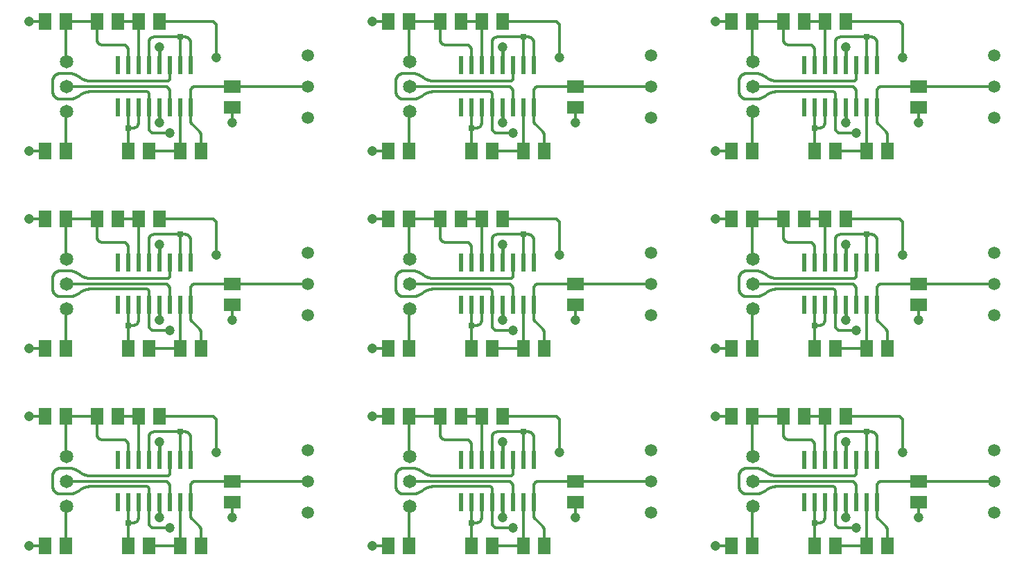
<source format=gtl>
G04 EAGLE Gerber RS-274X export*
G75*
%MOMM*%
%FSLAX34Y34*%
%LPD*%
%INTop Copper*%
%IPPOS*%
%AMOC8*
5,1,8,0,0,1.08239X$1,22.5*%
G01*
%ADD10R,0.635000X0.635000*%
%ADD11C,1.650000*%
%ADD12R,0.600000X2.200000*%
%ADD13R,1.524000X2.032000*%
%ADD14R,2.032000X1.524000*%
%ADD15C,0.304800*%
%ADD16C,1.500000*%
%ADD17C,1.206400*%
%ADD18C,0.406400*%


D10*
X222250Y174625D03*
X158750Y63500D03*
X222250Y415925D03*
X158750Y304800D03*
X222250Y657225D03*
X158750Y546100D03*
X641350Y657225D03*
X577850Y546100D03*
X641350Y415925D03*
X577850Y304800D03*
X641350Y174625D03*
X577850Y63500D03*
X1060450Y657225D03*
X996950Y546100D03*
X1060450Y415925D03*
X996950Y304800D03*
X1060450Y174625D03*
X996950Y63500D03*
D11*
X83820Y114300D03*
X83820Y144780D03*
X83820Y83820D03*
D12*
X222250Y140300D03*
X196850Y88300D03*
X234950Y140300D03*
X209550Y140300D03*
X196850Y140300D03*
X209550Y88300D03*
X184150Y88300D03*
X171450Y88300D03*
X171450Y140300D03*
X146050Y88300D03*
X184150Y140300D03*
X158750Y140300D03*
X158750Y88300D03*
X146050Y140300D03*
X222250Y88300D03*
X234950Y88300D03*
D13*
X82550Y193675D03*
X57150Y193675D03*
X82550Y34925D03*
X57150Y34925D03*
X171450Y193675D03*
X196850Y193675D03*
X120650Y193675D03*
X146050Y193675D03*
X222250Y34925D03*
X247650Y34925D03*
X158750Y34925D03*
X184150Y34925D03*
D14*
X285750Y114300D03*
X285750Y88900D03*
D11*
X83820Y355600D03*
X83820Y386080D03*
X83820Y325120D03*
D12*
X222250Y381600D03*
X196850Y329600D03*
X234950Y381600D03*
X209550Y381600D03*
X196850Y381600D03*
X209550Y329600D03*
X184150Y329600D03*
X171450Y329600D03*
X171450Y381600D03*
X146050Y329600D03*
X184150Y381600D03*
X158750Y381600D03*
X158750Y329600D03*
X146050Y381600D03*
X222250Y329600D03*
X234950Y329600D03*
D13*
X82550Y434975D03*
X57150Y434975D03*
X82550Y276225D03*
X57150Y276225D03*
X171450Y434975D03*
X196850Y434975D03*
X120650Y434975D03*
X146050Y434975D03*
X222250Y276225D03*
X247650Y276225D03*
X158750Y276225D03*
X184150Y276225D03*
D14*
X285750Y355600D03*
X285750Y330200D03*
D11*
X83820Y596900D03*
X83820Y627380D03*
X83820Y566420D03*
D12*
X222250Y622900D03*
X196850Y570900D03*
X234950Y622900D03*
X209550Y622900D03*
X196850Y622900D03*
X209550Y570900D03*
X184150Y570900D03*
X171450Y570900D03*
X171450Y622900D03*
X146050Y570900D03*
X184150Y622900D03*
X158750Y622900D03*
X158750Y570900D03*
X146050Y622900D03*
X222250Y570900D03*
X234950Y570900D03*
D13*
X82550Y676275D03*
X57150Y676275D03*
X82550Y517525D03*
X57150Y517525D03*
X171450Y676275D03*
X196850Y676275D03*
X120650Y676275D03*
X146050Y676275D03*
X222250Y517525D03*
X247650Y517525D03*
X158750Y517525D03*
X184150Y517525D03*
D14*
X285750Y596900D03*
X285750Y571500D03*
D11*
X502920Y596900D03*
X502920Y627380D03*
X502920Y566420D03*
D12*
X641350Y622900D03*
X615950Y570900D03*
X654050Y622900D03*
X628650Y622900D03*
X615950Y622900D03*
X628650Y570900D03*
X603250Y570900D03*
X590550Y570900D03*
X590550Y622900D03*
X565150Y570900D03*
X603250Y622900D03*
X577850Y622900D03*
X577850Y570900D03*
X565150Y622900D03*
X641350Y570900D03*
X654050Y570900D03*
D13*
X501650Y676275D03*
X476250Y676275D03*
X501650Y517525D03*
X476250Y517525D03*
X590550Y676275D03*
X615950Y676275D03*
X539750Y676275D03*
X565150Y676275D03*
X641350Y517525D03*
X666750Y517525D03*
X577850Y517525D03*
X603250Y517525D03*
D14*
X704850Y596900D03*
X704850Y571500D03*
D11*
X502920Y355600D03*
X502920Y386080D03*
X502920Y325120D03*
D12*
X641350Y381600D03*
X615950Y329600D03*
X654050Y381600D03*
X628650Y381600D03*
X615950Y381600D03*
X628650Y329600D03*
X603250Y329600D03*
X590550Y329600D03*
X590550Y381600D03*
X565150Y329600D03*
X603250Y381600D03*
X577850Y381600D03*
X577850Y329600D03*
X565150Y381600D03*
X641350Y329600D03*
X654050Y329600D03*
D13*
X501650Y434975D03*
X476250Y434975D03*
X501650Y276225D03*
X476250Y276225D03*
X590550Y434975D03*
X615950Y434975D03*
X539750Y434975D03*
X565150Y434975D03*
X641350Y276225D03*
X666750Y276225D03*
X577850Y276225D03*
X603250Y276225D03*
D14*
X704850Y355600D03*
X704850Y330200D03*
D11*
X502920Y114300D03*
X502920Y144780D03*
X502920Y83820D03*
D12*
X641350Y140300D03*
X615950Y88300D03*
X654050Y140300D03*
X628650Y140300D03*
X615950Y140300D03*
X628650Y88300D03*
X603250Y88300D03*
X590550Y88300D03*
X590550Y140300D03*
X565150Y88300D03*
X603250Y140300D03*
X577850Y140300D03*
X577850Y88300D03*
X565150Y140300D03*
X641350Y88300D03*
X654050Y88300D03*
D13*
X501650Y193675D03*
X476250Y193675D03*
X501650Y34925D03*
X476250Y34925D03*
X590550Y193675D03*
X615950Y193675D03*
X539750Y193675D03*
X565150Y193675D03*
X641350Y34925D03*
X666750Y34925D03*
X577850Y34925D03*
X603250Y34925D03*
D14*
X704850Y114300D03*
X704850Y88900D03*
D11*
X922020Y596900D03*
X922020Y627380D03*
X922020Y566420D03*
D12*
X1060450Y622900D03*
X1035050Y570900D03*
X1073150Y622900D03*
X1047750Y622900D03*
X1035050Y622900D03*
X1047750Y570900D03*
X1022350Y570900D03*
X1009650Y570900D03*
X1009650Y622900D03*
X984250Y570900D03*
X1022350Y622900D03*
X996950Y622900D03*
X996950Y570900D03*
X984250Y622900D03*
X1060450Y570900D03*
X1073150Y570900D03*
D13*
X920750Y676275D03*
X895350Y676275D03*
X920750Y517525D03*
X895350Y517525D03*
X1009650Y676275D03*
X1035050Y676275D03*
X958850Y676275D03*
X984250Y676275D03*
X1060450Y517525D03*
X1085850Y517525D03*
X996950Y517525D03*
X1022350Y517525D03*
D14*
X1123950Y596900D03*
X1123950Y571500D03*
D11*
X922020Y355600D03*
X922020Y386080D03*
X922020Y325120D03*
D12*
X1060450Y381600D03*
X1035050Y329600D03*
X1073150Y381600D03*
X1047750Y381600D03*
X1035050Y381600D03*
X1047750Y329600D03*
X1022350Y329600D03*
X1009650Y329600D03*
X1009650Y381600D03*
X984250Y329600D03*
X1022350Y381600D03*
X996950Y381600D03*
X996950Y329600D03*
X984250Y381600D03*
X1060450Y329600D03*
X1073150Y329600D03*
D13*
X920750Y434975D03*
X895350Y434975D03*
X920750Y276225D03*
X895350Y276225D03*
X1009650Y434975D03*
X1035050Y434975D03*
X958850Y434975D03*
X984250Y434975D03*
X1060450Y276225D03*
X1085850Y276225D03*
X996950Y276225D03*
X1022350Y276225D03*
D14*
X1123950Y355600D03*
X1123950Y330200D03*
D11*
X922020Y114300D03*
X922020Y144780D03*
X922020Y83820D03*
D12*
X1060450Y140300D03*
X1035050Y88300D03*
X1073150Y140300D03*
X1047750Y140300D03*
X1035050Y140300D03*
X1047750Y88300D03*
X1022350Y88300D03*
X1009650Y88300D03*
X1009650Y140300D03*
X984250Y88300D03*
X1022350Y140300D03*
X996950Y140300D03*
X996950Y88300D03*
X984250Y140300D03*
X1060450Y88300D03*
X1073150Y88300D03*
D13*
X920750Y193675D03*
X895350Y193675D03*
X920750Y34925D03*
X895350Y34925D03*
X1009650Y193675D03*
X1035050Y193675D03*
X958850Y193675D03*
X984250Y193675D03*
X1060450Y34925D03*
X1085850Y34925D03*
X996950Y34925D03*
X1022350Y34925D03*
D14*
X1123950Y114300D03*
X1123950Y88900D03*
D15*
X377825Y114300D02*
X285750Y114300D01*
X241300Y114300D02*
X241142Y114298D01*
X240983Y114292D01*
X240825Y114282D01*
X240668Y114268D01*
X240510Y114251D01*
X240354Y114229D01*
X240197Y114204D01*
X240042Y114174D01*
X239887Y114141D01*
X239733Y114104D01*
X239580Y114063D01*
X239428Y114018D01*
X239278Y113969D01*
X239128Y113917D01*
X238980Y113861D01*
X238833Y113801D01*
X238688Y113738D01*
X238545Y113671D01*
X238403Y113601D01*
X238263Y113527D01*
X238125Y113449D01*
X237989Y113368D01*
X237855Y113284D01*
X237723Y113197D01*
X237593Y113106D01*
X237466Y113012D01*
X237341Y112915D01*
X237218Y112814D01*
X237098Y112711D01*
X236981Y112605D01*
X236866Y112496D01*
X236754Y112384D01*
X236645Y112269D01*
X236539Y112152D01*
X236436Y112032D01*
X236335Y111909D01*
X236238Y111784D01*
X236144Y111657D01*
X236053Y111527D01*
X235966Y111395D01*
X235882Y111261D01*
X235801Y111125D01*
X235723Y110987D01*
X235649Y110847D01*
X235579Y110705D01*
X235512Y110562D01*
X235449Y110417D01*
X235389Y110270D01*
X235333Y110122D01*
X235281Y109972D01*
X235232Y109822D01*
X235187Y109670D01*
X235146Y109517D01*
X235109Y109363D01*
X235076Y109208D01*
X235046Y109053D01*
X235021Y108896D01*
X234999Y108740D01*
X234982Y108582D01*
X234968Y108425D01*
X234958Y108267D01*
X234952Y108108D01*
X234950Y107950D01*
X241300Y114300D02*
X285750Y114300D01*
X234950Y107950D02*
X234950Y72480D01*
X234952Y72324D01*
X234958Y72168D01*
X234967Y72013D01*
X234981Y71857D01*
X234998Y71702D01*
X235019Y71548D01*
X235044Y71394D01*
X235072Y71241D01*
X235104Y71088D01*
X235140Y70937D01*
X235180Y70786D01*
X235223Y70636D01*
X235271Y70488D01*
X235321Y70341D01*
X235376Y70194D01*
X235433Y70050D01*
X235495Y69907D01*
X235560Y69765D01*
X235628Y69625D01*
X235700Y69486D01*
X235775Y69350D01*
X235854Y69215D01*
X235935Y69083D01*
X236020Y68952D01*
X236108Y68823D01*
X236200Y68697D01*
X236294Y68573D01*
X236392Y68451D01*
X236492Y68332D01*
X236595Y68215D01*
X236701Y68101D01*
X236810Y67990D01*
X245790Y59010D01*
X245899Y58899D01*
X246005Y58785D01*
X246108Y58668D01*
X246208Y58549D01*
X246306Y58427D01*
X246400Y58303D01*
X246492Y58177D01*
X246580Y58048D01*
X246665Y57917D01*
X246746Y57785D01*
X246825Y57650D01*
X246900Y57514D01*
X246972Y57375D01*
X247040Y57235D01*
X247105Y57093D01*
X247167Y56950D01*
X247224Y56806D01*
X247279Y56659D01*
X247329Y56512D01*
X247377Y56364D01*
X247420Y56214D01*
X247460Y56063D01*
X247496Y55912D01*
X247528Y55759D01*
X247556Y55606D01*
X247581Y55452D01*
X247602Y55298D01*
X247619Y55143D01*
X247633Y54987D01*
X247642Y54832D01*
X247648Y54676D01*
X247650Y54520D01*
X247650Y34925D01*
D16*
X377825Y114300D03*
X377825Y152400D03*
D15*
X222250Y88900D02*
X222250Y34925D01*
X184150Y34925D01*
X203200Y114300D02*
X82550Y114300D01*
X203200Y114300D02*
X203358Y114298D01*
X203517Y114292D01*
X203675Y114282D01*
X203832Y114268D01*
X203990Y114251D01*
X204146Y114229D01*
X204303Y114204D01*
X204458Y114174D01*
X204613Y114141D01*
X204767Y114104D01*
X204920Y114063D01*
X205072Y114018D01*
X205222Y113969D01*
X205372Y113917D01*
X205520Y113861D01*
X205667Y113801D01*
X205812Y113738D01*
X205955Y113671D01*
X206097Y113601D01*
X206237Y113527D01*
X206375Y113449D01*
X206511Y113368D01*
X206645Y113284D01*
X206777Y113197D01*
X206907Y113106D01*
X207034Y113012D01*
X207159Y112915D01*
X207282Y112814D01*
X207402Y112711D01*
X207519Y112605D01*
X207634Y112496D01*
X207746Y112384D01*
X207855Y112269D01*
X207961Y112152D01*
X208064Y112032D01*
X208165Y111909D01*
X208262Y111784D01*
X208356Y111657D01*
X208447Y111527D01*
X208534Y111395D01*
X208618Y111261D01*
X208699Y111125D01*
X208777Y110987D01*
X208851Y110847D01*
X208921Y110705D01*
X208988Y110562D01*
X209051Y110417D01*
X209111Y110270D01*
X209167Y110122D01*
X209219Y109972D01*
X209268Y109822D01*
X209313Y109670D01*
X209354Y109517D01*
X209391Y109363D01*
X209424Y109208D01*
X209454Y109053D01*
X209479Y108896D01*
X209501Y108740D01*
X209518Y108582D01*
X209532Y108425D01*
X209542Y108267D01*
X209548Y108108D01*
X209550Y107950D01*
X209550Y88900D01*
X82550Y82550D02*
X82550Y34925D01*
X209550Y123825D02*
X209550Y139700D01*
X209550Y123825D02*
X209548Y123714D01*
X209542Y123604D01*
X209533Y123493D01*
X209519Y123383D01*
X209502Y123274D01*
X209481Y123165D01*
X209456Y123057D01*
X209427Y122950D01*
X209395Y122844D01*
X209359Y122739D01*
X209319Y122635D01*
X209276Y122533D01*
X209229Y122433D01*
X209179Y122334D01*
X209125Y122237D01*
X209068Y122142D01*
X209008Y122049D01*
X208944Y121959D01*
X208877Y121870D01*
X208807Y121784D01*
X208735Y121700D01*
X208659Y121619D01*
X208581Y121541D01*
X208500Y121465D01*
X208416Y121393D01*
X208330Y121323D01*
X208241Y121256D01*
X208151Y121192D01*
X208058Y121132D01*
X207963Y121075D01*
X207866Y121021D01*
X207767Y120971D01*
X207667Y120924D01*
X207565Y120881D01*
X207461Y120841D01*
X207356Y120805D01*
X207250Y120773D01*
X207143Y120744D01*
X207035Y120719D01*
X206926Y120698D01*
X206817Y120681D01*
X206707Y120667D01*
X206596Y120658D01*
X206486Y120652D01*
X206375Y120650D01*
X114300Y120650D01*
X113639Y120658D01*
X112978Y120682D01*
X112319Y120723D01*
X111660Y120779D01*
X111003Y120852D01*
X110348Y120941D01*
X109695Y121046D01*
X109045Y121167D01*
X108398Y121303D01*
X107755Y121456D01*
X107115Y121624D01*
X106480Y121808D01*
X105850Y122007D01*
X105225Y122222D01*
X104605Y122452D01*
X103991Y122697D01*
X103383Y122957D01*
X102782Y123232D01*
X102187Y123521D01*
X101600Y123825D01*
X101050Y124285D01*
X100489Y124731D01*
X99917Y125164D01*
X99334Y125582D01*
X98742Y125986D01*
X98140Y126375D01*
X97528Y126750D01*
X96907Y127109D01*
X96278Y127453D01*
X95641Y127782D01*
X94996Y128094D01*
X94343Y128391D01*
X93683Y128672D01*
X93017Y128937D01*
X92344Y129185D01*
X91665Y129417D01*
X90981Y129632D01*
X90292Y129830D01*
X89598Y130011D01*
X88900Y130175D01*
X76200Y130175D01*
X75966Y130172D01*
X75733Y130163D01*
X75499Y130149D01*
X75266Y130129D01*
X75034Y130103D01*
X74802Y130072D01*
X74572Y130034D01*
X74342Y129992D01*
X74113Y129943D01*
X73886Y129889D01*
X73660Y129830D01*
X73435Y129764D01*
X73212Y129694D01*
X72991Y129618D01*
X72772Y129536D01*
X72555Y129449D01*
X72340Y129357D01*
X72128Y129260D01*
X71918Y129157D01*
X71710Y129050D01*
X71506Y128937D01*
X71304Y128819D01*
X71105Y128697D01*
X70909Y128569D01*
X70716Y128437D01*
X70526Y128300D01*
X70340Y128158D01*
X70158Y128012D01*
X69979Y127862D01*
X69804Y127707D01*
X69633Y127548D01*
X69465Y127385D01*
X69302Y127217D01*
X69143Y127046D01*
X68988Y126871D01*
X68838Y126692D01*
X68692Y126510D01*
X68550Y126324D01*
X68413Y126134D01*
X68281Y125941D01*
X68153Y125745D01*
X68031Y125546D01*
X67913Y125344D01*
X67800Y125140D01*
X67693Y124932D01*
X67590Y124722D01*
X67493Y124510D01*
X67401Y124295D01*
X67314Y124078D01*
X67232Y123859D01*
X67156Y123638D01*
X67086Y123415D01*
X67020Y123190D01*
X66961Y122964D01*
X66907Y122737D01*
X66858Y122508D01*
X66816Y122278D01*
X66778Y122048D01*
X66747Y121816D01*
X66721Y121584D01*
X66701Y121351D01*
X66687Y121117D01*
X66678Y120884D01*
X66675Y120650D01*
X66675Y107950D01*
X66678Y107716D01*
X66687Y107483D01*
X66701Y107249D01*
X66721Y107016D01*
X66747Y106784D01*
X66778Y106552D01*
X66815Y106322D01*
X66858Y106092D01*
X66907Y105863D01*
X66961Y105636D01*
X67020Y105410D01*
X67085Y105185D01*
X67156Y104962D01*
X67232Y104741D01*
X67314Y104522D01*
X67400Y104305D01*
X67492Y104090D01*
X67590Y103878D01*
X67692Y103668D01*
X67800Y103460D01*
X67913Y103255D01*
X68030Y103053D01*
X68153Y102854D01*
X68281Y102658D01*
X68413Y102466D01*
X68550Y102276D01*
X68691Y102090D01*
X68837Y101908D01*
X68988Y101729D01*
X69143Y101554D01*
X69302Y101382D01*
X69465Y101215D01*
X69632Y101052D01*
X69804Y100893D01*
X69979Y100738D01*
X70158Y100587D01*
X70340Y100441D01*
X70526Y100300D01*
X70716Y100163D01*
X70908Y100031D01*
X71104Y99903D01*
X71303Y99780D01*
X71505Y99663D01*
X71710Y99550D01*
X71918Y99442D01*
X72128Y99340D01*
X72340Y99242D01*
X72555Y99150D01*
X72772Y99064D01*
X72991Y98982D01*
X73212Y98906D01*
X73435Y98835D01*
X73660Y98770D01*
X73886Y98711D01*
X74113Y98657D01*
X74342Y98608D01*
X74572Y98565D01*
X74802Y98528D01*
X75034Y98497D01*
X75266Y98471D01*
X75499Y98451D01*
X75733Y98437D01*
X75966Y98428D01*
X76200Y98425D01*
X88900Y98425D01*
X89598Y98589D01*
X90292Y98770D01*
X90981Y98968D01*
X91665Y99183D01*
X92344Y99415D01*
X93017Y99663D01*
X93683Y99928D01*
X94343Y100209D01*
X94996Y100506D01*
X95641Y100818D01*
X96278Y101147D01*
X96907Y101491D01*
X97528Y101850D01*
X98140Y102225D01*
X98742Y102614D01*
X99334Y103018D01*
X99917Y103436D01*
X100489Y103869D01*
X101050Y104315D01*
X101600Y104775D01*
X102187Y105079D01*
X102781Y105368D01*
X103383Y105643D01*
X103990Y105903D01*
X104605Y106148D01*
X105224Y106378D01*
X105850Y106593D01*
X106480Y106792D01*
X107115Y106976D01*
X107754Y107144D01*
X108398Y107297D01*
X109045Y107433D01*
X109695Y107554D01*
X110347Y107659D01*
X111002Y107748D01*
X111660Y107821D01*
X112318Y107877D01*
X112978Y107918D01*
X113639Y107942D01*
X114300Y107950D01*
X180975Y107950D01*
X181086Y107948D01*
X181196Y107942D01*
X181307Y107933D01*
X181417Y107919D01*
X181526Y107902D01*
X181635Y107881D01*
X181743Y107856D01*
X181850Y107827D01*
X181956Y107795D01*
X182061Y107759D01*
X182164Y107719D01*
X182266Y107676D01*
X182367Y107629D01*
X182466Y107578D01*
X182563Y107525D01*
X182657Y107468D01*
X182750Y107407D01*
X182841Y107344D01*
X182930Y107277D01*
X183016Y107207D01*
X183099Y107134D01*
X183181Y107059D01*
X183259Y106981D01*
X183334Y106899D01*
X183407Y106816D01*
X183477Y106730D01*
X183544Y106641D01*
X183607Y106550D01*
X183668Y106457D01*
X183725Y106363D01*
X183778Y106266D01*
X183829Y106167D01*
X183876Y106066D01*
X183919Y105964D01*
X183959Y105861D01*
X183995Y105756D01*
X184027Y105650D01*
X184056Y105543D01*
X184081Y105435D01*
X184102Y105326D01*
X184119Y105217D01*
X184133Y105107D01*
X184142Y104996D01*
X184148Y104886D01*
X184150Y104775D01*
X190500Y57150D02*
X209550Y57150D01*
X190500Y57150D02*
X190342Y57152D01*
X190183Y57158D01*
X190025Y57168D01*
X189868Y57182D01*
X189710Y57199D01*
X189554Y57221D01*
X189397Y57246D01*
X189242Y57276D01*
X189087Y57309D01*
X188933Y57346D01*
X188780Y57387D01*
X188628Y57432D01*
X188478Y57481D01*
X188328Y57533D01*
X188180Y57589D01*
X188033Y57649D01*
X187888Y57712D01*
X187745Y57779D01*
X187603Y57849D01*
X187463Y57923D01*
X187325Y58001D01*
X187189Y58082D01*
X187055Y58166D01*
X186923Y58253D01*
X186793Y58344D01*
X186666Y58438D01*
X186541Y58535D01*
X186418Y58636D01*
X186298Y58739D01*
X186181Y58845D01*
X186066Y58954D01*
X185954Y59066D01*
X185845Y59181D01*
X185739Y59298D01*
X185636Y59418D01*
X185535Y59541D01*
X185438Y59666D01*
X185344Y59793D01*
X185253Y59923D01*
X185166Y60055D01*
X185082Y60189D01*
X185001Y60325D01*
X184923Y60463D01*
X184849Y60603D01*
X184779Y60745D01*
X184712Y60888D01*
X184649Y61033D01*
X184589Y61180D01*
X184533Y61328D01*
X184481Y61478D01*
X184432Y61628D01*
X184387Y61780D01*
X184346Y61933D01*
X184309Y62087D01*
X184276Y62242D01*
X184246Y62397D01*
X184221Y62554D01*
X184199Y62710D01*
X184182Y62868D01*
X184168Y63025D01*
X184158Y63183D01*
X184152Y63342D01*
X184150Y63500D01*
X184150Y104775D01*
D17*
X209550Y57150D03*
D15*
X158750Y63500D02*
X158750Y88900D01*
X158750Y63500D02*
X158750Y34925D01*
X171450Y69850D02*
X171450Y88900D01*
X171450Y69850D02*
X171448Y69692D01*
X171442Y69533D01*
X171432Y69375D01*
X171418Y69218D01*
X171401Y69060D01*
X171379Y68904D01*
X171354Y68747D01*
X171324Y68592D01*
X171291Y68437D01*
X171254Y68283D01*
X171213Y68130D01*
X171168Y67978D01*
X171119Y67828D01*
X171067Y67678D01*
X171011Y67530D01*
X170951Y67383D01*
X170888Y67238D01*
X170821Y67095D01*
X170751Y66953D01*
X170677Y66813D01*
X170599Y66675D01*
X170518Y66539D01*
X170434Y66405D01*
X170347Y66273D01*
X170256Y66143D01*
X170162Y66016D01*
X170065Y65891D01*
X169964Y65768D01*
X169861Y65648D01*
X169755Y65531D01*
X169646Y65416D01*
X169534Y65304D01*
X169419Y65195D01*
X169302Y65089D01*
X169182Y64986D01*
X169059Y64885D01*
X168934Y64788D01*
X168807Y64694D01*
X168677Y64603D01*
X168545Y64516D01*
X168411Y64432D01*
X168275Y64351D01*
X168137Y64273D01*
X167997Y64199D01*
X167855Y64129D01*
X167712Y64062D01*
X167567Y63999D01*
X167420Y63939D01*
X167272Y63883D01*
X167122Y63831D01*
X166972Y63782D01*
X166820Y63737D01*
X166667Y63696D01*
X166513Y63659D01*
X166358Y63626D01*
X166203Y63596D01*
X166046Y63571D01*
X165890Y63549D01*
X165732Y63532D01*
X165575Y63518D01*
X165417Y63508D01*
X165258Y63502D01*
X165100Y63500D01*
X158750Y63500D01*
X171450Y139700D02*
X171450Y193675D01*
X146050Y193675D01*
X158750Y158750D02*
X158750Y139700D01*
X158750Y158750D02*
X158748Y158908D01*
X158742Y159067D01*
X158732Y159225D01*
X158718Y159382D01*
X158701Y159540D01*
X158679Y159696D01*
X158654Y159853D01*
X158624Y160008D01*
X158591Y160163D01*
X158554Y160317D01*
X158513Y160470D01*
X158468Y160622D01*
X158419Y160772D01*
X158367Y160922D01*
X158311Y161070D01*
X158251Y161217D01*
X158188Y161362D01*
X158121Y161505D01*
X158051Y161647D01*
X157977Y161787D01*
X157899Y161925D01*
X157818Y162061D01*
X157734Y162195D01*
X157647Y162327D01*
X157556Y162457D01*
X157462Y162584D01*
X157365Y162709D01*
X157264Y162832D01*
X157161Y162952D01*
X157055Y163069D01*
X156946Y163184D01*
X156834Y163296D01*
X156719Y163405D01*
X156602Y163511D01*
X156482Y163614D01*
X156359Y163715D01*
X156234Y163812D01*
X156107Y163906D01*
X155977Y163997D01*
X155845Y164084D01*
X155711Y164168D01*
X155575Y164249D01*
X155437Y164327D01*
X155297Y164401D01*
X155155Y164471D01*
X155012Y164538D01*
X154867Y164601D01*
X154720Y164661D01*
X154572Y164717D01*
X154422Y164769D01*
X154272Y164818D01*
X154120Y164863D01*
X153967Y164904D01*
X153813Y164941D01*
X153658Y164974D01*
X153503Y165004D01*
X153346Y165029D01*
X153190Y165051D01*
X153032Y165068D01*
X152875Y165082D01*
X152717Y165092D01*
X152558Y165098D01*
X152400Y165100D01*
X82550Y146050D02*
X82550Y193675D01*
X120650Y193675D01*
X127000Y165100D02*
X152400Y165100D01*
X127000Y165100D02*
X126842Y165102D01*
X126683Y165108D01*
X126525Y165118D01*
X126368Y165132D01*
X126210Y165149D01*
X126054Y165171D01*
X125897Y165196D01*
X125742Y165226D01*
X125587Y165259D01*
X125433Y165296D01*
X125280Y165337D01*
X125128Y165382D01*
X124978Y165431D01*
X124828Y165483D01*
X124680Y165539D01*
X124533Y165599D01*
X124388Y165662D01*
X124245Y165729D01*
X124103Y165799D01*
X123963Y165873D01*
X123825Y165951D01*
X123689Y166032D01*
X123555Y166116D01*
X123423Y166203D01*
X123293Y166294D01*
X123166Y166388D01*
X123041Y166485D01*
X122918Y166586D01*
X122798Y166689D01*
X122681Y166795D01*
X122566Y166904D01*
X122454Y167016D01*
X122345Y167131D01*
X122239Y167248D01*
X122136Y167368D01*
X122035Y167491D01*
X121938Y167616D01*
X121844Y167743D01*
X121753Y167873D01*
X121666Y168005D01*
X121582Y168139D01*
X121501Y168275D01*
X121423Y168413D01*
X121349Y168553D01*
X121279Y168695D01*
X121212Y168838D01*
X121149Y168983D01*
X121089Y169130D01*
X121033Y169278D01*
X120981Y169428D01*
X120932Y169578D01*
X120887Y169730D01*
X120846Y169883D01*
X120809Y170037D01*
X120776Y170192D01*
X120746Y170347D01*
X120721Y170504D01*
X120699Y170660D01*
X120682Y170818D01*
X120668Y170975D01*
X120658Y171133D01*
X120652Y171292D01*
X120650Y171450D01*
X120650Y193675D01*
D18*
X196850Y161925D02*
X196850Y139700D01*
D17*
X196850Y161925D03*
D15*
X184150Y168275D02*
X184150Y139700D01*
X184150Y168275D02*
X184152Y168433D01*
X184158Y168592D01*
X184168Y168750D01*
X184182Y168907D01*
X184199Y169065D01*
X184221Y169221D01*
X184246Y169378D01*
X184276Y169533D01*
X184309Y169688D01*
X184346Y169842D01*
X184387Y169995D01*
X184432Y170147D01*
X184481Y170297D01*
X184533Y170447D01*
X184589Y170595D01*
X184649Y170742D01*
X184712Y170887D01*
X184779Y171030D01*
X184849Y171172D01*
X184923Y171312D01*
X185001Y171450D01*
X185082Y171586D01*
X185166Y171720D01*
X185253Y171852D01*
X185344Y171982D01*
X185438Y172109D01*
X185535Y172234D01*
X185636Y172357D01*
X185739Y172477D01*
X185845Y172594D01*
X185954Y172709D01*
X186066Y172821D01*
X186181Y172930D01*
X186298Y173036D01*
X186418Y173139D01*
X186541Y173240D01*
X186666Y173337D01*
X186793Y173431D01*
X186923Y173522D01*
X187055Y173609D01*
X187189Y173693D01*
X187325Y173774D01*
X187463Y173852D01*
X187603Y173926D01*
X187745Y173996D01*
X187888Y174063D01*
X188033Y174126D01*
X188180Y174186D01*
X188328Y174242D01*
X188478Y174294D01*
X188628Y174343D01*
X188780Y174388D01*
X188933Y174429D01*
X189087Y174466D01*
X189242Y174499D01*
X189397Y174529D01*
X189554Y174554D01*
X189710Y174576D01*
X189868Y174593D01*
X190025Y174607D01*
X190183Y174617D01*
X190342Y174623D01*
X190500Y174625D01*
X222250Y174625D01*
X228600Y174625D01*
X228758Y174623D01*
X228917Y174617D01*
X229075Y174607D01*
X229232Y174593D01*
X229390Y174576D01*
X229546Y174554D01*
X229703Y174529D01*
X229858Y174499D01*
X230013Y174466D01*
X230167Y174429D01*
X230320Y174388D01*
X230472Y174343D01*
X230622Y174294D01*
X230772Y174242D01*
X230920Y174186D01*
X231067Y174126D01*
X231212Y174063D01*
X231355Y173996D01*
X231497Y173926D01*
X231637Y173852D01*
X231775Y173774D01*
X231911Y173693D01*
X232045Y173609D01*
X232177Y173522D01*
X232307Y173431D01*
X232434Y173337D01*
X232559Y173240D01*
X232682Y173139D01*
X232802Y173036D01*
X232919Y172930D01*
X233034Y172821D01*
X233146Y172709D01*
X233255Y172594D01*
X233361Y172477D01*
X233464Y172357D01*
X233565Y172234D01*
X233662Y172109D01*
X233756Y171982D01*
X233847Y171852D01*
X233934Y171720D01*
X234018Y171586D01*
X234099Y171450D01*
X234177Y171312D01*
X234251Y171172D01*
X234321Y171030D01*
X234388Y170887D01*
X234451Y170742D01*
X234511Y170595D01*
X234567Y170447D01*
X234619Y170297D01*
X234668Y170147D01*
X234713Y169995D01*
X234754Y169842D01*
X234791Y169688D01*
X234824Y169533D01*
X234854Y169378D01*
X234879Y169221D01*
X234901Y169065D01*
X234918Y168907D01*
X234932Y168750D01*
X234942Y168592D01*
X234948Y168433D01*
X234950Y168275D01*
X234950Y139700D01*
X222250Y139700D02*
X222250Y174625D01*
D18*
X196850Y88900D02*
X196850Y69850D01*
D15*
X285750Y69850D02*
X285750Y88900D01*
X57150Y193675D02*
X38100Y193675D01*
X38100Y34925D02*
X57150Y34925D01*
X196850Y193675D02*
X260350Y193675D01*
X260508Y193673D01*
X260667Y193667D01*
X260825Y193657D01*
X260982Y193643D01*
X261140Y193626D01*
X261296Y193604D01*
X261453Y193579D01*
X261608Y193549D01*
X261763Y193516D01*
X261917Y193479D01*
X262070Y193438D01*
X262222Y193393D01*
X262372Y193344D01*
X262522Y193292D01*
X262670Y193236D01*
X262817Y193176D01*
X262962Y193113D01*
X263105Y193046D01*
X263247Y192976D01*
X263387Y192902D01*
X263525Y192824D01*
X263661Y192743D01*
X263795Y192659D01*
X263927Y192572D01*
X264057Y192481D01*
X264184Y192387D01*
X264309Y192290D01*
X264432Y192189D01*
X264552Y192086D01*
X264669Y191980D01*
X264784Y191871D01*
X264896Y191759D01*
X265005Y191644D01*
X265111Y191527D01*
X265214Y191407D01*
X265315Y191284D01*
X265412Y191159D01*
X265506Y191032D01*
X265597Y190902D01*
X265684Y190770D01*
X265768Y190636D01*
X265849Y190500D01*
X265927Y190362D01*
X266001Y190222D01*
X266071Y190080D01*
X266138Y189937D01*
X266201Y189792D01*
X266261Y189645D01*
X266317Y189497D01*
X266369Y189347D01*
X266418Y189197D01*
X266463Y189045D01*
X266504Y188892D01*
X266541Y188738D01*
X266574Y188583D01*
X266604Y188428D01*
X266629Y188271D01*
X266651Y188115D01*
X266668Y187957D01*
X266682Y187800D01*
X266692Y187642D01*
X266698Y187483D01*
X266700Y187325D01*
X266700Y149225D01*
D16*
X377825Y76200D03*
D17*
X196850Y69850D03*
X285750Y69850D03*
X38100Y193675D03*
X38100Y34925D03*
X266700Y149225D03*
D15*
X285750Y355600D02*
X377825Y355600D01*
X241300Y355600D02*
X241142Y355598D01*
X240983Y355592D01*
X240825Y355582D01*
X240668Y355568D01*
X240510Y355551D01*
X240354Y355529D01*
X240197Y355504D01*
X240042Y355474D01*
X239887Y355441D01*
X239733Y355404D01*
X239580Y355363D01*
X239428Y355318D01*
X239278Y355269D01*
X239128Y355217D01*
X238980Y355161D01*
X238833Y355101D01*
X238688Y355038D01*
X238545Y354971D01*
X238403Y354901D01*
X238263Y354827D01*
X238125Y354749D01*
X237989Y354668D01*
X237855Y354584D01*
X237723Y354497D01*
X237593Y354406D01*
X237466Y354312D01*
X237341Y354215D01*
X237218Y354114D01*
X237098Y354011D01*
X236981Y353905D01*
X236866Y353796D01*
X236754Y353684D01*
X236645Y353569D01*
X236539Y353452D01*
X236436Y353332D01*
X236335Y353209D01*
X236238Y353084D01*
X236144Y352957D01*
X236053Y352827D01*
X235966Y352695D01*
X235882Y352561D01*
X235801Y352425D01*
X235723Y352287D01*
X235649Y352147D01*
X235579Y352005D01*
X235512Y351862D01*
X235449Y351717D01*
X235389Y351570D01*
X235333Y351422D01*
X235281Y351272D01*
X235232Y351122D01*
X235187Y350970D01*
X235146Y350817D01*
X235109Y350663D01*
X235076Y350508D01*
X235046Y350353D01*
X235021Y350196D01*
X234999Y350040D01*
X234982Y349882D01*
X234968Y349725D01*
X234958Y349567D01*
X234952Y349408D01*
X234950Y349250D01*
X241300Y355600D02*
X285750Y355600D01*
X234950Y349250D02*
X234950Y313780D01*
X234952Y313624D01*
X234958Y313468D01*
X234967Y313313D01*
X234981Y313157D01*
X234998Y313002D01*
X235019Y312848D01*
X235044Y312694D01*
X235072Y312541D01*
X235104Y312388D01*
X235140Y312237D01*
X235180Y312086D01*
X235223Y311936D01*
X235271Y311788D01*
X235321Y311641D01*
X235376Y311494D01*
X235433Y311350D01*
X235495Y311207D01*
X235560Y311065D01*
X235628Y310925D01*
X235700Y310786D01*
X235775Y310650D01*
X235854Y310515D01*
X235935Y310383D01*
X236020Y310252D01*
X236108Y310123D01*
X236200Y309997D01*
X236294Y309873D01*
X236392Y309751D01*
X236492Y309632D01*
X236595Y309515D01*
X236701Y309401D01*
X236810Y309290D01*
X245790Y300310D01*
X245899Y300199D01*
X246005Y300085D01*
X246108Y299968D01*
X246208Y299849D01*
X246306Y299727D01*
X246400Y299603D01*
X246492Y299477D01*
X246580Y299348D01*
X246665Y299217D01*
X246746Y299085D01*
X246825Y298950D01*
X246900Y298814D01*
X246972Y298675D01*
X247040Y298535D01*
X247105Y298393D01*
X247167Y298250D01*
X247224Y298106D01*
X247279Y297959D01*
X247329Y297812D01*
X247377Y297664D01*
X247420Y297514D01*
X247460Y297363D01*
X247496Y297212D01*
X247528Y297059D01*
X247556Y296906D01*
X247581Y296752D01*
X247602Y296598D01*
X247619Y296443D01*
X247633Y296287D01*
X247642Y296132D01*
X247648Y295976D01*
X247650Y295820D01*
X247650Y276225D01*
D16*
X377825Y355600D03*
X377825Y393700D03*
D15*
X222250Y330200D02*
X222250Y276225D01*
X184150Y276225D01*
X203200Y355600D02*
X82550Y355600D01*
X203200Y355600D02*
X203358Y355598D01*
X203517Y355592D01*
X203675Y355582D01*
X203832Y355568D01*
X203990Y355551D01*
X204146Y355529D01*
X204303Y355504D01*
X204458Y355474D01*
X204613Y355441D01*
X204767Y355404D01*
X204920Y355363D01*
X205072Y355318D01*
X205222Y355269D01*
X205372Y355217D01*
X205520Y355161D01*
X205667Y355101D01*
X205812Y355038D01*
X205955Y354971D01*
X206097Y354901D01*
X206237Y354827D01*
X206375Y354749D01*
X206511Y354668D01*
X206645Y354584D01*
X206777Y354497D01*
X206907Y354406D01*
X207034Y354312D01*
X207159Y354215D01*
X207282Y354114D01*
X207402Y354011D01*
X207519Y353905D01*
X207634Y353796D01*
X207746Y353684D01*
X207855Y353569D01*
X207961Y353452D01*
X208064Y353332D01*
X208165Y353209D01*
X208262Y353084D01*
X208356Y352957D01*
X208447Y352827D01*
X208534Y352695D01*
X208618Y352561D01*
X208699Y352425D01*
X208777Y352287D01*
X208851Y352147D01*
X208921Y352005D01*
X208988Y351862D01*
X209051Y351717D01*
X209111Y351570D01*
X209167Y351422D01*
X209219Y351272D01*
X209268Y351122D01*
X209313Y350970D01*
X209354Y350817D01*
X209391Y350663D01*
X209424Y350508D01*
X209454Y350353D01*
X209479Y350196D01*
X209501Y350040D01*
X209518Y349882D01*
X209532Y349725D01*
X209542Y349567D01*
X209548Y349408D01*
X209550Y349250D01*
X209550Y330200D01*
X82550Y323850D02*
X82550Y276225D01*
X209550Y365125D02*
X209550Y381000D01*
X209550Y365125D02*
X209548Y365014D01*
X209542Y364904D01*
X209533Y364793D01*
X209519Y364683D01*
X209502Y364574D01*
X209481Y364465D01*
X209456Y364357D01*
X209427Y364250D01*
X209395Y364144D01*
X209359Y364039D01*
X209319Y363935D01*
X209276Y363833D01*
X209229Y363733D01*
X209179Y363634D01*
X209125Y363537D01*
X209068Y363442D01*
X209008Y363349D01*
X208944Y363259D01*
X208877Y363170D01*
X208807Y363084D01*
X208735Y363000D01*
X208659Y362919D01*
X208581Y362841D01*
X208500Y362765D01*
X208416Y362693D01*
X208330Y362623D01*
X208241Y362556D01*
X208151Y362492D01*
X208058Y362432D01*
X207963Y362375D01*
X207866Y362321D01*
X207767Y362271D01*
X207667Y362224D01*
X207565Y362181D01*
X207461Y362141D01*
X207356Y362105D01*
X207250Y362073D01*
X207143Y362044D01*
X207035Y362019D01*
X206926Y361998D01*
X206817Y361981D01*
X206707Y361967D01*
X206596Y361958D01*
X206486Y361952D01*
X206375Y361950D01*
X114300Y361950D01*
X113639Y361958D01*
X112978Y361982D01*
X112319Y362023D01*
X111660Y362079D01*
X111003Y362152D01*
X110348Y362241D01*
X109695Y362346D01*
X109045Y362467D01*
X108398Y362603D01*
X107755Y362756D01*
X107115Y362924D01*
X106480Y363108D01*
X105850Y363307D01*
X105225Y363522D01*
X104605Y363752D01*
X103991Y363997D01*
X103383Y364257D01*
X102782Y364532D01*
X102187Y364821D01*
X101600Y365125D01*
X101050Y365585D01*
X100489Y366031D01*
X99917Y366464D01*
X99334Y366882D01*
X98742Y367286D01*
X98140Y367675D01*
X97528Y368050D01*
X96907Y368409D01*
X96278Y368753D01*
X95641Y369082D01*
X94996Y369394D01*
X94343Y369691D01*
X93683Y369972D01*
X93017Y370237D01*
X92344Y370485D01*
X91665Y370717D01*
X90981Y370932D01*
X90292Y371130D01*
X89598Y371311D01*
X88900Y371475D01*
X76200Y371475D01*
X75966Y371472D01*
X75733Y371463D01*
X75499Y371449D01*
X75266Y371429D01*
X75034Y371403D01*
X74802Y371372D01*
X74572Y371334D01*
X74342Y371292D01*
X74113Y371243D01*
X73886Y371189D01*
X73660Y371130D01*
X73435Y371064D01*
X73212Y370994D01*
X72991Y370918D01*
X72772Y370836D01*
X72555Y370749D01*
X72340Y370657D01*
X72128Y370560D01*
X71918Y370457D01*
X71710Y370350D01*
X71506Y370237D01*
X71304Y370119D01*
X71105Y369997D01*
X70909Y369869D01*
X70716Y369737D01*
X70526Y369600D01*
X70340Y369458D01*
X70158Y369312D01*
X69979Y369162D01*
X69804Y369007D01*
X69633Y368848D01*
X69465Y368685D01*
X69302Y368517D01*
X69143Y368346D01*
X68988Y368171D01*
X68838Y367992D01*
X68692Y367810D01*
X68550Y367624D01*
X68413Y367434D01*
X68281Y367241D01*
X68153Y367045D01*
X68031Y366846D01*
X67913Y366644D01*
X67800Y366440D01*
X67693Y366232D01*
X67590Y366022D01*
X67493Y365810D01*
X67401Y365595D01*
X67314Y365378D01*
X67232Y365159D01*
X67156Y364938D01*
X67086Y364715D01*
X67020Y364490D01*
X66961Y364264D01*
X66907Y364037D01*
X66858Y363808D01*
X66816Y363578D01*
X66778Y363348D01*
X66747Y363116D01*
X66721Y362884D01*
X66701Y362651D01*
X66687Y362417D01*
X66678Y362184D01*
X66675Y361950D01*
X66675Y349250D01*
X66678Y349016D01*
X66687Y348783D01*
X66701Y348549D01*
X66721Y348316D01*
X66747Y348084D01*
X66778Y347852D01*
X66815Y347622D01*
X66858Y347392D01*
X66907Y347163D01*
X66961Y346936D01*
X67020Y346710D01*
X67085Y346485D01*
X67156Y346262D01*
X67232Y346041D01*
X67314Y345822D01*
X67400Y345605D01*
X67492Y345390D01*
X67590Y345178D01*
X67692Y344968D01*
X67800Y344760D01*
X67913Y344555D01*
X68030Y344353D01*
X68153Y344154D01*
X68281Y343958D01*
X68413Y343766D01*
X68550Y343576D01*
X68691Y343390D01*
X68837Y343208D01*
X68988Y343029D01*
X69143Y342854D01*
X69302Y342682D01*
X69465Y342515D01*
X69632Y342352D01*
X69804Y342193D01*
X69979Y342038D01*
X70158Y341887D01*
X70340Y341741D01*
X70526Y341600D01*
X70716Y341463D01*
X70908Y341331D01*
X71104Y341203D01*
X71303Y341080D01*
X71505Y340963D01*
X71710Y340850D01*
X71918Y340742D01*
X72128Y340640D01*
X72340Y340542D01*
X72555Y340450D01*
X72772Y340364D01*
X72991Y340282D01*
X73212Y340206D01*
X73435Y340135D01*
X73660Y340070D01*
X73886Y340011D01*
X74113Y339957D01*
X74342Y339908D01*
X74572Y339865D01*
X74802Y339828D01*
X75034Y339797D01*
X75266Y339771D01*
X75499Y339751D01*
X75733Y339737D01*
X75966Y339728D01*
X76200Y339725D01*
X88900Y339725D01*
X89598Y339889D01*
X90292Y340070D01*
X90981Y340268D01*
X91665Y340483D01*
X92344Y340715D01*
X93017Y340963D01*
X93683Y341228D01*
X94343Y341509D01*
X94996Y341806D01*
X95641Y342118D01*
X96278Y342447D01*
X96907Y342791D01*
X97528Y343150D01*
X98140Y343525D01*
X98742Y343914D01*
X99334Y344318D01*
X99917Y344736D01*
X100489Y345169D01*
X101050Y345615D01*
X101600Y346075D01*
X102187Y346379D01*
X102781Y346668D01*
X103383Y346943D01*
X103990Y347203D01*
X104605Y347448D01*
X105224Y347678D01*
X105850Y347893D01*
X106480Y348092D01*
X107115Y348276D01*
X107754Y348444D01*
X108398Y348597D01*
X109045Y348733D01*
X109695Y348854D01*
X110347Y348959D01*
X111002Y349048D01*
X111660Y349121D01*
X112318Y349177D01*
X112978Y349218D01*
X113639Y349242D01*
X114300Y349250D01*
X180975Y349250D01*
X181086Y349248D01*
X181196Y349242D01*
X181307Y349233D01*
X181417Y349219D01*
X181526Y349202D01*
X181635Y349181D01*
X181743Y349156D01*
X181850Y349127D01*
X181956Y349095D01*
X182061Y349059D01*
X182164Y349019D01*
X182266Y348976D01*
X182367Y348929D01*
X182466Y348878D01*
X182563Y348825D01*
X182657Y348768D01*
X182750Y348707D01*
X182841Y348644D01*
X182930Y348577D01*
X183016Y348507D01*
X183099Y348434D01*
X183181Y348359D01*
X183259Y348281D01*
X183334Y348199D01*
X183407Y348116D01*
X183477Y348030D01*
X183544Y347941D01*
X183607Y347850D01*
X183668Y347757D01*
X183725Y347663D01*
X183778Y347566D01*
X183829Y347467D01*
X183876Y347366D01*
X183919Y347264D01*
X183959Y347161D01*
X183995Y347056D01*
X184027Y346950D01*
X184056Y346843D01*
X184081Y346735D01*
X184102Y346626D01*
X184119Y346517D01*
X184133Y346407D01*
X184142Y346296D01*
X184148Y346186D01*
X184150Y346075D01*
X190500Y298450D02*
X209550Y298450D01*
X190500Y298450D02*
X190342Y298452D01*
X190183Y298458D01*
X190025Y298468D01*
X189868Y298482D01*
X189710Y298499D01*
X189554Y298521D01*
X189397Y298546D01*
X189242Y298576D01*
X189087Y298609D01*
X188933Y298646D01*
X188780Y298687D01*
X188628Y298732D01*
X188478Y298781D01*
X188328Y298833D01*
X188180Y298889D01*
X188033Y298949D01*
X187888Y299012D01*
X187745Y299079D01*
X187603Y299149D01*
X187463Y299223D01*
X187325Y299301D01*
X187189Y299382D01*
X187055Y299466D01*
X186923Y299553D01*
X186793Y299644D01*
X186666Y299738D01*
X186541Y299835D01*
X186418Y299936D01*
X186298Y300039D01*
X186181Y300145D01*
X186066Y300254D01*
X185954Y300366D01*
X185845Y300481D01*
X185739Y300598D01*
X185636Y300718D01*
X185535Y300841D01*
X185438Y300966D01*
X185344Y301093D01*
X185253Y301223D01*
X185166Y301355D01*
X185082Y301489D01*
X185001Y301625D01*
X184923Y301763D01*
X184849Y301903D01*
X184779Y302045D01*
X184712Y302188D01*
X184649Y302333D01*
X184589Y302480D01*
X184533Y302628D01*
X184481Y302778D01*
X184432Y302928D01*
X184387Y303080D01*
X184346Y303233D01*
X184309Y303387D01*
X184276Y303542D01*
X184246Y303697D01*
X184221Y303854D01*
X184199Y304010D01*
X184182Y304168D01*
X184168Y304325D01*
X184158Y304483D01*
X184152Y304642D01*
X184150Y304800D01*
X184150Y346075D01*
D17*
X209550Y298450D03*
D15*
X158750Y304800D02*
X158750Y330200D01*
X158750Y304800D02*
X158750Y276225D01*
X171450Y311150D02*
X171450Y330200D01*
X171450Y311150D02*
X171448Y310992D01*
X171442Y310833D01*
X171432Y310675D01*
X171418Y310518D01*
X171401Y310360D01*
X171379Y310204D01*
X171354Y310047D01*
X171324Y309892D01*
X171291Y309737D01*
X171254Y309583D01*
X171213Y309430D01*
X171168Y309278D01*
X171119Y309128D01*
X171067Y308978D01*
X171011Y308830D01*
X170951Y308683D01*
X170888Y308538D01*
X170821Y308395D01*
X170751Y308253D01*
X170677Y308113D01*
X170599Y307975D01*
X170518Y307839D01*
X170434Y307705D01*
X170347Y307573D01*
X170256Y307443D01*
X170162Y307316D01*
X170065Y307191D01*
X169964Y307068D01*
X169861Y306948D01*
X169755Y306831D01*
X169646Y306716D01*
X169534Y306604D01*
X169419Y306495D01*
X169302Y306389D01*
X169182Y306286D01*
X169059Y306185D01*
X168934Y306088D01*
X168807Y305994D01*
X168677Y305903D01*
X168545Y305816D01*
X168411Y305732D01*
X168275Y305651D01*
X168137Y305573D01*
X167997Y305499D01*
X167855Y305429D01*
X167712Y305362D01*
X167567Y305299D01*
X167420Y305239D01*
X167272Y305183D01*
X167122Y305131D01*
X166972Y305082D01*
X166820Y305037D01*
X166667Y304996D01*
X166513Y304959D01*
X166358Y304926D01*
X166203Y304896D01*
X166046Y304871D01*
X165890Y304849D01*
X165732Y304832D01*
X165575Y304818D01*
X165417Y304808D01*
X165258Y304802D01*
X165100Y304800D01*
X158750Y304800D01*
X171450Y381000D02*
X171450Y434975D01*
X146050Y434975D01*
X158750Y400050D02*
X158750Y381000D01*
X158750Y400050D02*
X158748Y400208D01*
X158742Y400367D01*
X158732Y400525D01*
X158718Y400682D01*
X158701Y400840D01*
X158679Y400996D01*
X158654Y401153D01*
X158624Y401308D01*
X158591Y401463D01*
X158554Y401617D01*
X158513Y401770D01*
X158468Y401922D01*
X158419Y402072D01*
X158367Y402222D01*
X158311Y402370D01*
X158251Y402517D01*
X158188Y402662D01*
X158121Y402805D01*
X158051Y402947D01*
X157977Y403087D01*
X157899Y403225D01*
X157818Y403361D01*
X157734Y403495D01*
X157647Y403627D01*
X157556Y403757D01*
X157462Y403884D01*
X157365Y404009D01*
X157264Y404132D01*
X157161Y404252D01*
X157055Y404369D01*
X156946Y404484D01*
X156834Y404596D01*
X156719Y404705D01*
X156602Y404811D01*
X156482Y404914D01*
X156359Y405015D01*
X156234Y405112D01*
X156107Y405206D01*
X155977Y405297D01*
X155845Y405384D01*
X155711Y405468D01*
X155575Y405549D01*
X155437Y405627D01*
X155297Y405701D01*
X155155Y405771D01*
X155012Y405838D01*
X154867Y405901D01*
X154720Y405961D01*
X154572Y406017D01*
X154422Y406069D01*
X154272Y406118D01*
X154120Y406163D01*
X153967Y406204D01*
X153813Y406241D01*
X153658Y406274D01*
X153503Y406304D01*
X153346Y406329D01*
X153190Y406351D01*
X153032Y406368D01*
X152875Y406382D01*
X152717Y406392D01*
X152558Y406398D01*
X152400Y406400D01*
X82550Y387350D02*
X82550Y434975D01*
X120650Y434975D01*
X127000Y406400D02*
X152400Y406400D01*
X127000Y406400D02*
X126842Y406402D01*
X126683Y406408D01*
X126525Y406418D01*
X126368Y406432D01*
X126210Y406449D01*
X126054Y406471D01*
X125897Y406496D01*
X125742Y406526D01*
X125587Y406559D01*
X125433Y406596D01*
X125280Y406637D01*
X125128Y406682D01*
X124978Y406731D01*
X124828Y406783D01*
X124680Y406839D01*
X124533Y406899D01*
X124388Y406962D01*
X124245Y407029D01*
X124103Y407099D01*
X123963Y407173D01*
X123825Y407251D01*
X123689Y407332D01*
X123555Y407416D01*
X123423Y407503D01*
X123293Y407594D01*
X123166Y407688D01*
X123041Y407785D01*
X122918Y407886D01*
X122798Y407989D01*
X122681Y408095D01*
X122566Y408204D01*
X122454Y408316D01*
X122345Y408431D01*
X122239Y408548D01*
X122136Y408668D01*
X122035Y408791D01*
X121938Y408916D01*
X121844Y409043D01*
X121753Y409173D01*
X121666Y409305D01*
X121582Y409439D01*
X121501Y409575D01*
X121423Y409713D01*
X121349Y409853D01*
X121279Y409995D01*
X121212Y410138D01*
X121149Y410283D01*
X121089Y410430D01*
X121033Y410578D01*
X120981Y410728D01*
X120932Y410878D01*
X120887Y411030D01*
X120846Y411183D01*
X120809Y411337D01*
X120776Y411492D01*
X120746Y411647D01*
X120721Y411804D01*
X120699Y411960D01*
X120682Y412118D01*
X120668Y412275D01*
X120658Y412433D01*
X120652Y412592D01*
X120650Y412750D01*
X120650Y434975D01*
D18*
X196850Y403225D02*
X196850Y381000D01*
D17*
X196850Y403225D03*
D15*
X184150Y409575D02*
X184150Y381000D01*
X184150Y409575D02*
X184152Y409733D01*
X184158Y409892D01*
X184168Y410050D01*
X184182Y410207D01*
X184199Y410365D01*
X184221Y410521D01*
X184246Y410678D01*
X184276Y410833D01*
X184309Y410988D01*
X184346Y411142D01*
X184387Y411295D01*
X184432Y411447D01*
X184481Y411597D01*
X184533Y411747D01*
X184589Y411895D01*
X184649Y412042D01*
X184712Y412187D01*
X184779Y412330D01*
X184849Y412472D01*
X184923Y412612D01*
X185001Y412750D01*
X185082Y412886D01*
X185166Y413020D01*
X185253Y413152D01*
X185344Y413282D01*
X185438Y413409D01*
X185535Y413534D01*
X185636Y413657D01*
X185739Y413777D01*
X185845Y413894D01*
X185954Y414009D01*
X186066Y414121D01*
X186181Y414230D01*
X186298Y414336D01*
X186418Y414439D01*
X186541Y414540D01*
X186666Y414637D01*
X186793Y414731D01*
X186923Y414822D01*
X187055Y414909D01*
X187189Y414993D01*
X187325Y415074D01*
X187463Y415152D01*
X187603Y415226D01*
X187745Y415296D01*
X187888Y415363D01*
X188033Y415426D01*
X188180Y415486D01*
X188328Y415542D01*
X188478Y415594D01*
X188628Y415643D01*
X188780Y415688D01*
X188933Y415729D01*
X189087Y415766D01*
X189242Y415799D01*
X189397Y415829D01*
X189554Y415854D01*
X189710Y415876D01*
X189868Y415893D01*
X190025Y415907D01*
X190183Y415917D01*
X190342Y415923D01*
X190500Y415925D01*
X222250Y415925D01*
X228600Y415925D01*
X228758Y415923D01*
X228917Y415917D01*
X229075Y415907D01*
X229232Y415893D01*
X229390Y415876D01*
X229546Y415854D01*
X229703Y415829D01*
X229858Y415799D01*
X230013Y415766D01*
X230167Y415729D01*
X230320Y415688D01*
X230472Y415643D01*
X230622Y415594D01*
X230772Y415542D01*
X230920Y415486D01*
X231067Y415426D01*
X231212Y415363D01*
X231355Y415296D01*
X231497Y415226D01*
X231637Y415152D01*
X231775Y415074D01*
X231911Y414993D01*
X232045Y414909D01*
X232177Y414822D01*
X232307Y414731D01*
X232434Y414637D01*
X232559Y414540D01*
X232682Y414439D01*
X232802Y414336D01*
X232919Y414230D01*
X233034Y414121D01*
X233146Y414009D01*
X233255Y413894D01*
X233361Y413777D01*
X233464Y413657D01*
X233565Y413534D01*
X233662Y413409D01*
X233756Y413282D01*
X233847Y413152D01*
X233934Y413020D01*
X234018Y412886D01*
X234099Y412750D01*
X234177Y412612D01*
X234251Y412472D01*
X234321Y412330D01*
X234388Y412187D01*
X234451Y412042D01*
X234511Y411895D01*
X234567Y411747D01*
X234619Y411597D01*
X234668Y411447D01*
X234713Y411295D01*
X234754Y411142D01*
X234791Y410988D01*
X234824Y410833D01*
X234854Y410678D01*
X234879Y410521D01*
X234901Y410365D01*
X234918Y410207D01*
X234932Y410050D01*
X234942Y409892D01*
X234948Y409733D01*
X234950Y409575D01*
X234950Y381000D01*
X222250Y381000D02*
X222250Y415925D01*
D18*
X196850Y330200D02*
X196850Y311150D01*
D15*
X285750Y311150D02*
X285750Y330200D01*
X57150Y434975D02*
X38100Y434975D01*
X38100Y276225D02*
X57150Y276225D01*
X196850Y434975D02*
X260350Y434975D01*
X260508Y434973D01*
X260667Y434967D01*
X260825Y434957D01*
X260982Y434943D01*
X261140Y434926D01*
X261296Y434904D01*
X261453Y434879D01*
X261608Y434849D01*
X261763Y434816D01*
X261917Y434779D01*
X262070Y434738D01*
X262222Y434693D01*
X262372Y434644D01*
X262522Y434592D01*
X262670Y434536D01*
X262817Y434476D01*
X262962Y434413D01*
X263105Y434346D01*
X263247Y434276D01*
X263387Y434202D01*
X263525Y434124D01*
X263661Y434043D01*
X263795Y433959D01*
X263927Y433872D01*
X264057Y433781D01*
X264184Y433687D01*
X264309Y433590D01*
X264432Y433489D01*
X264552Y433386D01*
X264669Y433280D01*
X264784Y433171D01*
X264896Y433059D01*
X265005Y432944D01*
X265111Y432827D01*
X265214Y432707D01*
X265315Y432584D01*
X265412Y432459D01*
X265506Y432332D01*
X265597Y432202D01*
X265684Y432070D01*
X265768Y431936D01*
X265849Y431800D01*
X265927Y431662D01*
X266001Y431522D01*
X266071Y431380D01*
X266138Y431237D01*
X266201Y431092D01*
X266261Y430945D01*
X266317Y430797D01*
X266369Y430647D01*
X266418Y430497D01*
X266463Y430345D01*
X266504Y430192D01*
X266541Y430038D01*
X266574Y429883D01*
X266604Y429728D01*
X266629Y429571D01*
X266651Y429415D01*
X266668Y429257D01*
X266682Y429100D01*
X266692Y428942D01*
X266698Y428783D01*
X266700Y428625D01*
X266700Y390525D01*
D16*
X377825Y317500D03*
D17*
X196850Y311150D03*
X285750Y311150D03*
X38100Y434975D03*
X38100Y276225D03*
X266700Y390525D03*
D15*
X285750Y596900D02*
X377825Y596900D01*
X241300Y596900D02*
X241142Y596898D01*
X240983Y596892D01*
X240825Y596882D01*
X240668Y596868D01*
X240510Y596851D01*
X240354Y596829D01*
X240197Y596804D01*
X240042Y596774D01*
X239887Y596741D01*
X239733Y596704D01*
X239580Y596663D01*
X239428Y596618D01*
X239278Y596569D01*
X239128Y596517D01*
X238980Y596461D01*
X238833Y596401D01*
X238688Y596338D01*
X238545Y596271D01*
X238403Y596201D01*
X238263Y596127D01*
X238125Y596049D01*
X237989Y595968D01*
X237855Y595884D01*
X237723Y595797D01*
X237593Y595706D01*
X237466Y595612D01*
X237341Y595515D01*
X237218Y595414D01*
X237098Y595311D01*
X236981Y595205D01*
X236866Y595096D01*
X236754Y594984D01*
X236645Y594869D01*
X236539Y594752D01*
X236436Y594632D01*
X236335Y594509D01*
X236238Y594384D01*
X236144Y594257D01*
X236053Y594127D01*
X235966Y593995D01*
X235882Y593861D01*
X235801Y593725D01*
X235723Y593587D01*
X235649Y593447D01*
X235579Y593305D01*
X235512Y593162D01*
X235449Y593017D01*
X235389Y592870D01*
X235333Y592722D01*
X235281Y592572D01*
X235232Y592422D01*
X235187Y592270D01*
X235146Y592117D01*
X235109Y591963D01*
X235076Y591808D01*
X235046Y591653D01*
X235021Y591496D01*
X234999Y591340D01*
X234982Y591182D01*
X234968Y591025D01*
X234958Y590867D01*
X234952Y590708D01*
X234950Y590550D01*
X241300Y596900D02*
X285750Y596900D01*
X234950Y590550D02*
X234950Y555080D01*
X234952Y554924D01*
X234958Y554768D01*
X234967Y554613D01*
X234981Y554457D01*
X234998Y554302D01*
X235019Y554148D01*
X235044Y553994D01*
X235072Y553841D01*
X235104Y553688D01*
X235140Y553537D01*
X235180Y553386D01*
X235223Y553236D01*
X235271Y553088D01*
X235321Y552941D01*
X235376Y552794D01*
X235433Y552650D01*
X235495Y552507D01*
X235560Y552365D01*
X235628Y552225D01*
X235700Y552086D01*
X235775Y551950D01*
X235854Y551815D01*
X235935Y551683D01*
X236020Y551552D01*
X236108Y551423D01*
X236200Y551297D01*
X236294Y551173D01*
X236392Y551051D01*
X236492Y550932D01*
X236595Y550815D01*
X236701Y550701D01*
X236810Y550590D01*
X245790Y541610D01*
X245899Y541499D01*
X246005Y541385D01*
X246108Y541268D01*
X246208Y541149D01*
X246306Y541027D01*
X246400Y540903D01*
X246492Y540777D01*
X246580Y540648D01*
X246665Y540517D01*
X246746Y540385D01*
X246825Y540250D01*
X246900Y540114D01*
X246972Y539975D01*
X247040Y539835D01*
X247105Y539693D01*
X247167Y539550D01*
X247224Y539406D01*
X247279Y539259D01*
X247329Y539112D01*
X247377Y538964D01*
X247420Y538814D01*
X247460Y538663D01*
X247496Y538512D01*
X247528Y538359D01*
X247556Y538206D01*
X247581Y538052D01*
X247602Y537898D01*
X247619Y537743D01*
X247633Y537587D01*
X247642Y537432D01*
X247648Y537276D01*
X247650Y537120D01*
X247650Y517525D01*
D16*
X377825Y596900D03*
X377825Y635000D03*
D15*
X222250Y571500D02*
X222250Y517525D01*
X184150Y517525D01*
X203200Y596900D02*
X82550Y596900D01*
X203200Y596900D02*
X203358Y596898D01*
X203517Y596892D01*
X203675Y596882D01*
X203832Y596868D01*
X203990Y596851D01*
X204146Y596829D01*
X204303Y596804D01*
X204458Y596774D01*
X204613Y596741D01*
X204767Y596704D01*
X204920Y596663D01*
X205072Y596618D01*
X205222Y596569D01*
X205372Y596517D01*
X205520Y596461D01*
X205667Y596401D01*
X205812Y596338D01*
X205955Y596271D01*
X206097Y596201D01*
X206237Y596127D01*
X206375Y596049D01*
X206511Y595968D01*
X206645Y595884D01*
X206777Y595797D01*
X206907Y595706D01*
X207034Y595612D01*
X207159Y595515D01*
X207282Y595414D01*
X207402Y595311D01*
X207519Y595205D01*
X207634Y595096D01*
X207746Y594984D01*
X207855Y594869D01*
X207961Y594752D01*
X208064Y594632D01*
X208165Y594509D01*
X208262Y594384D01*
X208356Y594257D01*
X208447Y594127D01*
X208534Y593995D01*
X208618Y593861D01*
X208699Y593725D01*
X208777Y593587D01*
X208851Y593447D01*
X208921Y593305D01*
X208988Y593162D01*
X209051Y593017D01*
X209111Y592870D01*
X209167Y592722D01*
X209219Y592572D01*
X209268Y592422D01*
X209313Y592270D01*
X209354Y592117D01*
X209391Y591963D01*
X209424Y591808D01*
X209454Y591653D01*
X209479Y591496D01*
X209501Y591340D01*
X209518Y591182D01*
X209532Y591025D01*
X209542Y590867D01*
X209548Y590708D01*
X209550Y590550D01*
X209550Y571500D01*
X82550Y565150D02*
X82550Y517525D01*
X209550Y606425D02*
X209550Y622300D01*
X209550Y606425D02*
X209548Y606314D01*
X209542Y606204D01*
X209533Y606093D01*
X209519Y605983D01*
X209502Y605874D01*
X209481Y605765D01*
X209456Y605657D01*
X209427Y605550D01*
X209395Y605444D01*
X209359Y605339D01*
X209319Y605235D01*
X209276Y605133D01*
X209229Y605033D01*
X209179Y604934D01*
X209125Y604837D01*
X209068Y604742D01*
X209008Y604649D01*
X208944Y604559D01*
X208877Y604470D01*
X208807Y604384D01*
X208735Y604300D01*
X208659Y604219D01*
X208581Y604141D01*
X208500Y604065D01*
X208416Y603993D01*
X208330Y603923D01*
X208241Y603856D01*
X208151Y603792D01*
X208058Y603732D01*
X207963Y603675D01*
X207866Y603621D01*
X207767Y603571D01*
X207667Y603524D01*
X207565Y603481D01*
X207461Y603441D01*
X207356Y603405D01*
X207250Y603373D01*
X207143Y603344D01*
X207035Y603319D01*
X206926Y603298D01*
X206817Y603281D01*
X206707Y603267D01*
X206596Y603258D01*
X206486Y603252D01*
X206375Y603250D01*
X114300Y603250D01*
X113639Y603258D01*
X112978Y603282D01*
X112319Y603323D01*
X111660Y603379D01*
X111003Y603452D01*
X110348Y603541D01*
X109695Y603646D01*
X109045Y603767D01*
X108398Y603903D01*
X107755Y604056D01*
X107115Y604224D01*
X106480Y604408D01*
X105850Y604607D01*
X105225Y604822D01*
X104605Y605052D01*
X103991Y605297D01*
X103383Y605557D01*
X102782Y605832D01*
X102187Y606121D01*
X101600Y606425D01*
X101050Y606885D01*
X100489Y607331D01*
X99917Y607764D01*
X99334Y608182D01*
X98742Y608586D01*
X98140Y608975D01*
X97528Y609350D01*
X96907Y609709D01*
X96278Y610053D01*
X95641Y610382D01*
X94996Y610694D01*
X94343Y610991D01*
X93683Y611272D01*
X93017Y611537D01*
X92344Y611785D01*
X91665Y612017D01*
X90981Y612232D01*
X90292Y612430D01*
X89598Y612611D01*
X88900Y612775D01*
X76200Y612775D01*
X75966Y612772D01*
X75733Y612763D01*
X75499Y612749D01*
X75266Y612729D01*
X75034Y612703D01*
X74802Y612672D01*
X74572Y612634D01*
X74342Y612592D01*
X74113Y612543D01*
X73886Y612489D01*
X73660Y612430D01*
X73435Y612364D01*
X73212Y612294D01*
X72991Y612218D01*
X72772Y612136D01*
X72555Y612049D01*
X72340Y611957D01*
X72128Y611860D01*
X71918Y611757D01*
X71710Y611650D01*
X71506Y611537D01*
X71304Y611419D01*
X71105Y611297D01*
X70909Y611169D01*
X70716Y611037D01*
X70526Y610900D01*
X70340Y610758D01*
X70158Y610612D01*
X69979Y610462D01*
X69804Y610307D01*
X69633Y610148D01*
X69465Y609985D01*
X69302Y609817D01*
X69143Y609646D01*
X68988Y609471D01*
X68838Y609292D01*
X68692Y609110D01*
X68550Y608924D01*
X68413Y608734D01*
X68281Y608541D01*
X68153Y608345D01*
X68031Y608146D01*
X67913Y607944D01*
X67800Y607740D01*
X67693Y607532D01*
X67590Y607322D01*
X67493Y607110D01*
X67401Y606895D01*
X67314Y606678D01*
X67232Y606459D01*
X67156Y606238D01*
X67086Y606015D01*
X67020Y605790D01*
X66961Y605564D01*
X66907Y605337D01*
X66858Y605108D01*
X66816Y604878D01*
X66778Y604648D01*
X66747Y604416D01*
X66721Y604184D01*
X66701Y603951D01*
X66687Y603717D01*
X66678Y603484D01*
X66675Y603250D01*
X66675Y590550D01*
X66678Y590316D01*
X66687Y590083D01*
X66701Y589849D01*
X66721Y589616D01*
X66747Y589384D01*
X66778Y589152D01*
X66815Y588922D01*
X66858Y588692D01*
X66907Y588463D01*
X66961Y588236D01*
X67020Y588010D01*
X67085Y587785D01*
X67156Y587562D01*
X67232Y587341D01*
X67314Y587122D01*
X67400Y586905D01*
X67492Y586690D01*
X67590Y586478D01*
X67692Y586268D01*
X67800Y586060D01*
X67913Y585855D01*
X68030Y585653D01*
X68153Y585454D01*
X68281Y585258D01*
X68413Y585066D01*
X68550Y584876D01*
X68691Y584690D01*
X68837Y584508D01*
X68988Y584329D01*
X69143Y584154D01*
X69302Y583982D01*
X69465Y583815D01*
X69632Y583652D01*
X69804Y583493D01*
X69979Y583338D01*
X70158Y583187D01*
X70340Y583041D01*
X70526Y582900D01*
X70716Y582763D01*
X70908Y582631D01*
X71104Y582503D01*
X71303Y582380D01*
X71505Y582263D01*
X71710Y582150D01*
X71918Y582042D01*
X72128Y581940D01*
X72340Y581842D01*
X72555Y581750D01*
X72772Y581664D01*
X72991Y581582D01*
X73212Y581506D01*
X73435Y581435D01*
X73660Y581370D01*
X73886Y581311D01*
X74113Y581257D01*
X74342Y581208D01*
X74572Y581165D01*
X74802Y581128D01*
X75034Y581097D01*
X75266Y581071D01*
X75499Y581051D01*
X75733Y581037D01*
X75966Y581028D01*
X76200Y581025D01*
X88900Y581025D01*
X89598Y581189D01*
X90292Y581370D01*
X90981Y581568D01*
X91665Y581783D01*
X92344Y582015D01*
X93017Y582263D01*
X93683Y582528D01*
X94343Y582809D01*
X94996Y583106D01*
X95641Y583418D01*
X96278Y583747D01*
X96907Y584091D01*
X97528Y584450D01*
X98140Y584825D01*
X98742Y585214D01*
X99334Y585618D01*
X99917Y586036D01*
X100489Y586469D01*
X101050Y586915D01*
X101600Y587375D01*
X102187Y587679D01*
X102781Y587968D01*
X103383Y588243D01*
X103990Y588503D01*
X104605Y588748D01*
X105224Y588978D01*
X105850Y589193D01*
X106480Y589392D01*
X107115Y589576D01*
X107754Y589744D01*
X108398Y589897D01*
X109045Y590033D01*
X109695Y590154D01*
X110347Y590259D01*
X111002Y590348D01*
X111660Y590421D01*
X112318Y590477D01*
X112978Y590518D01*
X113639Y590542D01*
X114300Y590550D01*
X180975Y590550D01*
X181086Y590548D01*
X181196Y590542D01*
X181307Y590533D01*
X181417Y590519D01*
X181526Y590502D01*
X181635Y590481D01*
X181743Y590456D01*
X181850Y590427D01*
X181956Y590395D01*
X182061Y590359D01*
X182164Y590319D01*
X182266Y590276D01*
X182367Y590229D01*
X182466Y590178D01*
X182563Y590125D01*
X182657Y590068D01*
X182750Y590007D01*
X182841Y589944D01*
X182930Y589877D01*
X183016Y589807D01*
X183099Y589734D01*
X183181Y589659D01*
X183259Y589581D01*
X183334Y589499D01*
X183407Y589416D01*
X183477Y589330D01*
X183544Y589241D01*
X183607Y589150D01*
X183668Y589057D01*
X183725Y588963D01*
X183778Y588866D01*
X183829Y588767D01*
X183876Y588666D01*
X183919Y588564D01*
X183959Y588461D01*
X183995Y588356D01*
X184027Y588250D01*
X184056Y588143D01*
X184081Y588035D01*
X184102Y587926D01*
X184119Y587817D01*
X184133Y587707D01*
X184142Y587596D01*
X184148Y587486D01*
X184150Y587375D01*
X190500Y539750D02*
X209550Y539750D01*
X190500Y539750D02*
X190342Y539752D01*
X190183Y539758D01*
X190025Y539768D01*
X189868Y539782D01*
X189710Y539799D01*
X189554Y539821D01*
X189397Y539846D01*
X189242Y539876D01*
X189087Y539909D01*
X188933Y539946D01*
X188780Y539987D01*
X188628Y540032D01*
X188478Y540081D01*
X188328Y540133D01*
X188180Y540189D01*
X188033Y540249D01*
X187888Y540312D01*
X187745Y540379D01*
X187603Y540449D01*
X187463Y540523D01*
X187325Y540601D01*
X187189Y540682D01*
X187055Y540766D01*
X186923Y540853D01*
X186793Y540944D01*
X186666Y541038D01*
X186541Y541135D01*
X186418Y541236D01*
X186298Y541339D01*
X186181Y541445D01*
X186066Y541554D01*
X185954Y541666D01*
X185845Y541781D01*
X185739Y541898D01*
X185636Y542018D01*
X185535Y542141D01*
X185438Y542266D01*
X185344Y542393D01*
X185253Y542523D01*
X185166Y542655D01*
X185082Y542789D01*
X185001Y542925D01*
X184923Y543063D01*
X184849Y543203D01*
X184779Y543345D01*
X184712Y543488D01*
X184649Y543633D01*
X184589Y543780D01*
X184533Y543928D01*
X184481Y544078D01*
X184432Y544228D01*
X184387Y544380D01*
X184346Y544533D01*
X184309Y544687D01*
X184276Y544842D01*
X184246Y544997D01*
X184221Y545154D01*
X184199Y545310D01*
X184182Y545468D01*
X184168Y545625D01*
X184158Y545783D01*
X184152Y545942D01*
X184150Y546100D01*
X184150Y587375D01*
D17*
X209550Y539750D03*
D15*
X158750Y546100D02*
X158750Y571500D01*
X158750Y546100D02*
X158750Y517525D01*
X171450Y552450D02*
X171450Y571500D01*
X171450Y552450D02*
X171448Y552292D01*
X171442Y552133D01*
X171432Y551975D01*
X171418Y551818D01*
X171401Y551660D01*
X171379Y551504D01*
X171354Y551347D01*
X171324Y551192D01*
X171291Y551037D01*
X171254Y550883D01*
X171213Y550730D01*
X171168Y550578D01*
X171119Y550428D01*
X171067Y550278D01*
X171011Y550130D01*
X170951Y549983D01*
X170888Y549838D01*
X170821Y549695D01*
X170751Y549553D01*
X170677Y549413D01*
X170599Y549275D01*
X170518Y549139D01*
X170434Y549005D01*
X170347Y548873D01*
X170256Y548743D01*
X170162Y548616D01*
X170065Y548491D01*
X169964Y548368D01*
X169861Y548248D01*
X169755Y548131D01*
X169646Y548016D01*
X169534Y547904D01*
X169419Y547795D01*
X169302Y547689D01*
X169182Y547586D01*
X169059Y547485D01*
X168934Y547388D01*
X168807Y547294D01*
X168677Y547203D01*
X168545Y547116D01*
X168411Y547032D01*
X168275Y546951D01*
X168137Y546873D01*
X167997Y546799D01*
X167855Y546729D01*
X167712Y546662D01*
X167567Y546599D01*
X167420Y546539D01*
X167272Y546483D01*
X167122Y546431D01*
X166972Y546382D01*
X166820Y546337D01*
X166667Y546296D01*
X166513Y546259D01*
X166358Y546226D01*
X166203Y546196D01*
X166046Y546171D01*
X165890Y546149D01*
X165732Y546132D01*
X165575Y546118D01*
X165417Y546108D01*
X165258Y546102D01*
X165100Y546100D01*
X158750Y546100D01*
X171450Y622300D02*
X171450Y676275D01*
X146050Y676275D01*
X158750Y641350D02*
X158750Y622300D01*
X158750Y641350D02*
X158748Y641508D01*
X158742Y641667D01*
X158732Y641825D01*
X158718Y641982D01*
X158701Y642140D01*
X158679Y642296D01*
X158654Y642453D01*
X158624Y642608D01*
X158591Y642763D01*
X158554Y642917D01*
X158513Y643070D01*
X158468Y643222D01*
X158419Y643372D01*
X158367Y643522D01*
X158311Y643670D01*
X158251Y643817D01*
X158188Y643962D01*
X158121Y644105D01*
X158051Y644247D01*
X157977Y644387D01*
X157899Y644525D01*
X157818Y644661D01*
X157734Y644795D01*
X157647Y644927D01*
X157556Y645057D01*
X157462Y645184D01*
X157365Y645309D01*
X157264Y645432D01*
X157161Y645552D01*
X157055Y645669D01*
X156946Y645784D01*
X156834Y645896D01*
X156719Y646005D01*
X156602Y646111D01*
X156482Y646214D01*
X156359Y646315D01*
X156234Y646412D01*
X156107Y646506D01*
X155977Y646597D01*
X155845Y646684D01*
X155711Y646768D01*
X155575Y646849D01*
X155437Y646927D01*
X155297Y647001D01*
X155155Y647071D01*
X155012Y647138D01*
X154867Y647201D01*
X154720Y647261D01*
X154572Y647317D01*
X154422Y647369D01*
X154272Y647418D01*
X154120Y647463D01*
X153967Y647504D01*
X153813Y647541D01*
X153658Y647574D01*
X153503Y647604D01*
X153346Y647629D01*
X153190Y647651D01*
X153032Y647668D01*
X152875Y647682D01*
X152717Y647692D01*
X152558Y647698D01*
X152400Y647700D01*
X82550Y628650D02*
X82550Y676275D01*
X120650Y676275D01*
X127000Y647700D02*
X152400Y647700D01*
X127000Y647700D02*
X126842Y647702D01*
X126683Y647708D01*
X126525Y647718D01*
X126368Y647732D01*
X126210Y647749D01*
X126054Y647771D01*
X125897Y647796D01*
X125742Y647826D01*
X125587Y647859D01*
X125433Y647896D01*
X125280Y647937D01*
X125128Y647982D01*
X124978Y648031D01*
X124828Y648083D01*
X124680Y648139D01*
X124533Y648199D01*
X124388Y648262D01*
X124245Y648329D01*
X124103Y648399D01*
X123963Y648473D01*
X123825Y648551D01*
X123689Y648632D01*
X123555Y648716D01*
X123423Y648803D01*
X123293Y648894D01*
X123166Y648988D01*
X123041Y649085D01*
X122918Y649186D01*
X122798Y649289D01*
X122681Y649395D01*
X122566Y649504D01*
X122454Y649616D01*
X122345Y649731D01*
X122239Y649848D01*
X122136Y649968D01*
X122035Y650091D01*
X121938Y650216D01*
X121844Y650343D01*
X121753Y650473D01*
X121666Y650605D01*
X121582Y650739D01*
X121501Y650875D01*
X121423Y651013D01*
X121349Y651153D01*
X121279Y651295D01*
X121212Y651438D01*
X121149Y651583D01*
X121089Y651730D01*
X121033Y651878D01*
X120981Y652028D01*
X120932Y652178D01*
X120887Y652330D01*
X120846Y652483D01*
X120809Y652637D01*
X120776Y652792D01*
X120746Y652947D01*
X120721Y653104D01*
X120699Y653260D01*
X120682Y653418D01*
X120668Y653575D01*
X120658Y653733D01*
X120652Y653892D01*
X120650Y654050D01*
X120650Y676275D01*
D18*
X196850Y644525D02*
X196850Y622300D01*
D17*
X196850Y644525D03*
D15*
X184150Y650875D02*
X184150Y622300D01*
X184150Y650875D02*
X184152Y651033D01*
X184158Y651192D01*
X184168Y651350D01*
X184182Y651507D01*
X184199Y651665D01*
X184221Y651821D01*
X184246Y651978D01*
X184276Y652133D01*
X184309Y652288D01*
X184346Y652442D01*
X184387Y652595D01*
X184432Y652747D01*
X184481Y652897D01*
X184533Y653047D01*
X184589Y653195D01*
X184649Y653342D01*
X184712Y653487D01*
X184779Y653630D01*
X184849Y653772D01*
X184923Y653912D01*
X185001Y654050D01*
X185082Y654186D01*
X185166Y654320D01*
X185253Y654452D01*
X185344Y654582D01*
X185438Y654709D01*
X185535Y654834D01*
X185636Y654957D01*
X185739Y655077D01*
X185845Y655194D01*
X185954Y655309D01*
X186066Y655421D01*
X186181Y655530D01*
X186298Y655636D01*
X186418Y655739D01*
X186541Y655840D01*
X186666Y655937D01*
X186793Y656031D01*
X186923Y656122D01*
X187055Y656209D01*
X187189Y656293D01*
X187325Y656374D01*
X187463Y656452D01*
X187603Y656526D01*
X187745Y656596D01*
X187888Y656663D01*
X188033Y656726D01*
X188180Y656786D01*
X188328Y656842D01*
X188478Y656894D01*
X188628Y656943D01*
X188780Y656988D01*
X188933Y657029D01*
X189087Y657066D01*
X189242Y657099D01*
X189397Y657129D01*
X189554Y657154D01*
X189710Y657176D01*
X189868Y657193D01*
X190025Y657207D01*
X190183Y657217D01*
X190342Y657223D01*
X190500Y657225D01*
X222250Y657225D01*
X228600Y657225D01*
X228758Y657223D01*
X228917Y657217D01*
X229075Y657207D01*
X229232Y657193D01*
X229390Y657176D01*
X229546Y657154D01*
X229703Y657129D01*
X229858Y657099D01*
X230013Y657066D01*
X230167Y657029D01*
X230320Y656988D01*
X230472Y656943D01*
X230622Y656894D01*
X230772Y656842D01*
X230920Y656786D01*
X231067Y656726D01*
X231212Y656663D01*
X231355Y656596D01*
X231497Y656526D01*
X231637Y656452D01*
X231775Y656374D01*
X231911Y656293D01*
X232045Y656209D01*
X232177Y656122D01*
X232307Y656031D01*
X232434Y655937D01*
X232559Y655840D01*
X232682Y655739D01*
X232802Y655636D01*
X232919Y655530D01*
X233034Y655421D01*
X233146Y655309D01*
X233255Y655194D01*
X233361Y655077D01*
X233464Y654957D01*
X233565Y654834D01*
X233662Y654709D01*
X233756Y654582D01*
X233847Y654452D01*
X233934Y654320D01*
X234018Y654186D01*
X234099Y654050D01*
X234177Y653912D01*
X234251Y653772D01*
X234321Y653630D01*
X234388Y653487D01*
X234451Y653342D01*
X234511Y653195D01*
X234567Y653047D01*
X234619Y652897D01*
X234668Y652747D01*
X234713Y652595D01*
X234754Y652442D01*
X234791Y652288D01*
X234824Y652133D01*
X234854Y651978D01*
X234879Y651821D01*
X234901Y651665D01*
X234918Y651507D01*
X234932Y651350D01*
X234942Y651192D01*
X234948Y651033D01*
X234950Y650875D01*
X234950Y622300D01*
X222250Y622300D02*
X222250Y657225D01*
D18*
X196850Y571500D02*
X196850Y552450D01*
D15*
X285750Y552450D02*
X285750Y571500D01*
X57150Y676275D02*
X38100Y676275D01*
X38100Y517525D02*
X57150Y517525D01*
X196850Y676275D02*
X260350Y676275D01*
X260508Y676273D01*
X260667Y676267D01*
X260825Y676257D01*
X260982Y676243D01*
X261140Y676226D01*
X261296Y676204D01*
X261453Y676179D01*
X261608Y676149D01*
X261763Y676116D01*
X261917Y676079D01*
X262070Y676038D01*
X262222Y675993D01*
X262372Y675944D01*
X262522Y675892D01*
X262670Y675836D01*
X262817Y675776D01*
X262962Y675713D01*
X263105Y675646D01*
X263247Y675576D01*
X263387Y675502D01*
X263525Y675424D01*
X263661Y675343D01*
X263795Y675259D01*
X263927Y675172D01*
X264057Y675081D01*
X264184Y674987D01*
X264309Y674890D01*
X264432Y674789D01*
X264552Y674686D01*
X264669Y674580D01*
X264784Y674471D01*
X264896Y674359D01*
X265005Y674244D01*
X265111Y674127D01*
X265214Y674007D01*
X265315Y673884D01*
X265412Y673759D01*
X265506Y673632D01*
X265597Y673502D01*
X265684Y673370D01*
X265768Y673236D01*
X265849Y673100D01*
X265927Y672962D01*
X266001Y672822D01*
X266071Y672680D01*
X266138Y672537D01*
X266201Y672392D01*
X266261Y672245D01*
X266317Y672097D01*
X266369Y671947D01*
X266418Y671797D01*
X266463Y671645D01*
X266504Y671492D01*
X266541Y671338D01*
X266574Y671183D01*
X266604Y671028D01*
X266629Y670871D01*
X266651Y670715D01*
X266668Y670557D01*
X266682Y670400D01*
X266692Y670242D01*
X266698Y670083D01*
X266700Y669925D01*
X266700Y631825D01*
D16*
X377825Y558800D03*
D17*
X196850Y552450D03*
X285750Y552450D03*
X38100Y676275D03*
X38100Y517525D03*
X266700Y631825D03*
D15*
X704850Y596900D02*
X796925Y596900D01*
X660400Y596900D02*
X660242Y596898D01*
X660083Y596892D01*
X659925Y596882D01*
X659768Y596868D01*
X659610Y596851D01*
X659454Y596829D01*
X659297Y596804D01*
X659142Y596774D01*
X658987Y596741D01*
X658833Y596704D01*
X658680Y596663D01*
X658528Y596618D01*
X658378Y596569D01*
X658228Y596517D01*
X658080Y596461D01*
X657933Y596401D01*
X657788Y596338D01*
X657645Y596271D01*
X657503Y596201D01*
X657363Y596127D01*
X657225Y596049D01*
X657089Y595968D01*
X656955Y595884D01*
X656823Y595797D01*
X656693Y595706D01*
X656566Y595612D01*
X656441Y595515D01*
X656318Y595414D01*
X656198Y595311D01*
X656081Y595205D01*
X655966Y595096D01*
X655854Y594984D01*
X655745Y594869D01*
X655639Y594752D01*
X655536Y594632D01*
X655435Y594509D01*
X655338Y594384D01*
X655244Y594257D01*
X655153Y594127D01*
X655066Y593995D01*
X654982Y593861D01*
X654901Y593725D01*
X654823Y593587D01*
X654749Y593447D01*
X654679Y593305D01*
X654612Y593162D01*
X654549Y593017D01*
X654489Y592870D01*
X654433Y592722D01*
X654381Y592572D01*
X654332Y592422D01*
X654287Y592270D01*
X654246Y592117D01*
X654209Y591963D01*
X654176Y591808D01*
X654146Y591653D01*
X654121Y591496D01*
X654099Y591340D01*
X654082Y591182D01*
X654068Y591025D01*
X654058Y590867D01*
X654052Y590708D01*
X654050Y590550D01*
X660400Y596900D02*
X704850Y596900D01*
X654050Y590550D02*
X654050Y555080D01*
X654052Y554924D01*
X654058Y554768D01*
X654067Y554613D01*
X654081Y554457D01*
X654098Y554302D01*
X654119Y554148D01*
X654144Y553994D01*
X654172Y553841D01*
X654204Y553688D01*
X654240Y553537D01*
X654280Y553386D01*
X654323Y553236D01*
X654371Y553088D01*
X654421Y552941D01*
X654476Y552794D01*
X654533Y552650D01*
X654595Y552507D01*
X654660Y552365D01*
X654728Y552225D01*
X654800Y552086D01*
X654875Y551950D01*
X654954Y551815D01*
X655035Y551683D01*
X655120Y551552D01*
X655208Y551423D01*
X655300Y551297D01*
X655394Y551173D01*
X655492Y551051D01*
X655592Y550932D01*
X655695Y550815D01*
X655801Y550701D01*
X655910Y550590D01*
X664890Y541610D01*
X664999Y541499D01*
X665105Y541385D01*
X665208Y541268D01*
X665308Y541149D01*
X665406Y541027D01*
X665500Y540903D01*
X665592Y540777D01*
X665680Y540648D01*
X665765Y540517D01*
X665846Y540385D01*
X665925Y540250D01*
X666000Y540114D01*
X666072Y539975D01*
X666140Y539835D01*
X666205Y539693D01*
X666267Y539550D01*
X666324Y539406D01*
X666379Y539259D01*
X666429Y539112D01*
X666477Y538964D01*
X666520Y538814D01*
X666560Y538663D01*
X666596Y538512D01*
X666628Y538359D01*
X666656Y538206D01*
X666681Y538052D01*
X666702Y537898D01*
X666719Y537743D01*
X666733Y537587D01*
X666742Y537432D01*
X666748Y537276D01*
X666750Y537120D01*
X666750Y517525D01*
D16*
X796925Y596900D03*
X796925Y635000D03*
D15*
X641350Y571500D02*
X641350Y517525D01*
X603250Y517525D01*
X622300Y596900D02*
X501650Y596900D01*
X622300Y596900D02*
X622458Y596898D01*
X622617Y596892D01*
X622775Y596882D01*
X622932Y596868D01*
X623090Y596851D01*
X623246Y596829D01*
X623403Y596804D01*
X623558Y596774D01*
X623713Y596741D01*
X623867Y596704D01*
X624020Y596663D01*
X624172Y596618D01*
X624322Y596569D01*
X624472Y596517D01*
X624620Y596461D01*
X624767Y596401D01*
X624912Y596338D01*
X625055Y596271D01*
X625197Y596201D01*
X625337Y596127D01*
X625475Y596049D01*
X625611Y595968D01*
X625745Y595884D01*
X625877Y595797D01*
X626007Y595706D01*
X626134Y595612D01*
X626259Y595515D01*
X626382Y595414D01*
X626502Y595311D01*
X626619Y595205D01*
X626734Y595096D01*
X626846Y594984D01*
X626955Y594869D01*
X627061Y594752D01*
X627164Y594632D01*
X627265Y594509D01*
X627362Y594384D01*
X627456Y594257D01*
X627547Y594127D01*
X627634Y593995D01*
X627718Y593861D01*
X627799Y593725D01*
X627877Y593587D01*
X627951Y593447D01*
X628021Y593305D01*
X628088Y593162D01*
X628151Y593017D01*
X628211Y592870D01*
X628267Y592722D01*
X628319Y592572D01*
X628368Y592422D01*
X628413Y592270D01*
X628454Y592117D01*
X628491Y591963D01*
X628524Y591808D01*
X628554Y591653D01*
X628579Y591496D01*
X628601Y591340D01*
X628618Y591182D01*
X628632Y591025D01*
X628642Y590867D01*
X628648Y590708D01*
X628650Y590550D01*
X628650Y571500D01*
X501650Y565150D02*
X501650Y517525D01*
X628650Y606425D02*
X628650Y622300D01*
X628650Y606425D02*
X628648Y606314D01*
X628642Y606204D01*
X628633Y606093D01*
X628619Y605983D01*
X628602Y605874D01*
X628581Y605765D01*
X628556Y605657D01*
X628527Y605550D01*
X628495Y605444D01*
X628459Y605339D01*
X628419Y605235D01*
X628376Y605133D01*
X628329Y605033D01*
X628279Y604934D01*
X628225Y604837D01*
X628168Y604742D01*
X628108Y604649D01*
X628044Y604559D01*
X627977Y604470D01*
X627907Y604384D01*
X627835Y604300D01*
X627759Y604219D01*
X627681Y604141D01*
X627600Y604065D01*
X627516Y603993D01*
X627430Y603923D01*
X627341Y603856D01*
X627251Y603792D01*
X627158Y603732D01*
X627063Y603675D01*
X626966Y603621D01*
X626867Y603571D01*
X626767Y603524D01*
X626665Y603481D01*
X626561Y603441D01*
X626456Y603405D01*
X626350Y603373D01*
X626243Y603344D01*
X626135Y603319D01*
X626026Y603298D01*
X625917Y603281D01*
X625807Y603267D01*
X625696Y603258D01*
X625586Y603252D01*
X625475Y603250D01*
X533400Y603250D01*
X532739Y603258D01*
X532078Y603282D01*
X531419Y603323D01*
X530760Y603379D01*
X530103Y603452D01*
X529448Y603541D01*
X528795Y603646D01*
X528145Y603767D01*
X527498Y603903D01*
X526855Y604056D01*
X526215Y604224D01*
X525580Y604408D01*
X524950Y604607D01*
X524325Y604822D01*
X523705Y605052D01*
X523091Y605297D01*
X522483Y605557D01*
X521882Y605832D01*
X521287Y606121D01*
X520700Y606425D01*
X520150Y606885D01*
X519589Y607331D01*
X519017Y607764D01*
X518434Y608182D01*
X517842Y608586D01*
X517240Y608975D01*
X516628Y609350D01*
X516007Y609709D01*
X515378Y610053D01*
X514741Y610382D01*
X514096Y610694D01*
X513443Y610991D01*
X512783Y611272D01*
X512117Y611537D01*
X511444Y611785D01*
X510765Y612017D01*
X510081Y612232D01*
X509392Y612430D01*
X508698Y612611D01*
X508000Y612775D01*
X495300Y612775D01*
X495066Y612772D01*
X494833Y612763D01*
X494599Y612749D01*
X494366Y612729D01*
X494134Y612703D01*
X493902Y612672D01*
X493672Y612634D01*
X493442Y612592D01*
X493213Y612543D01*
X492986Y612489D01*
X492760Y612430D01*
X492535Y612364D01*
X492312Y612294D01*
X492091Y612218D01*
X491872Y612136D01*
X491655Y612049D01*
X491440Y611957D01*
X491228Y611860D01*
X491018Y611757D01*
X490810Y611650D01*
X490606Y611537D01*
X490404Y611419D01*
X490205Y611297D01*
X490009Y611169D01*
X489816Y611037D01*
X489626Y610900D01*
X489440Y610758D01*
X489258Y610612D01*
X489079Y610462D01*
X488904Y610307D01*
X488733Y610148D01*
X488565Y609985D01*
X488402Y609817D01*
X488243Y609646D01*
X488088Y609471D01*
X487938Y609292D01*
X487792Y609110D01*
X487650Y608924D01*
X487513Y608734D01*
X487381Y608541D01*
X487253Y608345D01*
X487131Y608146D01*
X487013Y607944D01*
X486900Y607740D01*
X486793Y607532D01*
X486690Y607322D01*
X486593Y607110D01*
X486501Y606895D01*
X486414Y606678D01*
X486332Y606459D01*
X486256Y606238D01*
X486186Y606015D01*
X486120Y605790D01*
X486061Y605564D01*
X486007Y605337D01*
X485958Y605108D01*
X485916Y604878D01*
X485878Y604648D01*
X485847Y604416D01*
X485821Y604184D01*
X485801Y603951D01*
X485787Y603717D01*
X485778Y603484D01*
X485775Y603250D01*
X485775Y590550D01*
X485778Y590316D01*
X485787Y590083D01*
X485801Y589849D01*
X485821Y589616D01*
X485847Y589384D01*
X485878Y589152D01*
X485915Y588922D01*
X485958Y588692D01*
X486007Y588463D01*
X486061Y588236D01*
X486120Y588010D01*
X486185Y587785D01*
X486256Y587562D01*
X486332Y587341D01*
X486414Y587122D01*
X486500Y586905D01*
X486592Y586690D01*
X486690Y586478D01*
X486792Y586268D01*
X486900Y586060D01*
X487013Y585855D01*
X487130Y585653D01*
X487253Y585454D01*
X487381Y585258D01*
X487513Y585066D01*
X487650Y584876D01*
X487791Y584690D01*
X487937Y584508D01*
X488088Y584329D01*
X488243Y584154D01*
X488402Y583982D01*
X488565Y583815D01*
X488732Y583652D01*
X488904Y583493D01*
X489079Y583338D01*
X489258Y583187D01*
X489440Y583041D01*
X489626Y582900D01*
X489816Y582763D01*
X490008Y582631D01*
X490204Y582503D01*
X490403Y582380D01*
X490605Y582263D01*
X490810Y582150D01*
X491018Y582042D01*
X491228Y581940D01*
X491440Y581842D01*
X491655Y581750D01*
X491872Y581664D01*
X492091Y581582D01*
X492312Y581506D01*
X492535Y581435D01*
X492760Y581370D01*
X492986Y581311D01*
X493213Y581257D01*
X493442Y581208D01*
X493672Y581165D01*
X493902Y581128D01*
X494134Y581097D01*
X494366Y581071D01*
X494599Y581051D01*
X494833Y581037D01*
X495066Y581028D01*
X495300Y581025D01*
X508000Y581025D01*
X508698Y581189D01*
X509392Y581370D01*
X510081Y581568D01*
X510765Y581783D01*
X511444Y582015D01*
X512117Y582263D01*
X512783Y582528D01*
X513443Y582809D01*
X514096Y583106D01*
X514741Y583418D01*
X515378Y583747D01*
X516007Y584091D01*
X516628Y584450D01*
X517240Y584825D01*
X517842Y585214D01*
X518434Y585618D01*
X519017Y586036D01*
X519589Y586469D01*
X520150Y586915D01*
X520700Y587375D01*
X521287Y587679D01*
X521881Y587968D01*
X522483Y588243D01*
X523090Y588503D01*
X523705Y588748D01*
X524324Y588978D01*
X524950Y589193D01*
X525580Y589392D01*
X526215Y589576D01*
X526854Y589744D01*
X527498Y589897D01*
X528145Y590033D01*
X528795Y590154D01*
X529447Y590259D01*
X530102Y590348D01*
X530760Y590421D01*
X531418Y590477D01*
X532078Y590518D01*
X532739Y590542D01*
X533400Y590550D01*
X600075Y590550D01*
X600186Y590548D01*
X600296Y590542D01*
X600407Y590533D01*
X600517Y590519D01*
X600626Y590502D01*
X600735Y590481D01*
X600843Y590456D01*
X600950Y590427D01*
X601056Y590395D01*
X601161Y590359D01*
X601264Y590319D01*
X601366Y590276D01*
X601467Y590229D01*
X601566Y590178D01*
X601663Y590125D01*
X601757Y590068D01*
X601850Y590007D01*
X601941Y589944D01*
X602030Y589877D01*
X602116Y589807D01*
X602199Y589734D01*
X602281Y589659D01*
X602359Y589581D01*
X602434Y589499D01*
X602507Y589416D01*
X602577Y589330D01*
X602644Y589241D01*
X602707Y589150D01*
X602768Y589057D01*
X602825Y588963D01*
X602878Y588866D01*
X602929Y588767D01*
X602976Y588666D01*
X603019Y588564D01*
X603059Y588461D01*
X603095Y588356D01*
X603127Y588250D01*
X603156Y588143D01*
X603181Y588035D01*
X603202Y587926D01*
X603219Y587817D01*
X603233Y587707D01*
X603242Y587596D01*
X603248Y587486D01*
X603250Y587375D01*
X609600Y539750D02*
X628650Y539750D01*
X609600Y539750D02*
X609442Y539752D01*
X609283Y539758D01*
X609125Y539768D01*
X608968Y539782D01*
X608810Y539799D01*
X608654Y539821D01*
X608497Y539846D01*
X608342Y539876D01*
X608187Y539909D01*
X608033Y539946D01*
X607880Y539987D01*
X607728Y540032D01*
X607578Y540081D01*
X607428Y540133D01*
X607280Y540189D01*
X607133Y540249D01*
X606988Y540312D01*
X606845Y540379D01*
X606703Y540449D01*
X606563Y540523D01*
X606425Y540601D01*
X606289Y540682D01*
X606155Y540766D01*
X606023Y540853D01*
X605893Y540944D01*
X605766Y541038D01*
X605641Y541135D01*
X605518Y541236D01*
X605398Y541339D01*
X605281Y541445D01*
X605166Y541554D01*
X605054Y541666D01*
X604945Y541781D01*
X604839Y541898D01*
X604736Y542018D01*
X604635Y542141D01*
X604538Y542266D01*
X604444Y542393D01*
X604353Y542523D01*
X604266Y542655D01*
X604182Y542789D01*
X604101Y542925D01*
X604023Y543063D01*
X603949Y543203D01*
X603879Y543345D01*
X603812Y543488D01*
X603749Y543633D01*
X603689Y543780D01*
X603633Y543928D01*
X603581Y544078D01*
X603532Y544228D01*
X603487Y544380D01*
X603446Y544533D01*
X603409Y544687D01*
X603376Y544842D01*
X603346Y544997D01*
X603321Y545154D01*
X603299Y545310D01*
X603282Y545468D01*
X603268Y545625D01*
X603258Y545783D01*
X603252Y545942D01*
X603250Y546100D01*
X603250Y587375D01*
D17*
X628650Y539750D03*
D15*
X577850Y546100D02*
X577850Y571500D01*
X577850Y546100D02*
X577850Y517525D01*
X590550Y552450D02*
X590550Y571500D01*
X590550Y552450D02*
X590548Y552292D01*
X590542Y552133D01*
X590532Y551975D01*
X590518Y551818D01*
X590501Y551660D01*
X590479Y551504D01*
X590454Y551347D01*
X590424Y551192D01*
X590391Y551037D01*
X590354Y550883D01*
X590313Y550730D01*
X590268Y550578D01*
X590219Y550428D01*
X590167Y550278D01*
X590111Y550130D01*
X590051Y549983D01*
X589988Y549838D01*
X589921Y549695D01*
X589851Y549553D01*
X589777Y549413D01*
X589699Y549275D01*
X589618Y549139D01*
X589534Y549005D01*
X589447Y548873D01*
X589356Y548743D01*
X589262Y548616D01*
X589165Y548491D01*
X589064Y548368D01*
X588961Y548248D01*
X588855Y548131D01*
X588746Y548016D01*
X588634Y547904D01*
X588519Y547795D01*
X588402Y547689D01*
X588282Y547586D01*
X588159Y547485D01*
X588034Y547388D01*
X587907Y547294D01*
X587777Y547203D01*
X587645Y547116D01*
X587511Y547032D01*
X587375Y546951D01*
X587237Y546873D01*
X587097Y546799D01*
X586955Y546729D01*
X586812Y546662D01*
X586667Y546599D01*
X586520Y546539D01*
X586372Y546483D01*
X586222Y546431D01*
X586072Y546382D01*
X585920Y546337D01*
X585767Y546296D01*
X585613Y546259D01*
X585458Y546226D01*
X585303Y546196D01*
X585146Y546171D01*
X584990Y546149D01*
X584832Y546132D01*
X584675Y546118D01*
X584517Y546108D01*
X584358Y546102D01*
X584200Y546100D01*
X577850Y546100D01*
X590550Y622300D02*
X590550Y676275D01*
X565150Y676275D01*
X577850Y641350D02*
X577850Y622300D01*
X577850Y641350D02*
X577848Y641508D01*
X577842Y641667D01*
X577832Y641825D01*
X577818Y641982D01*
X577801Y642140D01*
X577779Y642296D01*
X577754Y642453D01*
X577724Y642608D01*
X577691Y642763D01*
X577654Y642917D01*
X577613Y643070D01*
X577568Y643222D01*
X577519Y643372D01*
X577467Y643522D01*
X577411Y643670D01*
X577351Y643817D01*
X577288Y643962D01*
X577221Y644105D01*
X577151Y644247D01*
X577077Y644387D01*
X576999Y644525D01*
X576918Y644661D01*
X576834Y644795D01*
X576747Y644927D01*
X576656Y645057D01*
X576562Y645184D01*
X576465Y645309D01*
X576364Y645432D01*
X576261Y645552D01*
X576155Y645669D01*
X576046Y645784D01*
X575934Y645896D01*
X575819Y646005D01*
X575702Y646111D01*
X575582Y646214D01*
X575459Y646315D01*
X575334Y646412D01*
X575207Y646506D01*
X575077Y646597D01*
X574945Y646684D01*
X574811Y646768D01*
X574675Y646849D01*
X574537Y646927D01*
X574397Y647001D01*
X574255Y647071D01*
X574112Y647138D01*
X573967Y647201D01*
X573820Y647261D01*
X573672Y647317D01*
X573522Y647369D01*
X573372Y647418D01*
X573220Y647463D01*
X573067Y647504D01*
X572913Y647541D01*
X572758Y647574D01*
X572603Y647604D01*
X572446Y647629D01*
X572290Y647651D01*
X572132Y647668D01*
X571975Y647682D01*
X571817Y647692D01*
X571658Y647698D01*
X571500Y647700D01*
X501650Y628650D02*
X501650Y676275D01*
X539750Y676275D01*
X546100Y647700D02*
X571500Y647700D01*
X546100Y647700D02*
X545942Y647702D01*
X545783Y647708D01*
X545625Y647718D01*
X545468Y647732D01*
X545310Y647749D01*
X545154Y647771D01*
X544997Y647796D01*
X544842Y647826D01*
X544687Y647859D01*
X544533Y647896D01*
X544380Y647937D01*
X544228Y647982D01*
X544078Y648031D01*
X543928Y648083D01*
X543780Y648139D01*
X543633Y648199D01*
X543488Y648262D01*
X543345Y648329D01*
X543203Y648399D01*
X543063Y648473D01*
X542925Y648551D01*
X542789Y648632D01*
X542655Y648716D01*
X542523Y648803D01*
X542393Y648894D01*
X542266Y648988D01*
X542141Y649085D01*
X542018Y649186D01*
X541898Y649289D01*
X541781Y649395D01*
X541666Y649504D01*
X541554Y649616D01*
X541445Y649731D01*
X541339Y649848D01*
X541236Y649968D01*
X541135Y650091D01*
X541038Y650216D01*
X540944Y650343D01*
X540853Y650473D01*
X540766Y650605D01*
X540682Y650739D01*
X540601Y650875D01*
X540523Y651013D01*
X540449Y651153D01*
X540379Y651295D01*
X540312Y651438D01*
X540249Y651583D01*
X540189Y651730D01*
X540133Y651878D01*
X540081Y652028D01*
X540032Y652178D01*
X539987Y652330D01*
X539946Y652483D01*
X539909Y652637D01*
X539876Y652792D01*
X539846Y652947D01*
X539821Y653104D01*
X539799Y653260D01*
X539782Y653418D01*
X539768Y653575D01*
X539758Y653733D01*
X539752Y653892D01*
X539750Y654050D01*
X539750Y676275D01*
D18*
X615950Y644525D02*
X615950Y622300D01*
D17*
X615950Y644525D03*
D15*
X603250Y650875D02*
X603250Y622300D01*
X603250Y650875D02*
X603252Y651033D01*
X603258Y651192D01*
X603268Y651350D01*
X603282Y651507D01*
X603299Y651665D01*
X603321Y651821D01*
X603346Y651978D01*
X603376Y652133D01*
X603409Y652288D01*
X603446Y652442D01*
X603487Y652595D01*
X603532Y652747D01*
X603581Y652897D01*
X603633Y653047D01*
X603689Y653195D01*
X603749Y653342D01*
X603812Y653487D01*
X603879Y653630D01*
X603949Y653772D01*
X604023Y653912D01*
X604101Y654050D01*
X604182Y654186D01*
X604266Y654320D01*
X604353Y654452D01*
X604444Y654582D01*
X604538Y654709D01*
X604635Y654834D01*
X604736Y654957D01*
X604839Y655077D01*
X604945Y655194D01*
X605054Y655309D01*
X605166Y655421D01*
X605281Y655530D01*
X605398Y655636D01*
X605518Y655739D01*
X605641Y655840D01*
X605766Y655937D01*
X605893Y656031D01*
X606023Y656122D01*
X606155Y656209D01*
X606289Y656293D01*
X606425Y656374D01*
X606563Y656452D01*
X606703Y656526D01*
X606845Y656596D01*
X606988Y656663D01*
X607133Y656726D01*
X607280Y656786D01*
X607428Y656842D01*
X607578Y656894D01*
X607728Y656943D01*
X607880Y656988D01*
X608033Y657029D01*
X608187Y657066D01*
X608342Y657099D01*
X608497Y657129D01*
X608654Y657154D01*
X608810Y657176D01*
X608968Y657193D01*
X609125Y657207D01*
X609283Y657217D01*
X609442Y657223D01*
X609600Y657225D01*
X641350Y657225D01*
X647700Y657225D01*
X647858Y657223D01*
X648017Y657217D01*
X648175Y657207D01*
X648332Y657193D01*
X648490Y657176D01*
X648646Y657154D01*
X648803Y657129D01*
X648958Y657099D01*
X649113Y657066D01*
X649267Y657029D01*
X649420Y656988D01*
X649572Y656943D01*
X649722Y656894D01*
X649872Y656842D01*
X650020Y656786D01*
X650167Y656726D01*
X650312Y656663D01*
X650455Y656596D01*
X650597Y656526D01*
X650737Y656452D01*
X650875Y656374D01*
X651011Y656293D01*
X651145Y656209D01*
X651277Y656122D01*
X651407Y656031D01*
X651534Y655937D01*
X651659Y655840D01*
X651782Y655739D01*
X651902Y655636D01*
X652019Y655530D01*
X652134Y655421D01*
X652246Y655309D01*
X652355Y655194D01*
X652461Y655077D01*
X652564Y654957D01*
X652665Y654834D01*
X652762Y654709D01*
X652856Y654582D01*
X652947Y654452D01*
X653034Y654320D01*
X653118Y654186D01*
X653199Y654050D01*
X653277Y653912D01*
X653351Y653772D01*
X653421Y653630D01*
X653488Y653487D01*
X653551Y653342D01*
X653611Y653195D01*
X653667Y653047D01*
X653719Y652897D01*
X653768Y652747D01*
X653813Y652595D01*
X653854Y652442D01*
X653891Y652288D01*
X653924Y652133D01*
X653954Y651978D01*
X653979Y651821D01*
X654001Y651665D01*
X654018Y651507D01*
X654032Y651350D01*
X654042Y651192D01*
X654048Y651033D01*
X654050Y650875D01*
X654050Y622300D01*
X641350Y622300D02*
X641350Y657225D01*
D18*
X615950Y571500D02*
X615950Y552450D01*
D15*
X704850Y552450D02*
X704850Y571500D01*
X476250Y676275D02*
X457200Y676275D01*
X457200Y517525D02*
X476250Y517525D01*
X615950Y676275D02*
X679450Y676275D01*
X679608Y676273D01*
X679767Y676267D01*
X679925Y676257D01*
X680082Y676243D01*
X680240Y676226D01*
X680396Y676204D01*
X680553Y676179D01*
X680708Y676149D01*
X680863Y676116D01*
X681017Y676079D01*
X681170Y676038D01*
X681322Y675993D01*
X681472Y675944D01*
X681622Y675892D01*
X681770Y675836D01*
X681917Y675776D01*
X682062Y675713D01*
X682205Y675646D01*
X682347Y675576D01*
X682487Y675502D01*
X682625Y675424D01*
X682761Y675343D01*
X682895Y675259D01*
X683027Y675172D01*
X683157Y675081D01*
X683284Y674987D01*
X683409Y674890D01*
X683532Y674789D01*
X683652Y674686D01*
X683769Y674580D01*
X683884Y674471D01*
X683996Y674359D01*
X684105Y674244D01*
X684211Y674127D01*
X684314Y674007D01*
X684415Y673884D01*
X684512Y673759D01*
X684606Y673632D01*
X684697Y673502D01*
X684784Y673370D01*
X684868Y673236D01*
X684949Y673100D01*
X685027Y672962D01*
X685101Y672822D01*
X685171Y672680D01*
X685238Y672537D01*
X685301Y672392D01*
X685361Y672245D01*
X685417Y672097D01*
X685469Y671947D01*
X685518Y671797D01*
X685563Y671645D01*
X685604Y671492D01*
X685641Y671338D01*
X685674Y671183D01*
X685704Y671028D01*
X685729Y670871D01*
X685751Y670715D01*
X685768Y670557D01*
X685782Y670400D01*
X685792Y670242D01*
X685798Y670083D01*
X685800Y669925D01*
X685800Y631825D01*
D16*
X796925Y558800D03*
D17*
X615950Y552450D03*
X704850Y552450D03*
X457200Y676275D03*
X457200Y517525D03*
X685800Y631825D03*
D15*
X704850Y355600D02*
X796925Y355600D01*
X660400Y355600D02*
X660242Y355598D01*
X660083Y355592D01*
X659925Y355582D01*
X659768Y355568D01*
X659610Y355551D01*
X659454Y355529D01*
X659297Y355504D01*
X659142Y355474D01*
X658987Y355441D01*
X658833Y355404D01*
X658680Y355363D01*
X658528Y355318D01*
X658378Y355269D01*
X658228Y355217D01*
X658080Y355161D01*
X657933Y355101D01*
X657788Y355038D01*
X657645Y354971D01*
X657503Y354901D01*
X657363Y354827D01*
X657225Y354749D01*
X657089Y354668D01*
X656955Y354584D01*
X656823Y354497D01*
X656693Y354406D01*
X656566Y354312D01*
X656441Y354215D01*
X656318Y354114D01*
X656198Y354011D01*
X656081Y353905D01*
X655966Y353796D01*
X655854Y353684D01*
X655745Y353569D01*
X655639Y353452D01*
X655536Y353332D01*
X655435Y353209D01*
X655338Y353084D01*
X655244Y352957D01*
X655153Y352827D01*
X655066Y352695D01*
X654982Y352561D01*
X654901Y352425D01*
X654823Y352287D01*
X654749Y352147D01*
X654679Y352005D01*
X654612Y351862D01*
X654549Y351717D01*
X654489Y351570D01*
X654433Y351422D01*
X654381Y351272D01*
X654332Y351122D01*
X654287Y350970D01*
X654246Y350817D01*
X654209Y350663D01*
X654176Y350508D01*
X654146Y350353D01*
X654121Y350196D01*
X654099Y350040D01*
X654082Y349882D01*
X654068Y349725D01*
X654058Y349567D01*
X654052Y349408D01*
X654050Y349250D01*
X660400Y355600D02*
X704850Y355600D01*
X654050Y349250D02*
X654050Y313780D01*
X654052Y313624D01*
X654058Y313468D01*
X654067Y313313D01*
X654081Y313157D01*
X654098Y313002D01*
X654119Y312848D01*
X654144Y312694D01*
X654172Y312541D01*
X654204Y312388D01*
X654240Y312237D01*
X654280Y312086D01*
X654323Y311936D01*
X654371Y311788D01*
X654421Y311641D01*
X654476Y311494D01*
X654533Y311350D01*
X654595Y311207D01*
X654660Y311065D01*
X654728Y310925D01*
X654800Y310786D01*
X654875Y310650D01*
X654954Y310515D01*
X655035Y310383D01*
X655120Y310252D01*
X655208Y310123D01*
X655300Y309997D01*
X655394Y309873D01*
X655492Y309751D01*
X655592Y309632D01*
X655695Y309515D01*
X655801Y309401D01*
X655910Y309290D01*
X664890Y300310D01*
X664999Y300199D01*
X665105Y300085D01*
X665208Y299968D01*
X665308Y299849D01*
X665406Y299727D01*
X665500Y299603D01*
X665592Y299477D01*
X665680Y299348D01*
X665765Y299217D01*
X665846Y299085D01*
X665925Y298950D01*
X666000Y298814D01*
X666072Y298675D01*
X666140Y298535D01*
X666205Y298393D01*
X666267Y298250D01*
X666324Y298106D01*
X666379Y297959D01*
X666429Y297812D01*
X666477Y297664D01*
X666520Y297514D01*
X666560Y297363D01*
X666596Y297212D01*
X666628Y297059D01*
X666656Y296906D01*
X666681Y296752D01*
X666702Y296598D01*
X666719Y296443D01*
X666733Y296287D01*
X666742Y296132D01*
X666748Y295976D01*
X666750Y295820D01*
X666750Y276225D01*
D16*
X796925Y355600D03*
X796925Y393700D03*
D15*
X641350Y330200D02*
X641350Y276225D01*
X603250Y276225D01*
X622300Y355600D02*
X501650Y355600D01*
X622300Y355600D02*
X622458Y355598D01*
X622617Y355592D01*
X622775Y355582D01*
X622932Y355568D01*
X623090Y355551D01*
X623246Y355529D01*
X623403Y355504D01*
X623558Y355474D01*
X623713Y355441D01*
X623867Y355404D01*
X624020Y355363D01*
X624172Y355318D01*
X624322Y355269D01*
X624472Y355217D01*
X624620Y355161D01*
X624767Y355101D01*
X624912Y355038D01*
X625055Y354971D01*
X625197Y354901D01*
X625337Y354827D01*
X625475Y354749D01*
X625611Y354668D01*
X625745Y354584D01*
X625877Y354497D01*
X626007Y354406D01*
X626134Y354312D01*
X626259Y354215D01*
X626382Y354114D01*
X626502Y354011D01*
X626619Y353905D01*
X626734Y353796D01*
X626846Y353684D01*
X626955Y353569D01*
X627061Y353452D01*
X627164Y353332D01*
X627265Y353209D01*
X627362Y353084D01*
X627456Y352957D01*
X627547Y352827D01*
X627634Y352695D01*
X627718Y352561D01*
X627799Y352425D01*
X627877Y352287D01*
X627951Y352147D01*
X628021Y352005D01*
X628088Y351862D01*
X628151Y351717D01*
X628211Y351570D01*
X628267Y351422D01*
X628319Y351272D01*
X628368Y351122D01*
X628413Y350970D01*
X628454Y350817D01*
X628491Y350663D01*
X628524Y350508D01*
X628554Y350353D01*
X628579Y350196D01*
X628601Y350040D01*
X628618Y349882D01*
X628632Y349725D01*
X628642Y349567D01*
X628648Y349408D01*
X628650Y349250D01*
X628650Y330200D01*
X501650Y323850D02*
X501650Y276225D01*
X628650Y365125D02*
X628650Y381000D01*
X628650Y365125D02*
X628648Y365014D01*
X628642Y364904D01*
X628633Y364793D01*
X628619Y364683D01*
X628602Y364574D01*
X628581Y364465D01*
X628556Y364357D01*
X628527Y364250D01*
X628495Y364144D01*
X628459Y364039D01*
X628419Y363935D01*
X628376Y363833D01*
X628329Y363733D01*
X628279Y363634D01*
X628225Y363537D01*
X628168Y363442D01*
X628108Y363349D01*
X628044Y363259D01*
X627977Y363170D01*
X627907Y363084D01*
X627835Y363000D01*
X627759Y362919D01*
X627681Y362841D01*
X627600Y362765D01*
X627516Y362693D01*
X627430Y362623D01*
X627341Y362556D01*
X627251Y362492D01*
X627158Y362432D01*
X627063Y362375D01*
X626966Y362321D01*
X626867Y362271D01*
X626767Y362224D01*
X626665Y362181D01*
X626561Y362141D01*
X626456Y362105D01*
X626350Y362073D01*
X626243Y362044D01*
X626135Y362019D01*
X626026Y361998D01*
X625917Y361981D01*
X625807Y361967D01*
X625696Y361958D01*
X625586Y361952D01*
X625475Y361950D01*
X533400Y361950D01*
X532739Y361958D01*
X532078Y361982D01*
X531419Y362023D01*
X530760Y362079D01*
X530103Y362152D01*
X529448Y362241D01*
X528795Y362346D01*
X528145Y362467D01*
X527498Y362603D01*
X526855Y362756D01*
X526215Y362924D01*
X525580Y363108D01*
X524950Y363307D01*
X524325Y363522D01*
X523705Y363752D01*
X523091Y363997D01*
X522483Y364257D01*
X521882Y364532D01*
X521287Y364821D01*
X520700Y365125D01*
X520150Y365585D01*
X519589Y366031D01*
X519017Y366464D01*
X518434Y366882D01*
X517842Y367286D01*
X517240Y367675D01*
X516628Y368050D01*
X516007Y368409D01*
X515378Y368753D01*
X514741Y369082D01*
X514096Y369394D01*
X513443Y369691D01*
X512783Y369972D01*
X512117Y370237D01*
X511444Y370485D01*
X510765Y370717D01*
X510081Y370932D01*
X509392Y371130D01*
X508698Y371311D01*
X508000Y371475D01*
X495300Y371475D01*
X495066Y371472D01*
X494833Y371463D01*
X494599Y371449D01*
X494366Y371429D01*
X494134Y371403D01*
X493902Y371372D01*
X493672Y371334D01*
X493442Y371292D01*
X493213Y371243D01*
X492986Y371189D01*
X492760Y371130D01*
X492535Y371064D01*
X492312Y370994D01*
X492091Y370918D01*
X491872Y370836D01*
X491655Y370749D01*
X491440Y370657D01*
X491228Y370560D01*
X491018Y370457D01*
X490810Y370350D01*
X490606Y370237D01*
X490404Y370119D01*
X490205Y369997D01*
X490009Y369869D01*
X489816Y369737D01*
X489626Y369600D01*
X489440Y369458D01*
X489258Y369312D01*
X489079Y369162D01*
X488904Y369007D01*
X488733Y368848D01*
X488565Y368685D01*
X488402Y368517D01*
X488243Y368346D01*
X488088Y368171D01*
X487938Y367992D01*
X487792Y367810D01*
X487650Y367624D01*
X487513Y367434D01*
X487381Y367241D01*
X487253Y367045D01*
X487131Y366846D01*
X487013Y366644D01*
X486900Y366440D01*
X486793Y366232D01*
X486690Y366022D01*
X486593Y365810D01*
X486501Y365595D01*
X486414Y365378D01*
X486332Y365159D01*
X486256Y364938D01*
X486186Y364715D01*
X486120Y364490D01*
X486061Y364264D01*
X486007Y364037D01*
X485958Y363808D01*
X485916Y363578D01*
X485878Y363348D01*
X485847Y363116D01*
X485821Y362884D01*
X485801Y362651D01*
X485787Y362417D01*
X485778Y362184D01*
X485775Y361950D01*
X485775Y349250D01*
X485778Y349016D01*
X485787Y348783D01*
X485801Y348549D01*
X485821Y348316D01*
X485847Y348084D01*
X485878Y347852D01*
X485915Y347622D01*
X485958Y347392D01*
X486007Y347163D01*
X486061Y346936D01*
X486120Y346710D01*
X486185Y346485D01*
X486256Y346262D01*
X486332Y346041D01*
X486414Y345822D01*
X486500Y345605D01*
X486592Y345390D01*
X486690Y345178D01*
X486792Y344968D01*
X486900Y344760D01*
X487013Y344555D01*
X487130Y344353D01*
X487253Y344154D01*
X487381Y343958D01*
X487513Y343766D01*
X487650Y343576D01*
X487791Y343390D01*
X487937Y343208D01*
X488088Y343029D01*
X488243Y342854D01*
X488402Y342682D01*
X488565Y342515D01*
X488732Y342352D01*
X488904Y342193D01*
X489079Y342038D01*
X489258Y341887D01*
X489440Y341741D01*
X489626Y341600D01*
X489816Y341463D01*
X490008Y341331D01*
X490204Y341203D01*
X490403Y341080D01*
X490605Y340963D01*
X490810Y340850D01*
X491018Y340742D01*
X491228Y340640D01*
X491440Y340542D01*
X491655Y340450D01*
X491872Y340364D01*
X492091Y340282D01*
X492312Y340206D01*
X492535Y340135D01*
X492760Y340070D01*
X492986Y340011D01*
X493213Y339957D01*
X493442Y339908D01*
X493672Y339865D01*
X493902Y339828D01*
X494134Y339797D01*
X494366Y339771D01*
X494599Y339751D01*
X494833Y339737D01*
X495066Y339728D01*
X495300Y339725D01*
X508000Y339725D01*
X508698Y339889D01*
X509392Y340070D01*
X510081Y340268D01*
X510765Y340483D01*
X511444Y340715D01*
X512117Y340963D01*
X512783Y341228D01*
X513443Y341509D01*
X514096Y341806D01*
X514741Y342118D01*
X515378Y342447D01*
X516007Y342791D01*
X516628Y343150D01*
X517240Y343525D01*
X517842Y343914D01*
X518434Y344318D01*
X519017Y344736D01*
X519589Y345169D01*
X520150Y345615D01*
X520700Y346075D01*
X521287Y346379D01*
X521881Y346668D01*
X522483Y346943D01*
X523090Y347203D01*
X523705Y347448D01*
X524324Y347678D01*
X524950Y347893D01*
X525580Y348092D01*
X526215Y348276D01*
X526854Y348444D01*
X527498Y348597D01*
X528145Y348733D01*
X528795Y348854D01*
X529447Y348959D01*
X530102Y349048D01*
X530760Y349121D01*
X531418Y349177D01*
X532078Y349218D01*
X532739Y349242D01*
X533400Y349250D01*
X600075Y349250D01*
X600186Y349248D01*
X600296Y349242D01*
X600407Y349233D01*
X600517Y349219D01*
X600626Y349202D01*
X600735Y349181D01*
X600843Y349156D01*
X600950Y349127D01*
X601056Y349095D01*
X601161Y349059D01*
X601264Y349019D01*
X601366Y348976D01*
X601467Y348929D01*
X601566Y348878D01*
X601663Y348825D01*
X601757Y348768D01*
X601850Y348707D01*
X601941Y348644D01*
X602030Y348577D01*
X602116Y348507D01*
X602199Y348434D01*
X602281Y348359D01*
X602359Y348281D01*
X602434Y348199D01*
X602507Y348116D01*
X602577Y348030D01*
X602644Y347941D01*
X602707Y347850D01*
X602768Y347757D01*
X602825Y347663D01*
X602878Y347566D01*
X602929Y347467D01*
X602976Y347366D01*
X603019Y347264D01*
X603059Y347161D01*
X603095Y347056D01*
X603127Y346950D01*
X603156Y346843D01*
X603181Y346735D01*
X603202Y346626D01*
X603219Y346517D01*
X603233Y346407D01*
X603242Y346296D01*
X603248Y346186D01*
X603250Y346075D01*
X609600Y298450D02*
X628650Y298450D01*
X609600Y298450D02*
X609442Y298452D01*
X609283Y298458D01*
X609125Y298468D01*
X608968Y298482D01*
X608810Y298499D01*
X608654Y298521D01*
X608497Y298546D01*
X608342Y298576D01*
X608187Y298609D01*
X608033Y298646D01*
X607880Y298687D01*
X607728Y298732D01*
X607578Y298781D01*
X607428Y298833D01*
X607280Y298889D01*
X607133Y298949D01*
X606988Y299012D01*
X606845Y299079D01*
X606703Y299149D01*
X606563Y299223D01*
X606425Y299301D01*
X606289Y299382D01*
X606155Y299466D01*
X606023Y299553D01*
X605893Y299644D01*
X605766Y299738D01*
X605641Y299835D01*
X605518Y299936D01*
X605398Y300039D01*
X605281Y300145D01*
X605166Y300254D01*
X605054Y300366D01*
X604945Y300481D01*
X604839Y300598D01*
X604736Y300718D01*
X604635Y300841D01*
X604538Y300966D01*
X604444Y301093D01*
X604353Y301223D01*
X604266Y301355D01*
X604182Y301489D01*
X604101Y301625D01*
X604023Y301763D01*
X603949Y301903D01*
X603879Y302045D01*
X603812Y302188D01*
X603749Y302333D01*
X603689Y302480D01*
X603633Y302628D01*
X603581Y302778D01*
X603532Y302928D01*
X603487Y303080D01*
X603446Y303233D01*
X603409Y303387D01*
X603376Y303542D01*
X603346Y303697D01*
X603321Y303854D01*
X603299Y304010D01*
X603282Y304168D01*
X603268Y304325D01*
X603258Y304483D01*
X603252Y304642D01*
X603250Y304800D01*
X603250Y346075D01*
D17*
X628650Y298450D03*
D15*
X577850Y304800D02*
X577850Y330200D01*
X577850Y304800D02*
X577850Y276225D01*
X590550Y311150D02*
X590550Y330200D01*
X590550Y311150D02*
X590548Y310992D01*
X590542Y310833D01*
X590532Y310675D01*
X590518Y310518D01*
X590501Y310360D01*
X590479Y310204D01*
X590454Y310047D01*
X590424Y309892D01*
X590391Y309737D01*
X590354Y309583D01*
X590313Y309430D01*
X590268Y309278D01*
X590219Y309128D01*
X590167Y308978D01*
X590111Y308830D01*
X590051Y308683D01*
X589988Y308538D01*
X589921Y308395D01*
X589851Y308253D01*
X589777Y308113D01*
X589699Y307975D01*
X589618Y307839D01*
X589534Y307705D01*
X589447Y307573D01*
X589356Y307443D01*
X589262Y307316D01*
X589165Y307191D01*
X589064Y307068D01*
X588961Y306948D01*
X588855Y306831D01*
X588746Y306716D01*
X588634Y306604D01*
X588519Y306495D01*
X588402Y306389D01*
X588282Y306286D01*
X588159Y306185D01*
X588034Y306088D01*
X587907Y305994D01*
X587777Y305903D01*
X587645Y305816D01*
X587511Y305732D01*
X587375Y305651D01*
X587237Y305573D01*
X587097Y305499D01*
X586955Y305429D01*
X586812Y305362D01*
X586667Y305299D01*
X586520Y305239D01*
X586372Y305183D01*
X586222Y305131D01*
X586072Y305082D01*
X585920Y305037D01*
X585767Y304996D01*
X585613Y304959D01*
X585458Y304926D01*
X585303Y304896D01*
X585146Y304871D01*
X584990Y304849D01*
X584832Y304832D01*
X584675Y304818D01*
X584517Y304808D01*
X584358Y304802D01*
X584200Y304800D01*
X577850Y304800D01*
X590550Y381000D02*
X590550Y434975D01*
X565150Y434975D01*
X577850Y400050D02*
X577850Y381000D01*
X577850Y400050D02*
X577848Y400208D01*
X577842Y400367D01*
X577832Y400525D01*
X577818Y400682D01*
X577801Y400840D01*
X577779Y400996D01*
X577754Y401153D01*
X577724Y401308D01*
X577691Y401463D01*
X577654Y401617D01*
X577613Y401770D01*
X577568Y401922D01*
X577519Y402072D01*
X577467Y402222D01*
X577411Y402370D01*
X577351Y402517D01*
X577288Y402662D01*
X577221Y402805D01*
X577151Y402947D01*
X577077Y403087D01*
X576999Y403225D01*
X576918Y403361D01*
X576834Y403495D01*
X576747Y403627D01*
X576656Y403757D01*
X576562Y403884D01*
X576465Y404009D01*
X576364Y404132D01*
X576261Y404252D01*
X576155Y404369D01*
X576046Y404484D01*
X575934Y404596D01*
X575819Y404705D01*
X575702Y404811D01*
X575582Y404914D01*
X575459Y405015D01*
X575334Y405112D01*
X575207Y405206D01*
X575077Y405297D01*
X574945Y405384D01*
X574811Y405468D01*
X574675Y405549D01*
X574537Y405627D01*
X574397Y405701D01*
X574255Y405771D01*
X574112Y405838D01*
X573967Y405901D01*
X573820Y405961D01*
X573672Y406017D01*
X573522Y406069D01*
X573372Y406118D01*
X573220Y406163D01*
X573067Y406204D01*
X572913Y406241D01*
X572758Y406274D01*
X572603Y406304D01*
X572446Y406329D01*
X572290Y406351D01*
X572132Y406368D01*
X571975Y406382D01*
X571817Y406392D01*
X571658Y406398D01*
X571500Y406400D01*
X501650Y387350D02*
X501650Y434975D01*
X539750Y434975D01*
X546100Y406400D02*
X571500Y406400D01*
X546100Y406400D02*
X545942Y406402D01*
X545783Y406408D01*
X545625Y406418D01*
X545468Y406432D01*
X545310Y406449D01*
X545154Y406471D01*
X544997Y406496D01*
X544842Y406526D01*
X544687Y406559D01*
X544533Y406596D01*
X544380Y406637D01*
X544228Y406682D01*
X544078Y406731D01*
X543928Y406783D01*
X543780Y406839D01*
X543633Y406899D01*
X543488Y406962D01*
X543345Y407029D01*
X543203Y407099D01*
X543063Y407173D01*
X542925Y407251D01*
X542789Y407332D01*
X542655Y407416D01*
X542523Y407503D01*
X542393Y407594D01*
X542266Y407688D01*
X542141Y407785D01*
X542018Y407886D01*
X541898Y407989D01*
X541781Y408095D01*
X541666Y408204D01*
X541554Y408316D01*
X541445Y408431D01*
X541339Y408548D01*
X541236Y408668D01*
X541135Y408791D01*
X541038Y408916D01*
X540944Y409043D01*
X540853Y409173D01*
X540766Y409305D01*
X540682Y409439D01*
X540601Y409575D01*
X540523Y409713D01*
X540449Y409853D01*
X540379Y409995D01*
X540312Y410138D01*
X540249Y410283D01*
X540189Y410430D01*
X540133Y410578D01*
X540081Y410728D01*
X540032Y410878D01*
X539987Y411030D01*
X539946Y411183D01*
X539909Y411337D01*
X539876Y411492D01*
X539846Y411647D01*
X539821Y411804D01*
X539799Y411960D01*
X539782Y412118D01*
X539768Y412275D01*
X539758Y412433D01*
X539752Y412592D01*
X539750Y412750D01*
X539750Y434975D01*
D18*
X615950Y403225D02*
X615950Y381000D01*
D17*
X615950Y403225D03*
D15*
X603250Y409575D02*
X603250Y381000D01*
X603250Y409575D02*
X603252Y409733D01*
X603258Y409892D01*
X603268Y410050D01*
X603282Y410207D01*
X603299Y410365D01*
X603321Y410521D01*
X603346Y410678D01*
X603376Y410833D01*
X603409Y410988D01*
X603446Y411142D01*
X603487Y411295D01*
X603532Y411447D01*
X603581Y411597D01*
X603633Y411747D01*
X603689Y411895D01*
X603749Y412042D01*
X603812Y412187D01*
X603879Y412330D01*
X603949Y412472D01*
X604023Y412612D01*
X604101Y412750D01*
X604182Y412886D01*
X604266Y413020D01*
X604353Y413152D01*
X604444Y413282D01*
X604538Y413409D01*
X604635Y413534D01*
X604736Y413657D01*
X604839Y413777D01*
X604945Y413894D01*
X605054Y414009D01*
X605166Y414121D01*
X605281Y414230D01*
X605398Y414336D01*
X605518Y414439D01*
X605641Y414540D01*
X605766Y414637D01*
X605893Y414731D01*
X606023Y414822D01*
X606155Y414909D01*
X606289Y414993D01*
X606425Y415074D01*
X606563Y415152D01*
X606703Y415226D01*
X606845Y415296D01*
X606988Y415363D01*
X607133Y415426D01*
X607280Y415486D01*
X607428Y415542D01*
X607578Y415594D01*
X607728Y415643D01*
X607880Y415688D01*
X608033Y415729D01*
X608187Y415766D01*
X608342Y415799D01*
X608497Y415829D01*
X608654Y415854D01*
X608810Y415876D01*
X608968Y415893D01*
X609125Y415907D01*
X609283Y415917D01*
X609442Y415923D01*
X609600Y415925D01*
X641350Y415925D01*
X647700Y415925D01*
X647858Y415923D01*
X648017Y415917D01*
X648175Y415907D01*
X648332Y415893D01*
X648490Y415876D01*
X648646Y415854D01*
X648803Y415829D01*
X648958Y415799D01*
X649113Y415766D01*
X649267Y415729D01*
X649420Y415688D01*
X649572Y415643D01*
X649722Y415594D01*
X649872Y415542D01*
X650020Y415486D01*
X650167Y415426D01*
X650312Y415363D01*
X650455Y415296D01*
X650597Y415226D01*
X650737Y415152D01*
X650875Y415074D01*
X651011Y414993D01*
X651145Y414909D01*
X651277Y414822D01*
X651407Y414731D01*
X651534Y414637D01*
X651659Y414540D01*
X651782Y414439D01*
X651902Y414336D01*
X652019Y414230D01*
X652134Y414121D01*
X652246Y414009D01*
X652355Y413894D01*
X652461Y413777D01*
X652564Y413657D01*
X652665Y413534D01*
X652762Y413409D01*
X652856Y413282D01*
X652947Y413152D01*
X653034Y413020D01*
X653118Y412886D01*
X653199Y412750D01*
X653277Y412612D01*
X653351Y412472D01*
X653421Y412330D01*
X653488Y412187D01*
X653551Y412042D01*
X653611Y411895D01*
X653667Y411747D01*
X653719Y411597D01*
X653768Y411447D01*
X653813Y411295D01*
X653854Y411142D01*
X653891Y410988D01*
X653924Y410833D01*
X653954Y410678D01*
X653979Y410521D01*
X654001Y410365D01*
X654018Y410207D01*
X654032Y410050D01*
X654042Y409892D01*
X654048Y409733D01*
X654050Y409575D01*
X654050Y381000D01*
X641350Y381000D02*
X641350Y415925D01*
D18*
X615950Y330200D02*
X615950Y311150D01*
D15*
X704850Y311150D02*
X704850Y330200D01*
X476250Y434975D02*
X457200Y434975D01*
X457200Y276225D02*
X476250Y276225D01*
X615950Y434975D02*
X679450Y434975D01*
X679608Y434973D01*
X679767Y434967D01*
X679925Y434957D01*
X680082Y434943D01*
X680240Y434926D01*
X680396Y434904D01*
X680553Y434879D01*
X680708Y434849D01*
X680863Y434816D01*
X681017Y434779D01*
X681170Y434738D01*
X681322Y434693D01*
X681472Y434644D01*
X681622Y434592D01*
X681770Y434536D01*
X681917Y434476D01*
X682062Y434413D01*
X682205Y434346D01*
X682347Y434276D01*
X682487Y434202D01*
X682625Y434124D01*
X682761Y434043D01*
X682895Y433959D01*
X683027Y433872D01*
X683157Y433781D01*
X683284Y433687D01*
X683409Y433590D01*
X683532Y433489D01*
X683652Y433386D01*
X683769Y433280D01*
X683884Y433171D01*
X683996Y433059D01*
X684105Y432944D01*
X684211Y432827D01*
X684314Y432707D01*
X684415Y432584D01*
X684512Y432459D01*
X684606Y432332D01*
X684697Y432202D01*
X684784Y432070D01*
X684868Y431936D01*
X684949Y431800D01*
X685027Y431662D01*
X685101Y431522D01*
X685171Y431380D01*
X685238Y431237D01*
X685301Y431092D01*
X685361Y430945D01*
X685417Y430797D01*
X685469Y430647D01*
X685518Y430497D01*
X685563Y430345D01*
X685604Y430192D01*
X685641Y430038D01*
X685674Y429883D01*
X685704Y429728D01*
X685729Y429571D01*
X685751Y429415D01*
X685768Y429257D01*
X685782Y429100D01*
X685792Y428942D01*
X685798Y428783D01*
X685800Y428625D01*
X685800Y390525D01*
D16*
X796925Y317500D03*
D17*
X615950Y311150D03*
X704850Y311150D03*
X457200Y434975D03*
X457200Y276225D03*
X685800Y390525D03*
D15*
X704850Y114300D02*
X796925Y114300D01*
X660400Y114300D02*
X660242Y114298D01*
X660083Y114292D01*
X659925Y114282D01*
X659768Y114268D01*
X659610Y114251D01*
X659454Y114229D01*
X659297Y114204D01*
X659142Y114174D01*
X658987Y114141D01*
X658833Y114104D01*
X658680Y114063D01*
X658528Y114018D01*
X658378Y113969D01*
X658228Y113917D01*
X658080Y113861D01*
X657933Y113801D01*
X657788Y113738D01*
X657645Y113671D01*
X657503Y113601D01*
X657363Y113527D01*
X657225Y113449D01*
X657089Y113368D01*
X656955Y113284D01*
X656823Y113197D01*
X656693Y113106D01*
X656566Y113012D01*
X656441Y112915D01*
X656318Y112814D01*
X656198Y112711D01*
X656081Y112605D01*
X655966Y112496D01*
X655854Y112384D01*
X655745Y112269D01*
X655639Y112152D01*
X655536Y112032D01*
X655435Y111909D01*
X655338Y111784D01*
X655244Y111657D01*
X655153Y111527D01*
X655066Y111395D01*
X654982Y111261D01*
X654901Y111125D01*
X654823Y110987D01*
X654749Y110847D01*
X654679Y110705D01*
X654612Y110562D01*
X654549Y110417D01*
X654489Y110270D01*
X654433Y110122D01*
X654381Y109972D01*
X654332Y109822D01*
X654287Y109670D01*
X654246Y109517D01*
X654209Y109363D01*
X654176Y109208D01*
X654146Y109053D01*
X654121Y108896D01*
X654099Y108740D01*
X654082Y108582D01*
X654068Y108425D01*
X654058Y108267D01*
X654052Y108108D01*
X654050Y107950D01*
X660400Y114300D02*
X704850Y114300D01*
X654050Y107950D02*
X654050Y72480D01*
X654052Y72324D01*
X654058Y72168D01*
X654067Y72013D01*
X654081Y71857D01*
X654098Y71702D01*
X654119Y71548D01*
X654144Y71394D01*
X654172Y71241D01*
X654204Y71088D01*
X654240Y70937D01*
X654280Y70786D01*
X654323Y70636D01*
X654371Y70488D01*
X654421Y70341D01*
X654476Y70194D01*
X654533Y70050D01*
X654595Y69907D01*
X654660Y69765D01*
X654728Y69625D01*
X654800Y69486D01*
X654875Y69350D01*
X654954Y69215D01*
X655035Y69083D01*
X655120Y68952D01*
X655208Y68823D01*
X655300Y68697D01*
X655394Y68573D01*
X655492Y68451D01*
X655592Y68332D01*
X655695Y68215D01*
X655801Y68101D01*
X655910Y67990D01*
X664890Y59010D01*
X664999Y58899D01*
X665105Y58785D01*
X665208Y58668D01*
X665308Y58549D01*
X665406Y58427D01*
X665500Y58303D01*
X665592Y58177D01*
X665680Y58048D01*
X665765Y57917D01*
X665846Y57785D01*
X665925Y57650D01*
X666000Y57514D01*
X666072Y57375D01*
X666140Y57235D01*
X666205Y57093D01*
X666267Y56950D01*
X666324Y56806D01*
X666379Y56659D01*
X666429Y56512D01*
X666477Y56364D01*
X666520Y56214D01*
X666560Y56063D01*
X666596Y55912D01*
X666628Y55759D01*
X666656Y55606D01*
X666681Y55452D01*
X666702Y55298D01*
X666719Y55143D01*
X666733Y54987D01*
X666742Y54832D01*
X666748Y54676D01*
X666750Y54520D01*
X666750Y34925D01*
D16*
X796925Y114300D03*
X796925Y152400D03*
D15*
X641350Y88900D02*
X641350Y34925D01*
X603250Y34925D01*
X622300Y114300D02*
X501650Y114300D01*
X622300Y114300D02*
X622458Y114298D01*
X622617Y114292D01*
X622775Y114282D01*
X622932Y114268D01*
X623090Y114251D01*
X623246Y114229D01*
X623403Y114204D01*
X623558Y114174D01*
X623713Y114141D01*
X623867Y114104D01*
X624020Y114063D01*
X624172Y114018D01*
X624322Y113969D01*
X624472Y113917D01*
X624620Y113861D01*
X624767Y113801D01*
X624912Y113738D01*
X625055Y113671D01*
X625197Y113601D01*
X625337Y113527D01*
X625475Y113449D01*
X625611Y113368D01*
X625745Y113284D01*
X625877Y113197D01*
X626007Y113106D01*
X626134Y113012D01*
X626259Y112915D01*
X626382Y112814D01*
X626502Y112711D01*
X626619Y112605D01*
X626734Y112496D01*
X626846Y112384D01*
X626955Y112269D01*
X627061Y112152D01*
X627164Y112032D01*
X627265Y111909D01*
X627362Y111784D01*
X627456Y111657D01*
X627547Y111527D01*
X627634Y111395D01*
X627718Y111261D01*
X627799Y111125D01*
X627877Y110987D01*
X627951Y110847D01*
X628021Y110705D01*
X628088Y110562D01*
X628151Y110417D01*
X628211Y110270D01*
X628267Y110122D01*
X628319Y109972D01*
X628368Y109822D01*
X628413Y109670D01*
X628454Y109517D01*
X628491Y109363D01*
X628524Y109208D01*
X628554Y109053D01*
X628579Y108896D01*
X628601Y108740D01*
X628618Y108582D01*
X628632Y108425D01*
X628642Y108267D01*
X628648Y108108D01*
X628650Y107950D01*
X628650Y88900D01*
X501650Y82550D02*
X501650Y34925D01*
X628650Y123825D02*
X628650Y139700D01*
X628650Y123825D02*
X628648Y123714D01*
X628642Y123604D01*
X628633Y123493D01*
X628619Y123383D01*
X628602Y123274D01*
X628581Y123165D01*
X628556Y123057D01*
X628527Y122950D01*
X628495Y122844D01*
X628459Y122739D01*
X628419Y122635D01*
X628376Y122533D01*
X628329Y122433D01*
X628279Y122334D01*
X628225Y122237D01*
X628168Y122142D01*
X628108Y122049D01*
X628044Y121959D01*
X627977Y121870D01*
X627907Y121784D01*
X627835Y121700D01*
X627759Y121619D01*
X627681Y121541D01*
X627600Y121465D01*
X627516Y121393D01*
X627430Y121323D01*
X627341Y121256D01*
X627251Y121192D01*
X627158Y121132D01*
X627063Y121075D01*
X626966Y121021D01*
X626867Y120971D01*
X626767Y120924D01*
X626665Y120881D01*
X626561Y120841D01*
X626456Y120805D01*
X626350Y120773D01*
X626243Y120744D01*
X626135Y120719D01*
X626026Y120698D01*
X625917Y120681D01*
X625807Y120667D01*
X625696Y120658D01*
X625586Y120652D01*
X625475Y120650D01*
X533400Y120650D01*
X532739Y120658D01*
X532078Y120682D01*
X531419Y120723D01*
X530760Y120779D01*
X530103Y120852D01*
X529448Y120941D01*
X528795Y121046D01*
X528145Y121167D01*
X527498Y121303D01*
X526855Y121456D01*
X526215Y121624D01*
X525580Y121808D01*
X524950Y122007D01*
X524325Y122222D01*
X523705Y122452D01*
X523091Y122697D01*
X522483Y122957D01*
X521882Y123232D01*
X521287Y123521D01*
X520700Y123825D01*
X520150Y124285D01*
X519589Y124731D01*
X519017Y125164D01*
X518434Y125582D01*
X517842Y125986D01*
X517240Y126375D01*
X516628Y126750D01*
X516007Y127109D01*
X515378Y127453D01*
X514741Y127782D01*
X514096Y128094D01*
X513443Y128391D01*
X512783Y128672D01*
X512117Y128937D01*
X511444Y129185D01*
X510765Y129417D01*
X510081Y129632D01*
X509392Y129830D01*
X508698Y130011D01*
X508000Y130175D01*
X495300Y130175D01*
X495066Y130172D01*
X494833Y130163D01*
X494599Y130149D01*
X494366Y130129D01*
X494134Y130103D01*
X493902Y130072D01*
X493672Y130034D01*
X493442Y129992D01*
X493213Y129943D01*
X492986Y129889D01*
X492760Y129830D01*
X492535Y129764D01*
X492312Y129694D01*
X492091Y129618D01*
X491872Y129536D01*
X491655Y129449D01*
X491440Y129357D01*
X491228Y129260D01*
X491018Y129157D01*
X490810Y129050D01*
X490606Y128937D01*
X490404Y128819D01*
X490205Y128697D01*
X490009Y128569D01*
X489816Y128437D01*
X489626Y128300D01*
X489440Y128158D01*
X489258Y128012D01*
X489079Y127862D01*
X488904Y127707D01*
X488733Y127548D01*
X488565Y127385D01*
X488402Y127217D01*
X488243Y127046D01*
X488088Y126871D01*
X487938Y126692D01*
X487792Y126510D01*
X487650Y126324D01*
X487513Y126134D01*
X487381Y125941D01*
X487253Y125745D01*
X487131Y125546D01*
X487013Y125344D01*
X486900Y125140D01*
X486793Y124932D01*
X486690Y124722D01*
X486593Y124510D01*
X486501Y124295D01*
X486414Y124078D01*
X486332Y123859D01*
X486256Y123638D01*
X486186Y123415D01*
X486120Y123190D01*
X486061Y122964D01*
X486007Y122737D01*
X485958Y122508D01*
X485916Y122278D01*
X485878Y122048D01*
X485847Y121816D01*
X485821Y121584D01*
X485801Y121351D01*
X485787Y121117D01*
X485778Y120884D01*
X485775Y120650D01*
X485775Y107950D01*
X485778Y107716D01*
X485787Y107483D01*
X485801Y107249D01*
X485821Y107016D01*
X485847Y106784D01*
X485878Y106552D01*
X485915Y106322D01*
X485958Y106092D01*
X486007Y105863D01*
X486061Y105636D01*
X486120Y105410D01*
X486185Y105185D01*
X486256Y104962D01*
X486332Y104741D01*
X486414Y104522D01*
X486500Y104305D01*
X486592Y104090D01*
X486690Y103878D01*
X486792Y103668D01*
X486900Y103460D01*
X487013Y103255D01*
X487130Y103053D01*
X487253Y102854D01*
X487381Y102658D01*
X487513Y102466D01*
X487650Y102276D01*
X487791Y102090D01*
X487937Y101908D01*
X488088Y101729D01*
X488243Y101554D01*
X488402Y101382D01*
X488565Y101215D01*
X488732Y101052D01*
X488904Y100893D01*
X489079Y100738D01*
X489258Y100587D01*
X489440Y100441D01*
X489626Y100300D01*
X489816Y100163D01*
X490008Y100031D01*
X490204Y99903D01*
X490403Y99780D01*
X490605Y99663D01*
X490810Y99550D01*
X491018Y99442D01*
X491228Y99340D01*
X491440Y99242D01*
X491655Y99150D01*
X491872Y99064D01*
X492091Y98982D01*
X492312Y98906D01*
X492535Y98835D01*
X492760Y98770D01*
X492986Y98711D01*
X493213Y98657D01*
X493442Y98608D01*
X493672Y98565D01*
X493902Y98528D01*
X494134Y98497D01*
X494366Y98471D01*
X494599Y98451D01*
X494833Y98437D01*
X495066Y98428D01*
X495300Y98425D01*
X508000Y98425D01*
X508698Y98589D01*
X509392Y98770D01*
X510081Y98968D01*
X510765Y99183D01*
X511444Y99415D01*
X512117Y99663D01*
X512783Y99928D01*
X513443Y100209D01*
X514096Y100506D01*
X514741Y100818D01*
X515378Y101147D01*
X516007Y101491D01*
X516628Y101850D01*
X517240Y102225D01*
X517842Y102614D01*
X518434Y103018D01*
X519017Y103436D01*
X519589Y103869D01*
X520150Y104315D01*
X520700Y104775D01*
X521287Y105079D01*
X521881Y105368D01*
X522483Y105643D01*
X523090Y105903D01*
X523705Y106148D01*
X524324Y106378D01*
X524950Y106593D01*
X525580Y106792D01*
X526215Y106976D01*
X526854Y107144D01*
X527498Y107297D01*
X528145Y107433D01*
X528795Y107554D01*
X529447Y107659D01*
X530102Y107748D01*
X530760Y107821D01*
X531418Y107877D01*
X532078Y107918D01*
X532739Y107942D01*
X533400Y107950D01*
X600075Y107950D01*
X600186Y107948D01*
X600296Y107942D01*
X600407Y107933D01*
X600517Y107919D01*
X600626Y107902D01*
X600735Y107881D01*
X600843Y107856D01*
X600950Y107827D01*
X601056Y107795D01*
X601161Y107759D01*
X601264Y107719D01*
X601366Y107676D01*
X601467Y107629D01*
X601566Y107578D01*
X601663Y107525D01*
X601757Y107468D01*
X601850Y107407D01*
X601941Y107344D01*
X602030Y107277D01*
X602116Y107207D01*
X602199Y107134D01*
X602281Y107059D01*
X602359Y106981D01*
X602434Y106899D01*
X602507Y106816D01*
X602577Y106730D01*
X602644Y106641D01*
X602707Y106550D01*
X602768Y106457D01*
X602825Y106363D01*
X602878Y106266D01*
X602929Y106167D01*
X602976Y106066D01*
X603019Y105964D01*
X603059Y105861D01*
X603095Y105756D01*
X603127Y105650D01*
X603156Y105543D01*
X603181Y105435D01*
X603202Y105326D01*
X603219Y105217D01*
X603233Y105107D01*
X603242Y104996D01*
X603248Y104886D01*
X603250Y104775D01*
X609600Y57150D02*
X628650Y57150D01*
X609600Y57150D02*
X609442Y57152D01*
X609283Y57158D01*
X609125Y57168D01*
X608968Y57182D01*
X608810Y57199D01*
X608654Y57221D01*
X608497Y57246D01*
X608342Y57276D01*
X608187Y57309D01*
X608033Y57346D01*
X607880Y57387D01*
X607728Y57432D01*
X607578Y57481D01*
X607428Y57533D01*
X607280Y57589D01*
X607133Y57649D01*
X606988Y57712D01*
X606845Y57779D01*
X606703Y57849D01*
X606563Y57923D01*
X606425Y58001D01*
X606289Y58082D01*
X606155Y58166D01*
X606023Y58253D01*
X605893Y58344D01*
X605766Y58438D01*
X605641Y58535D01*
X605518Y58636D01*
X605398Y58739D01*
X605281Y58845D01*
X605166Y58954D01*
X605054Y59066D01*
X604945Y59181D01*
X604839Y59298D01*
X604736Y59418D01*
X604635Y59541D01*
X604538Y59666D01*
X604444Y59793D01*
X604353Y59923D01*
X604266Y60055D01*
X604182Y60189D01*
X604101Y60325D01*
X604023Y60463D01*
X603949Y60603D01*
X603879Y60745D01*
X603812Y60888D01*
X603749Y61033D01*
X603689Y61180D01*
X603633Y61328D01*
X603581Y61478D01*
X603532Y61628D01*
X603487Y61780D01*
X603446Y61933D01*
X603409Y62087D01*
X603376Y62242D01*
X603346Y62397D01*
X603321Y62554D01*
X603299Y62710D01*
X603282Y62868D01*
X603268Y63025D01*
X603258Y63183D01*
X603252Y63342D01*
X603250Y63500D01*
X603250Y104775D01*
D17*
X628650Y57150D03*
D15*
X577850Y63500D02*
X577850Y88900D01*
X577850Y63500D02*
X577850Y34925D01*
X590550Y69850D02*
X590550Y88900D01*
X590550Y69850D02*
X590548Y69692D01*
X590542Y69533D01*
X590532Y69375D01*
X590518Y69218D01*
X590501Y69060D01*
X590479Y68904D01*
X590454Y68747D01*
X590424Y68592D01*
X590391Y68437D01*
X590354Y68283D01*
X590313Y68130D01*
X590268Y67978D01*
X590219Y67828D01*
X590167Y67678D01*
X590111Y67530D01*
X590051Y67383D01*
X589988Y67238D01*
X589921Y67095D01*
X589851Y66953D01*
X589777Y66813D01*
X589699Y66675D01*
X589618Y66539D01*
X589534Y66405D01*
X589447Y66273D01*
X589356Y66143D01*
X589262Y66016D01*
X589165Y65891D01*
X589064Y65768D01*
X588961Y65648D01*
X588855Y65531D01*
X588746Y65416D01*
X588634Y65304D01*
X588519Y65195D01*
X588402Y65089D01*
X588282Y64986D01*
X588159Y64885D01*
X588034Y64788D01*
X587907Y64694D01*
X587777Y64603D01*
X587645Y64516D01*
X587511Y64432D01*
X587375Y64351D01*
X587237Y64273D01*
X587097Y64199D01*
X586955Y64129D01*
X586812Y64062D01*
X586667Y63999D01*
X586520Y63939D01*
X586372Y63883D01*
X586222Y63831D01*
X586072Y63782D01*
X585920Y63737D01*
X585767Y63696D01*
X585613Y63659D01*
X585458Y63626D01*
X585303Y63596D01*
X585146Y63571D01*
X584990Y63549D01*
X584832Y63532D01*
X584675Y63518D01*
X584517Y63508D01*
X584358Y63502D01*
X584200Y63500D01*
X577850Y63500D01*
X590550Y139700D02*
X590550Y193675D01*
X565150Y193675D01*
X577850Y158750D02*
X577850Y139700D01*
X577850Y158750D02*
X577848Y158908D01*
X577842Y159067D01*
X577832Y159225D01*
X577818Y159382D01*
X577801Y159540D01*
X577779Y159696D01*
X577754Y159853D01*
X577724Y160008D01*
X577691Y160163D01*
X577654Y160317D01*
X577613Y160470D01*
X577568Y160622D01*
X577519Y160772D01*
X577467Y160922D01*
X577411Y161070D01*
X577351Y161217D01*
X577288Y161362D01*
X577221Y161505D01*
X577151Y161647D01*
X577077Y161787D01*
X576999Y161925D01*
X576918Y162061D01*
X576834Y162195D01*
X576747Y162327D01*
X576656Y162457D01*
X576562Y162584D01*
X576465Y162709D01*
X576364Y162832D01*
X576261Y162952D01*
X576155Y163069D01*
X576046Y163184D01*
X575934Y163296D01*
X575819Y163405D01*
X575702Y163511D01*
X575582Y163614D01*
X575459Y163715D01*
X575334Y163812D01*
X575207Y163906D01*
X575077Y163997D01*
X574945Y164084D01*
X574811Y164168D01*
X574675Y164249D01*
X574537Y164327D01*
X574397Y164401D01*
X574255Y164471D01*
X574112Y164538D01*
X573967Y164601D01*
X573820Y164661D01*
X573672Y164717D01*
X573522Y164769D01*
X573372Y164818D01*
X573220Y164863D01*
X573067Y164904D01*
X572913Y164941D01*
X572758Y164974D01*
X572603Y165004D01*
X572446Y165029D01*
X572290Y165051D01*
X572132Y165068D01*
X571975Y165082D01*
X571817Y165092D01*
X571658Y165098D01*
X571500Y165100D01*
X501650Y146050D02*
X501650Y193675D01*
X539750Y193675D01*
X546100Y165100D02*
X571500Y165100D01*
X546100Y165100D02*
X545942Y165102D01*
X545783Y165108D01*
X545625Y165118D01*
X545468Y165132D01*
X545310Y165149D01*
X545154Y165171D01*
X544997Y165196D01*
X544842Y165226D01*
X544687Y165259D01*
X544533Y165296D01*
X544380Y165337D01*
X544228Y165382D01*
X544078Y165431D01*
X543928Y165483D01*
X543780Y165539D01*
X543633Y165599D01*
X543488Y165662D01*
X543345Y165729D01*
X543203Y165799D01*
X543063Y165873D01*
X542925Y165951D01*
X542789Y166032D01*
X542655Y166116D01*
X542523Y166203D01*
X542393Y166294D01*
X542266Y166388D01*
X542141Y166485D01*
X542018Y166586D01*
X541898Y166689D01*
X541781Y166795D01*
X541666Y166904D01*
X541554Y167016D01*
X541445Y167131D01*
X541339Y167248D01*
X541236Y167368D01*
X541135Y167491D01*
X541038Y167616D01*
X540944Y167743D01*
X540853Y167873D01*
X540766Y168005D01*
X540682Y168139D01*
X540601Y168275D01*
X540523Y168413D01*
X540449Y168553D01*
X540379Y168695D01*
X540312Y168838D01*
X540249Y168983D01*
X540189Y169130D01*
X540133Y169278D01*
X540081Y169428D01*
X540032Y169578D01*
X539987Y169730D01*
X539946Y169883D01*
X539909Y170037D01*
X539876Y170192D01*
X539846Y170347D01*
X539821Y170504D01*
X539799Y170660D01*
X539782Y170818D01*
X539768Y170975D01*
X539758Y171133D01*
X539752Y171292D01*
X539750Y171450D01*
X539750Y193675D01*
D18*
X615950Y161925D02*
X615950Y139700D01*
D17*
X615950Y161925D03*
D15*
X603250Y168275D02*
X603250Y139700D01*
X603250Y168275D02*
X603252Y168433D01*
X603258Y168592D01*
X603268Y168750D01*
X603282Y168907D01*
X603299Y169065D01*
X603321Y169221D01*
X603346Y169378D01*
X603376Y169533D01*
X603409Y169688D01*
X603446Y169842D01*
X603487Y169995D01*
X603532Y170147D01*
X603581Y170297D01*
X603633Y170447D01*
X603689Y170595D01*
X603749Y170742D01*
X603812Y170887D01*
X603879Y171030D01*
X603949Y171172D01*
X604023Y171312D01*
X604101Y171450D01*
X604182Y171586D01*
X604266Y171720D01*
X604353Y171852D01*
X604444Y171982D01*
X604538Y172109D01*
X604635Y172234D01*
X604736Y172357D01*
X604839Y172477D01*
X604945Y172594D01*
X605054Y172709D01*
X605166Y172821D01*
X605281Y172930D01*
X605398Y173036D01*
X605518Y173139D01*
X605641Y173240D01*
X605766Y173337D01*
X605893Y173431D01*
X606023Y173522D01*
X606155Y173609D01*
X606289Y173693D01*
X606425Y173774D01*
X606563Y173852D01*
X606703Y173926D01*
X606845Y173996D01*
X606988Y174063D01*
X607133Y174126D01*
X607280Y174186D01*
X607428Y174242D01*
X607578Y174294D01*
X607728Y174343D01*
X607880Y174388D01*
X608033Y174429D01*
X608187Y174466D01*
X608342Y174499D01*
X608497Y174529D01*
X608654Y174554D01*
X608810Y174576D01*
X608968Y174593D01*
X609125Y174607D01*
X609283Y174617D01*
X609442Y174623D01*
X609600Y174625D01*
X641350Y174625D01*
X647700Y174625D01*
X647858Y174623D01*
X648017Y174617D01*
X648175Y174607D01*
X648332Y174593D01*
X648490Y174576D01*
X648646Y174554D01*
X648803Y174529D01*
X648958Y174499D01*
X649113Y174466D01*
X649267Y174429D01*
X649420Y174388D01*
X649572Y174343D01*
X649722Y174294D01*
X649872Y174242D01*
X650020Y174186D01*
X650167Y174126D01*
X650312Y174063D01*
X650455Y173996D01*
X650597Y173926D01*
X650737Y173852D01*
X650875Y173774D01*
X651011Y173693D01*
X651145Y173609D01*
X651277Y173522D01*
X651407Y173431D01*
X651534Y173337D01*
X651659Y173240D01*
X651782Y173139D01*
X651902Y173036D01*
X652019Y172930D01*
X652134Y172821D01*
X652246Y172709D01*
X652355Y172594D01*
X652461Y172477D01*
X652564Y172357D01*
X652665Y172234D01*
X652762Y172109D01*
X652856Y171982D01*
X652947Y171852D01*
X653034Y171720D01*
X653118Y171586D01*
X653199Y171450D01*
X653277Y171312D01*
X653351Y171172D01*
X653421Y171030D01*
X653488Y170887D01*
X653551Y170742D01*
X653611Y170595D01*
X653667Y170447D01*
X653719Y170297D01*
X653768Y170147D01*
X653813Y169995D01*
X653854Y169842D01*
X653891Y169688D01*
X653924Y169533D01*
X653954Y169378D01*
X653979Y169221D01*
X654001Y169065D01*
X654018Y168907D01*
X654032Y168750D01*
X654042Y168592D01*
X654048Y168433D01*
X654050Y168275D01*
X654050Y139700D01*
X641350Y139700D02*
X641350Y174625D01*
D18*
X615950Y88900D02*
X615950Y69850D01*
D15*
X704850Y69850D02*
X704850Y88900D01*
X476250Y193675D02*
X457200Y193675D01*
X457200Y34925D02*
X476250Y34925D01*
X615950Y193675D02*
X679450Y193675D01*
X679608Y193673D01*
X679767Y193667D01*
X679925Y193657D01*
X680082Y193643D01*
X680240Y193626D01*
X680396Y193604D01*
X680553Y193579D01*
X680708Y193549D01*
X680863Y193516D01*
X681017Y193479D01*
X681170Y193438D01*
X681322Y193393D01*
X681472Y193344D01*
X681622Y193292D01*
X681770Y193236D01*
X681917Y193176D01*
X682062Y193113D01*
X682205Y193046D01*
X682347Y192976D01*
X682487Y192902D01*
X682625Y192824D01*
X682761Y192743D01*
X682895Y192659D01*
X683027Y192572D01*
X683157Y192481D01*
X683284Y192387D01*
X683409Y192290D01*
X683532Y192189D01*
X683652Y192086D01*
X683769Y191980D01*
X683884Y191871D01*
X683996Y191759D01*
X684105Y191644D01*
X684211Y191527D01*
X684314Y191407D01*
X684415Y191284D01*
X684512Y191159D01*
X684606Y191032D01*
X684697Y190902D01*
X684784Y190770D01*
X684868Y190636D01*
X684949Y190500D01*
X685027Y190362D01*
X685101Y190222D01*
X685171Y190080D01*
X685238Y189937D01*
X685301Y189792D01*
X685361Y189645D01*
X685417Y189497D01*
X685469Y189347D01*
X685518Y189197D01*
X685563Y189045D01*
X685604Y188892D01*
X685641Y188738D01*
X685674Y188583D01*
X685704Y188428D01*
X685729Y188271D01*
X685751Y188115D01*
X685768Y187957D01*
X685782Y187800D01*
X685792Y187642D01*
X685798Y187483D01*
X685800Y187325D01*
X685800Y149225D01*
D16*
X796925Y76200D03*
D17*
X615950Y69850D03*
X704850Y69850D03*
X457200Y193675D03*
X457200Y34925D03*
X685800Y149225D03*
D15*
X1123950Y596900D02*
X1216025Y596900D01*
X1079500Y596900D02*
X1079342Y596898D01*
X1079183Y596892D01*
X1079025Y596882D01*
X1078868Y596868D01*
X1078710Y596851D01*
X1078554Y596829D01*
X1078397Y596804D01*
X1078242Y596774D01*
X1078087Y596741D01*
X1077933Y596704D01*
X1077780Y596663D01*
X1077628Y596618D01*
X1077478Y596569D01*
X1077328Y596517D01*
X1077180Y596461D01*
X1077033Y596401D01*
X1076888Y596338D01*
X1076745Y596271D01*
X1076603Y596201D01*
X1076463Y596127D01*
X1076325Y596049D01*
X1076189Y595968D01*
X1076055Y595884D01*
X1075923Y595797D01*
X1075793Y595706D01*
X1075666Y595612D01*
X1075541Y595515D01*
X1075418Y595414D01*
X1075298Y595311D01*
X1075181Y595205D01*
X1075066Y595096D01*
X1074954Y594984D01*
X1074845Y594869D01*
X1074739Y594752D01*
X1074636Y594632D01*
X1074535Y594509D01*
X1074438Y594384D01*
X1074344Y594257D01*
X1074253Y594127D01*
X1074166Y593995D01*
X1074082Y593861D01*
X1074001Y593725D01*
X1073923Y593587D01*
X1073849Y593447D01*
X1073779Y593305D01*
X1073712Y593162D01*
X1073649Y593017D01*
X1073589Y592870D01*
X1073533Y592722D01*
X1073481Y592572D01*
X1073432Y592422D01*
X1073387Y592270D01*
X1073346Y592117D01*
X1073309Y591963D01*
X1073276Y591808D01*
X1073246Y591653D01*
X1073221Y591496D01*
X1073199Y591340D01*
X1073182Y591182D01*
X1073168Y591025D01*
X1073158Y590867D01*
X1073152Y590708D01*
X1073150Y590550D01*
X1079500Y596900D02*
X1123950Y596900D01*
X1073150Y590550D02*
X1073150Y555080D01*
X1073152Y554924D01*
X1073158Y554768D01*
X1073167Y554613D01*
X1073181Y554457D01*
X1073198Y554302D01*
X1073219Y554148D01*
X1073244Y553994D01*
X1073272Y553841D01*
X1073304Y553688D01*
X1073340Y553537D01*
X1073380Y553386D01*
X1073423Y553236D01*
X1073471Y553088D01*
X1073521Y552941D01*
X1073576Y552794D01*
X1073633Y552650D01*
X1073695Y552507D01*
X1073760Y552365D01*
X1073828Y552225D01*
X1073900Y552086D01*
X1073975Y551950D01*
X1074054Y551815D01*
X1074135Y551683D01*
X1074220Y551552D01*
X1074308Y551423D01*
X1074400Y551297D01*
X1074494Y551173D01*
X1074592Y551051D01*
X1074692Y550932D01*
X1074795Y550815D01*
X1074901Y550701D01*
X1075010Y550590D01*
X1083990Y541610D01*
X1084099Y541499D01*
X1084205Y541385D01*
X1084308Y541268D01*
X1084408Y541149D01*
X1084506Y541027D01*
X1084600Y540903D01*
X1084692Y540777D01*
X1084780Y540648D01*
X1084865Y540517D01*
X1084946Y540385D01*
X1085025Y540250D01*
X1085100Y540114D01*
X1085172Y539975D01*
X1085240Y539835D01*
X1085305Y539693D01*
X1085367Y539550D01*
X1085424Y539406D01*
X1085479Y539259D01*
X1085529Y539112D01*
X1085577Y538964D01*
X1085620Y538814D01*
X1085660Y538663D01*
X1085696Y538512D01*
X1085728Y538359D01*
X1085756Y538206D01*
X1085781Y538052D01*
X1085802Y537898D01*
X1085819Y537743D01*
X1085833Y537587D01*
X1085842Y537432D01*
X1085848Y537276D01*
X1085850Y537120D01*
X1085850Y517525D01*
D16*
X1216025Y596900D03*
X1216025Y635000D03*
D15*
X1060450Y571500D02*
X1060450Y517525D01*
X1022350Y517525D01*
X1041400Y596900D02*
X920750Y596900D01*
X1041400Y596900D02*
X1041558Y596898D01*
X1041717Y596892D01*
X1041875Y596882D01*
X1042032Y596868D01*
X1042190Y596851D01*
X1042346Y596829D01*
X1042503Y596804D01*
X1042658Y596774D01*
X1042813Y596741D01*
X1042967Y596704D01*
X1043120Y596663D01*
X1043272Y596618D01*
X1043422Y596569D01*
X1043572Y596517D01*
X1043720Y596461D01*
X1043867Y596401D01*
X1044012Y596338D01*
X1044155Y596271D01*
X1044297Y596201D01*
X1044437Y596127D01*
X1044575Y596049D01*
X1044711Y595968D01*
X1044845Y595884D01*
X1044977Y595797D01*
X1045107Y595706D01*
X1045234Y595612D01*
X1045359Y595515D01*
X1045482Y595414D01*
X1045602Y595311D01*
X1045719Y595205D01*
X1045834Y595096D01*
X1045946Y594984D01*
X1046055Y594869D01*
X1046161Y594752D01*
X1046264Y594632D01*
X1046365Y594509D01*
X1046462Y594384D01*
X1046556Y594257D01*
X1046647Y594127D01*
X1046734Y593995D01*
X1046818Y593861D01*
X1046899Y593725D01*
X1046977Y593587D01*
X1047051Y593447D01*
X1047121Y593305D01*
X1047188Y593162D01*
X1047251Y593017D01*
X1047311Y592870D01*
X1047367Y592722D01*
X1047419Y592572D01*
X1047468Y592422D01*
X1047513Y592270D01*
X1047554Y592117D01*
X1047591Y591963D01*
X1047624Y591808D01*
X1047654Y591653D01*
X1047679Y591496D01*
X1047701Y591340D01*
X1047718Y591182D01*
X1047732Y591025D01*
X1047742Y590867D01*
X1047748Y590708D01*
X1047750Y590550D01*
X1047750Y571500D01*
X920750Y565150D02*
X920750Y517525D01*
X1047750Y606425D02*
X1047750Y622300D01*
X1047750Y606425D02*
X1047748Y606314D01*
X1047742Y606204D01*
X1047733Y606093D01*
X1047719Y605983D01*
X1047702Y605874D01*
X1047681Y605765D01*
X1047656Y605657D01*
X1047627Y605550D01*
X1047595Y605444D01*
X1047559Y605339D01*
X1047519Y605235D01*
X1047476Y605133D01*
X1047429Y605033D01*
X1047379Y604934D01*
X1047325Y604837D01*
X1047268Y604742D01*
X1047208Y604649D01*
X1047144Y604559D01*
X1047077Y604470D01*
X1047007Y604384D01*
X1046935Y604300D01*
X1046859Y604219D01*
X1046781Y604141D01*
X1046700Y604065D01*
X1046616Y603993D01*
X1046530Y603923D01*
X1046441Y603856D01*
X1046351Y603792D01*
X1046258Y603732D01*
X1046163Y603675D01*
X1046066Y603621D01*
X1045967Y603571D01*
X1045867Y603524D01*
X1045765Y603481D01*
X1045661Y603441D01*
X1045556Y603405D01*
X1045450Y603373D01*
X1045343Y603344D01*
X1045235Y603319D01*
X1045126Y603298D01*
X1045017Y603281D01*
X1044907Y603267D01*
X1044796Y603258D01*
X1044686Y603252D01*
X1044575Y603250D01*
X952500Y603250D01*
X951839Y603258D01*
X951178Y603282D01*
X950519Y603323D01*
X949860Y603379D01*
X949203Y603452D01*
X948548Y603541D01*
X947895Y603646D01*
X947245Y603767D01*
X946598Y603903D01*
X945955Y604056D01*
X945315Y604224D01*
X944680Y604408D01*
X944050Y604607D01*
X943425Y604822D01*
X942805Y605052D01*
X942191Y605297D01*
X941583Y605557D01*
X940982Y605832D01*
X940387Y606121D01*
X939800Y606425D01*
X939250Y606885D01*
X938689Y607331D01*
X938117Y607764D01*
X937534Y608182D01*
X936942Y608586D01*
X936340Y608975D01*
X935728Y609350D01*
X935107Y609709D01*
X934478Y610053D01*
X933841Y610382D01*
X933196Y610694D01*
X932543Y610991D01*
X931883Y611272D01*
X931217Y611537D01*
X930544Y611785D01*
X929865Y612017D01*
X929181Y612232D01*
X928492Y612430D01*
X927798Y612611D01*
X927100Y612775D01*
X914400Y612775D01*
X914166Y612772D01*
X913933Y612763D01*
X913699Y612749D01*
X913466Y612729D01*
X913234Y612703D01*
X913002Y612672D01*
X912772Y612634D01*
X912542Y612592D01*
X912313Y612543D01*
X912086Y612489D01*
X911860Y612430D01*
X911635Y612364D01*
X911412Y612294D01*
X911191Y612218D01*
X910972Y612136D01*
X910755Y612049D01*
X910540Y611957D01*
X910328Y611860D01*
X910118Y611757D01*
X909910Y611650D01*
X909706Y611537D01*
X909504Y611419D01*
X909305Y611297D01*
X909109Y611169D01*
X908916Y611037D01*
X908726Y610900D01*
X908540Y610758D01*
X908358Y610612D01*
X908179Y610462D01*
X908004Y610307D01*
X907833Y610148D01*
X907665Y609985D01*
X907502Y609817D01*
X907343Y609646D01*
X907188Y609471D01*
X907038Y609292D01*
X906892Y609110D01*
X906750Y608924D01*
X906613Y608734D01*
X906481Y608541D01*
X906353Y608345D01*
X906231Y608146D01*
X906113Y607944D01*
X906000Y607740D01*
X905893Y607532D01*
X905790Y607322D01*
X905693Y607110D01*
X905601Y606895D01*
X905514Y606678D01*
X905432Y606459D01*
X905356Y606238D01*
X905286Y606015D01*
X905220Y605790D01*
X905161Y605564D01*
X905107Y605337D01*
X905058Y605108D01*
X905016Y604878D01*
X904978Y604648D01*
X904947Y604416D01*
X904921Y604184D01*
X904901Y603951D01*
X904887Y603717D01*
X904878Y603484D01*
X904875Y603250D01*
X904875Y590550D01*
X904878Y590316D01*
X904887Y590083D01*
X904901Y589849D01*
X904921Y589616D01*
X904947Y589384D01*
X904978Y589152D01*
X905015Y588922D01*
X905058Y588692D01*
X905107Y588463D01*
X905161Y588236D01*
X905220Y588010D01*
X905285Y587785D01*
X905356Y587562D01*
X905432Y587341D01*
X905514Y587122D01*
X905600Y586905D01*
X905692Y586690D01*
X905790Y586478D01*
X905892Y586268D01*
X906000Y586060D01*
X906113Y585855D01*
X906230Y585653D01*
X906353Y585454D01*
X906481Y585258D01*
X906613Y585066D01*
X906750Y584876D01*
X906891Y584690D01*
X907037Y584508D01*
X907188Y584329D01*
X907343Y584154D01*
X907502Y583982D01*
X907665Y583815D01*
X907832Y583652D01*
X908004Y583493D01*
X908179Y583338D01*
X908358Y583187D01*
X908540Y583041D01*
X908726Y582900D01*
X908916Y582763D01*
X909108Y582631D01*
X909304Y582503D01*
X909503Y582380D01*
X909705Y582263D01*
X909910Y582150D01*
X910118Y582042D01*
X910328Y581940D01*
X910540Y581842D01*
X910755Y581750D01*
X910972Y581664D01*
X911191Y581582D01*
X911412Y581506D01*
X911635Y581435D01*
X911860Y581370D01*
X912086Y581311D01*
X912313Y581257D01*
X912542Y581208D01*
X912772Y581165D01*
X913002Y581128D01*
X913234Y581097D01*
X913466Y581071D01*
X913699Y581051D01*
X913933Y581037D01*
X914166Y581028D01*
X914400Y581025D01*
X927100Y581025D01*
X927798Y581189D01*
X928492Y581370D01*
X929181Y581568D01*
X929865Y581783D01*
X930544Y582015D01*
X931217Y582263D01*
X931883Y582528D01*
X932543Y582809D01*
X933196Y583106D01*
X933841Y583418D01*
X934478Y583747D01*
X935107Y584091D01*
X935728Y584450D01*
X936340Y584825D01*
X936942Y585214D01*
X937534Y585618D01*
X938117Y586036D01*
X938689Y586469D01*
X939250Y586915D01*
X939800Y587375D01*
X940387Y587679D01*
X940981Y587968D01*
X941583Y588243D01*
X942190Y588503D01*
X942805Y588748D01*
X943424Y588978D01*
X944050Y589193D01*
X944680Y589392D01*
X945315Y589576D01*
X945954Y589744D01*
X946598Y589897D01*
X947245Y590033D01*
X947895Y590154D01*
X948547Y590259D01*
X949202Y590348D01*
X949860Y590421D01*
X950518Y590477D01*
X951178Y590518D01*
X951839Y590542D01*
X952500Y590550D01*
X1019175Y590550D01*
X1019286Y590548D01*
X1019396Y590542D01*
X1019507Y590533D01*
X1019617Y590519D01*
X1019726Y590502D01*
X1019835Y590481D01*
X1019943Y590456D01*
X1020050Y590427D01*
X1020156Y590395D01*
X1020261Y590359D01*
X1020364Y590319D01*
X1020466Y590276D01*
X1020567Y590229D01*
X1020666Y590178D01*
X1020763Y590125D01*
X1020857Y590068D01*
X1020950Y590007D01*
X1021041Y589944D01*
X1021130Y589877D01*
X1021216Y589807D01*
X1021299Y589734D01*
X1021381Y589659D01*
X1021459Y589581D01*
X1021534Y589499D01*
X1021607Y589416D01*
X1021677Y589330D01*
X1021744Y589241D01*
X1021807Y589150D01*
X1021868Y589057D01*
X1021925Y588963D01*
X1021978Y588866D01*
X1022029Y588767D01*
X1022076Y588666D01*
X1022119Y588564D01*
X1022159Y588461D01*
X1022195Y588356D01*
X1022227Y588250D01*
X1022256Y588143D01*
X1022281Y588035D01*
X1022302Y587926D01*
X1022319Y587817D01*
X1022333Y587707D01*
X1022342Y587596D01*
X1022348Y587486D01*
X1022350Y587375D01*
X1028700Y539750D02*
X1047750Y539750D01*
X1028700Y539750D02*
X1028542Y539752D01*
X1028383Y539758D01*
X1028225Y539768D01*
X1028068Y539782D01*
X1027910Y539799D01*
X1027754Y539821D01*
X1027597Y539846D01*
X1027442Y539876D01*
X1027287Y539909D01*
X1027133Y539946D01*
X1026980Y539987D01*
X1026828Y540032D01*
X1026678Y540081D01*
X1026528Y540133D01*
X1026380Y540189D01*
X1026233Y540249D01*
X1026088Y540312D01*
X1025945Y540379D01*
X1025803Y540449D01*
X1025663Y540523D01*
X1025525Y540601D01*
X1025389Y540682D01*
X1025255Y540766D01*
X1025123Y540853D01*
X1024993Y540944D01*
X1024866Y541038D01*
X1024741Y541135D01*
X1024618Y541236D01*
X1024498Y541339D01*
X1024381Y541445D01*
X1024266Y541554D01*
X1024154Y541666D01*
X1024045Y541781D01*
X1023939Y541898D01*
X1023836Y542018D01*
X1023735Y542141D01*
X1023638Y542266D01*
X1023544Y542393D01*
X1023453Y542523D01*
X1023366Y542655D01*
X1023282Y542789D01*
X1023201Y542925D01*
X1023123Y543063D01*
X1023049Y543203D01*
X1022979Y543345D01*
X1022912Y543488D01*
X1022849Y543633D01*
X1022789Y543780D01*
X1022733Y543928D01*
X1022681Y544078D01*
X1022632Y544228D01*
X1022587Y544380D01*
X1022546Y544533D01*
X1022509Y544687D01*
X1022476Y544842D01*
X1022446Y544997D01*
X1022421Y545154D01*
X1022399Y545310D01*
X1022382Y545468D01*
X1022368Y545625D01*
X1022358Y545783D01*
X1022352Y545942D01*
X1022350Y546100D01*
X1022350Y587375D01*
D17*
X1047750Y539750D03*
D15*
X996950Y546100D02*
X996950Y571500D01*
X996950Y546100D02*
X996950Y517525D01*
X1009650Y552450D02*
X1009650Y571500D01*
X1009650Y552450D02*
X1009648Y552292D01*
X1009642Y552133D01*
X1009632Y551975D01*
X1009618Y551818D01*
X1009601Y551660D01*
X1009579Y551504D01*
X1009554Y551347D01*
X1009524Y551192D01*
X1009491Y551037D01*
X1009454Y550883D01*
X1009413Y550730D01*
X1009368Y550578D01*
X1009319Y550428D01*
X1009267Y550278D01*
X1009211Y550130D01*
X1009151Y549983D01*
X1009088Y549838D01*
X1009021Y549695D01*
X1008951Y549553D01*
X1008877Y549413D01*
X1008799Y549275D01*
X1008718Y549139D01*
X1008634Y549005D01*
X1008547Y548873D01*
X1008456Y548743D01*
X1008362Y548616D01*
X1008265Y548491D01*
X1008164Y548368D01*
X1008061Y548248D01*
X1007955Y548131D01*
X1007846Y548016D01*
X1007734Y547904D01*
X1007619Y547795D01*
X1007502Y547689D01*
X1007382Y547586D01*
X1007259Y547485D01*
X1007134Y547388D01*
X1007007Y547294D01*
X1006877Y547203D01*
X1006745Y547116D01*
X1006611Y547032D01*
X1006475Y546951D01*
X1006337Y546873D01*
X1006197Y546799D01*
X1006055Y546729D01*
X1005912Y546662D01*
X1005767Y546599D01*
X1005620Y546539D01*
X1005472Y546483D01*
X1005322Y546431D01*
X1005172Y546382D01*
X1005020Y546337D01*
X1004867Y546296D01*
X1004713Y546259D01*
X1004558Y546226D01*
X1004403Y546196D01*
X1004246Y546171D01*
X1004090Y546149D01*
X1003932Y546132D01*
X1003775Y546118D01*
X1003617Y546108D01*
X1003458Y546102D01*
X1003300Y546100D01*
X996950Y546100D01*
X1009650Y622300D02*
X1009650Y676275D01*
X984250Y676275D01*
X996950Y641350D02*
X996950Y622300D01*
X996950Y641350D02*
X996948Y641508D01*
X996942Y641667D01*
X996932Y641825D01*
X996918Y641982D01*
X996901Y642140D01*
X996879Y642296D01*
X996854Y642453D01*
X996824Y642608D01*
X996791Y642763D01*
X996754Y642917D01*
X996713Y643070D01*
X996668Y643222D01*
X996619Y643372D01*
X996567Y643522D01*
X996511Y643670D01*
X996451Y643817D01*
X996388Y643962D01*
X996321Y644105D01*
X996251Y644247D01*
X996177Y644387D01*
X996099Y644525D01*
X996018Y644661D01*
X995934Y644795D01*
X995847Y644927D01*
X995756Y645057D01*
X995662Y645184D01*
X995565Y645309D01*
X995464Y645432D01*
X995361Y645552D01*
X995255Y645669D01*
X995146Y645784D01*
X995034Y645896D01*
X994919Y646005D01*
X994802Y646111D01*
X994682Y646214D01*
X994559Y646315D01*
X994434Y646412D01*
X994307Y646506D01*
X994177Y646597D01*
X994045Y646684D01*
X993911Y646768D01*
X993775Y646849D01*
X993637Y646927D01*
X993497Y647001D01*
X993355Y647071D01*
X993212Y647138D01*
X993067Y647201D01*
X992920Y647261D01*
X992772Y647317D01*
X992622Y647369D01*
X992472Y647418D01*
X992320Y647463D01*
X992167Y647504D01*
X992013Y647541D01*
X991858Y647574D01*
X991703Y647604D01*
X991546Y647629D01*
X991390Y647651D01*
X991232Y647668D01*
X991075Y647682D01*
X990917Y647692D01*
X990758Y647698D01*
X990600Y647700D01*
X920750Y628650D02*
X920750Y676275D01*
X958850Y676275D01*
X965200Y647700D02*
X990600Y647700D01*
X965200Y647700D02*
X965042Y647702D01*
X964883Y647708D01*
X964725Y647718D01*
X964568Y647732D01*
X964410Y647749D01*
X964254Y647771D01*
X964097Y647796D01*
X963942Y647826D01*
X963787Y647859D01*
X963633Y647896D01*
X963480Y647937D01*
X963328Y647982D01*
X963178Y648031D01*
X963028Y648083D01*
X962880Y648139D01*
X962733Y648199D01*
X962588Y648262D01*
X962445Y648329D01*
X962303Y648399D01*
X962163Y648473D01*
X962025Y648551D01*
X961889Y648632D01*
X961755Y648716D01*
X961623Y648803D01*
X961493Y648894D01*
X961366Y648988D01*
X961241Y649085D01*
X961118Y649186D01*
X960998Y649289D01*
X960881Y649395D01*
X960766Y649504D01*
X960654Y649616D01*
X960545Y649731D01*
X960439Y649848D01*
X960336Y649968D01*
X960235Y650091D01*
X960138Y650216D01*
X960044Y650343D01*
X959953Y650473D01*
X959866Y650605D01*
X959782Y650739D01*
X959701Y650875D01*
X959623Y651013D01*
X959549Y651153D01*
X959479Y651295D01*
X959412Y651438D01*
X959349Y651583D01*
X959289Y651730D01*
X959233Y651878D01*
X959181Y652028D01*
X959132Y652178D01*
X959087Y652330D01*
X959046Y652483D01*
X959009Y652637D01*
X958976Y652792D01*
X958946Y652947D01*
X958921Y653104D01*
X958899Y653260D01*
X958882Y653418D01*
X958868Y653575D01*
X958858Y653733D01*
X958852Y653892D01*
X958850Y654050D01*
X958850Y676275D01*
D18*
X1035050Y644525D02*
X1035050Y622300D01*
D17*
X1035050Y644525D03*
D15*
X1022350Y650875D02*
X1022350Y622300D01*
X1022350Y650875D02*
X1022352Y651033D01*
X1022358Y651192D01*
X1022368Y651350D01*
X1022382Y651507D01*
X1022399Y651665D01*
X1022421Y651821D01*
X1022446Y651978D01*
X1022476Y652133D01*
X1022509Y652288D01*
X1022546Y652442D01*
X1022587Y652595D01*
X1022632Y652747D01*
X1022681Y652897D01*
X1022733Y653047D01*
X1022789Y653195D01*
X1022849Y653342D01*
X1022912Y653487D01*
X1022979Y653630D01*
X1023049Y653772D01*
X1023123Y653912D01*
X1023201Y654050D01*
X1023282Y654186D01*
X1023366Y654320D01*
X1023453Y654452D01*
X1023544Y654582D01*
X1023638Y654709D01*
X1023735Y654834D01*
X1023836Y654957D01*
X1023939Y655077D01*
X1024045Y655194D01*
X1024154Y655309D01*
X1024266Y655421D01*
X1024381Y655530D01*
X1024498Y655636D01*
X1024618Y655739D01*
X1024741Y655840D01*
X1024866Y655937D01*
X1024993Y656031D01*
X1025123Y656122D01*
X1025255Y656209D01*
X1025389Y656293D01*
X1025525Y656374D01*
X1025663Y656452D01*
X1025803Y656526D01*
X1025945Y656596D01*
X1026088Y656663D01*
X1026233Y656726D01*
X1026380Y656786D01*
X1026528Y656842D01*
X1026678Y656894D01*
X1026828Y656943D01*
X1026980Y656988D01*
X1027133Y657029D01*
X1027287Y657066D01*
X1027442Y657099D01*
X1027597Y657129D01*
X1027754Y657154D01*
X1027910Y657176D01*
X1028068Y657193D01*
X1028225Y657207D01*
X1028383Y657217D01*
X1028542Y657223D01*
X1028700Y657225D01*
X1060450Y657225D01*
X1066800Y657225D01*
X1066958Y657223D01*
X1067117Y657217D01*
X1067275Y657207D01*
X1067432Y657193D01*
X1067590Y657176D01*
X1067746Y657154D01*
X1067903Y657129D01*
X1068058Y657099D01*
X1068213Y657066D01*
X1068367Y657029D01*
X1068520Y656988D01*
X1068672Y656943D01*
X1068822Y656894D01*
X1068972Y656842D01*
X1069120Y656786D01*
X1069267Y656726D01*
X1069412Y656663D01*
X1069555Y656596D01*
X1069697Y656526D01*
X1069837Y656452D01*
X1069975Y656374D01*
X1070111Y656293D01*
X1070245Y656209D01*
X1070377Y656122D01*
X1070507Y656031D01*
X1070634Y655937D01*
X1070759Y655840D01*
X1070882Y655739D01*
X1071002Y655636D01*
X1071119Y655530D01*
X1071234Y655421D01*
X1071346Y655309D01*
X1071455Y655194D01*
X1071561Y655077D01*
X1071664Y654957D01*
X1071765Y654834D01*
X1071862Y654709D01*
X1071956Y654582D01*
X1072047Y654452D01*
X1072134Y654320D01*
X1072218Y654186D01*
X1072299Y654050D01*
X1072377Y653912D01*
X1072451Y653772D01*
X1072521Y653630D01*
X1072588Y653487D01*
X1072651Y653342D01*
X1072711Y653195D01*
X1072767Y653047D01*
X1072819Y652897D01*
X1072868Y652747D01*
X1072913Y652595D01*
X1072954Y652442D01*
X1072991Y652288D01*
X1073024Y652133D01*
X1073054Y651978D01*
X1073079Y651821D01*
X1073101Y651665D01*
X1073118Y651507D01*
X1073132Y651350D01*
X1073142Y651192D01*
X1073148Y651033D01*
X1073150Y650875D01*
X1073150Y622300D01*
X1060450Y622300D02*
X1060450Y657225D01*
D18*
X1035050Y571500D02*
X1035050Y552450D01*
D15*
X1123950Y552450D02*
X1123950Y571500D01*
X895350Y676275D02*
X876300Y676275D01*
X876300Y517525D02*
X895350Y517525D01*
X1035050Y676275D02*
X1098550Y676275D01*
X1098708Y676273D01*
X1098867Y676267D01*
X1099025Y676257D01*
X1099182Y676243D01*
X1099340Y676226D01*
X1099496Y676204D01*
X1099653Y676179D01*
X1099808Y676149D01*
X1099963Y676116D01*
X1100117Y676079D01*
X1100270Y676038D01*
X1100422Y675993D01*
X1100572Y675944D01*
X1100722Y675892D01*
X1100870Y675836D01*
X1101017Y675776D01*
X1101162Y675713D01*
X1101305Y675646D01*
X1101447Y675576D01*
X1101587Y675502D01*
X1101725Y675424D01*
X1101861Y675343D01*
X1101995Y675259D01*
X1102127Y675172D01*
X1102257Y675081D01*
X1102384Y674987D01*
X1102509Y674890D01*
X1102632Y674789D01*
X1102752Y674686D01*
X1102869Y674580D01*
X1102984Y674471D01*
X1103096Y674359D01*
X1103205Y674244D01*
X1103311Y674127D01*
X1103414Y674007D01*
X1103515Y673884D01*
X1103612Y673759D01*
X1103706Y673632D01*
X1103797Y673502D01*
X1103884Y673370D01*
X1103968Y673236D01*
X1104049Y673100D01*
X1104127Y672962D01*
X1104201Y672822D01*
X1104271Y672680D01*
X1104338Y672537D01*
X1104401Y672392D01*
X1104461Y672245D01*
X1104517Y672097D01*
X1104569Y671947D01*
X1104618Y671797D01*
X1104663Y671645D01*
X1104704Y671492D01*
X1104741Y671338D01*
X1104774Y671183D01*
X1104804Y671028D01*
X1104829Y670871D01*
X1104851Y670715D01*
X1104868Y670557D01*
X1104882Y670400D01*
X1104892Y670242D01*
X1104898Y670083D01*
X1104900Y669925D01*
X1104900Y631825D01*
D16*
X1216025Y558800D03*
D17*
X1035050Y552450D03*
X1123950Y552450D03*
X876300Y676275D03*
X876300Y517525D03*
X1104900Y631825D03*
D15*
X1123950Y355600D02*
X1216025Y355600D01*
X1079500Y355600D02*
X1079342Y355598D01*
X1079183Y355592D01*
X1079025Y355582D01*
X1078868Y355568D01*
X1078710Y355551D01*
X1078554Y355529D01*
X1078397Y355504D01*
X1078242Y355474D01*
X1078087Y355441D01*
X1077933Y355404D01*
X1077780Y355363D01*
X1077628Y355318D01*
X1077478Y355269D01*
X1077328Y355217D01*
X1077180Y355161D01*
X1077033Y355101D01*
X1076888Y355038D01*
X1076745Y354971D01*
X1076603Y354901D01*
X1076463Y354827D01*
X1076325Y354749D01*
X1076189Y354668D01*
X1076055Y354584D01*
X1075923Y354497D01*
X1075793Y354406D01*
X1075666Y354312D01*
X1075541Y354215D01*
X1075418Y354114D01*
X1075298Y354011D01*
X1075181Y353905D01*
X1075066Y353796D01*
X1074954Y353684D01*
X1074845Y353569D01*
X1074739Y353452D01*
X1074636Y353332D01*
X1074535Y353209D01*
X1074438Y353084D01*
X1074344Y352957D01*
X1074253Y352827D01*
X1074166Y352695D01*
X1074082Y352561D01*
X1074001Y352425D01*
X1073923Y352287D01*
X1073849Y352147D01*
X1073779Y352005D01*
X1073712Y351862D01*
X1073649Y351717D01*
X1073589Y351570D01*
X1073533Y351422D01*
X1073481Y351272D01*
X1073432Y351122D01*
X1073387Y350970D01*
X1073346Y350817D01*
X1073309Y350663D01*
X1073276Y350508D01*
X1073246Y350353D01*
X1073221Y350196D01*
X1073199Y350040D01*
X1073182Y349882D01*
X1073168Y349725D01*
X1073158Y349567D01*
X1073152Y349408D01*
X1073150Y349250D01*
X1079500Y355600D02*
X1123950Y355600D01*
X1073150Y349250D02*
X1073150Y313780D01*
X1073152Y313624D01*
X1073158Y313468D01*
X1073167Y313313D01*
X1073181Y313157D01*
X1073198Y313002D01*
X1073219Y312848D01*
X1073244Y312694D01*
X1073272Y312541D01*
X1073304Y312388D01*
X1073340Y312237D01*
X1073380Y312086D01*
X1073423Y311936D01*
X1073471Y311788D01*
X1073521Y311641D01*
X1073576Y311494D01*
X1073633Y311350D01*
X1073695Y311207D01*
X1073760Y311065D01*
X1073828Y310925D01*
X1073900Y310786D01*
X1073975Y310650D01*
X1074054Y310515D01*
X1074135Y310383D01*
X1074220Y310252D01*
X1074308Y310123D01*
X1074400Y309997D01*
X1074494Y309873D01*
X1074592Y309751D01*
X1074692Y309632D01*
X1074795Y309515D01*
X1074901Y309401D01*
X1075010Y309290D01*
X1083990Y300310D01*
X1084099Y300199D01*
X1084205Y300085D01*
X1084308Y299968D01*
X1084408Y299849D01*
X1084506Y299727D01*
X1084600Y299603D01*
X1084692Y299477D01*
X1084780Y299348D01*
X1084865Y299217D01*
X1084946Y299085D01*
X1085025Y298950D01*
X1085100Y298814D01*
X1085172Y298675D01*
X1085240Y298535D01*
X1085305Y298393D01*
X1085367Y298250D01*
X1085424Y298106D01*
X1085479Y297959D01*
X1085529Y297812D01*
X1085577Y297664D01*
X1085620Y297514D01*
X1085660Y297363D01*
X1085696Y297212D01*
X1085728Y297059D01*
X1085756Y296906D01*
X1085781Y296752D01*
X1085802Y296598D01*
X1085819Y296443D01*
X1085833Y296287D01*
X1085842Y296132D01*
X1085848Y295976D01*
X1085850Y295820D01*
X1085850Y276225D01*
D16*
X1216025Y355600D03*
X1216025Y393700D03*
D15*
X1060450Y330200D02*
X1060450Y276225D01*
X1022350Y276225D01*
X1041400Y355600D02*
X920750Y355600D01*
X1041400Y355600D02*
X1041558Y355598D01*
X1041717Y355592D01*
X1041875Y355582D01*
X1042032Y355568D01*
X1042190Y355551D01*
X1042346Y355529D01*
X1042503Y355504D01*
X1042658Y355474D01*
X1042813Y355441D01*
X1042967Y355404D01*
X1043120Y355363D01*
X1043272Y355318D01*
X1043422Y355269D01*
X1043572Y355217D01*
X1043720Y355161D01*
X1043867Y355101D01*
X1044012Y355038D01*
X1044155Y354971D01*
X1044297Y354901D01*
X1044437Y354827D01*
X1044575Y354749D01*
X1044711Y354668D01*
X1044845Y354584D01*
X1044977Y354497D01*
X1045107Y354406D01*
X1045234Y354312D01*
X1045359Y354215D01*
X1045482Y354114D01*
X1045602Y354011D01*
X1045719Y353905D01*
X1045834Y353796D01*
X1045946Y353684D01*
X1046055Y353569D01*
X1046161Y353452D01*
X1046264Y353332D01*
X1046365Y353209D01*
X1046462Y353084D01*
X1046556Y352957D01*
X1046647Y352827D01*
X1046734Y352695D01*
X1046818Y352561D01*
X1046899Y352425D01*
X1046977Y352287D01*
X1047051Y352147D01*
X1047121Y352005D01*
X1047188Y351862D01*
X1047251Y351717D01*
X1047311Y351570D01*
X1047367Y351422D01*
X1047419Y351272D01*
X1047468Y351122D01*
X1047513Y350970D01*
X1047554Y350817D01*
X1047591Y350663D01*
X1047624Y350508D01*
X1047654Y350353D01*
X1047679Y350196D01*
X1047701Y350040D01*
X1047718Y349882D01*
X1047732Y349725D01*
X1047742Y349567D01*
X1047748Y349408D01*
X1047750Y349250D01*
X1047750Y330200D01*
X920750Y323850D02*
X920750Y276225D01*
X1047750Y365125D02*
X1047750Y381000D01*
X1047750Y365125D02*
X1047748Y365014D01*
X1047742Y364904D01*
X1047733Y364793D01*
X1047719Y364683D01*
X1047702Y364574D01*
X1047681Y364465D01*
X1047656Y364357D01*
X1047627Y364250D01*
X1047595Y364144D01*
X1047559Y364039D01*
X1047519Y363935D01*
X1047476Y363833D01*
X1047429Y363733D01*
X1047379Y363634D01*
X1047325Y363537D01*
X1047268Y363442D01*
X1047208Y363349D01*
X1047144Y363259D01*
X1047077Y363170D01*
X1047007Y363084D01*
X1046935Y363000D01*
X1046859Y362919D01*
X1046781Y362841D01*
X1046700Y362765D01*
X1046616Y362693D01*
X1046530Y362623D01*
X1046441Y362556D01*
X1046351Y362492D01*
X1046258Y362432D01*
X1046163Y362375D01*
X1046066Y362321D01*
X1045967Y362271D01*
X1045867Y362224D01*
X1045765Y362181D01*
X1045661Y362141D01*
X1045556Y362105D01*
X1045450Y362073D01*
X1045343Y362044D01*
X1045235Y362019D01*
X1045126Y361998D01*
X1045017Y361981D01*
X1044907Y361967D01*
X1044796Y361958D01*
X1044686Y361952D01*
X1044575Y361950D01*
X952500Y361950D01*
X951839Y361958D01*
X951178Y361982D01*
X950519Y362023D01*
X949860Y362079D01*
X949203Y362152D01*
X948548Y362241D01*
X947895Y362346D01*
X947245Y362467D01*
X946598Y362603D01*
X945955Y362756D01*
X945315Y362924D01*
X944680Y363108D01*
X944050Y363307D01*
X943425Y363522D01*
X942805Y363752D01*
X942191Y363997D01*
X941583Y364257D01*
X940982Y364532D01*
X940387Y364821D01*
X939800Y365125D01*
X939250Y365585D01*
X938689Y366031D01*
X938117Y366464D01*
X937534Y366882D01*
X936942Y367286D01*
X936340Y367675D01*
X935728Y368050D01*
X935107Y368409D01*
X934478Y368753D01*
X933841Y369082D01*
X933196Y369394D01*
X932543Y369691D01*
X931883Y369972D01*
X931217Y370237D01*
X930544Y370485D01*
X929865Y370717D01*
X929181Y370932D01*
X928492Y371130D01*
X927798Y371311D01*
X927100Y371475D01*
X914400Y371475D01*
X914166Y371472D01*
X913933Y371463D01*
X913699Y371449D01*
X913466Y371429D01*
X913234Y371403D01*
X913002Y371372D01*
X912772Y371334D01*
X912542Y371292D01*
X912313Y371243D01*
X912086Y371189D01*
X911860Y371130D01*
X911635Y371064D01*
X911412Y370994D01*
X911191Y370918D01*
X910972Y370836D01*
X910755Y370749D01*
X910540Y370657D01*
X910328Y370560D01*
X910118Y370457D01*
X909910Y370350D01*
X909706Y370237D01*
X909504Y370119D01*
X909305Y369997D01*
X909109Y369869D01*
X908916Y369737D01*
X908726Y369600D01*
X908540Y369458D01*
X908358Y369312D01*
X908179Y369162D01*
X908004Y369007D01*
X907833Y368848D01*
X907665Y368685D01*
X907502Y368517D01*
X907343Y368346D01*
X907188Y368171D01*
X907038Y367992D01*
X906892Y367810D01*
X906750Y367624D01*
X906613Y367434D01*
X906481Y367241D01*
X906353Y367045D01*
X906231Y366846D01*
X906113Y366644D01*
X906000Y366440D01*
X905893Y366232D01*
X905790Y366022D01*
X905693Y365810D01*
X905601Y365595D01*
X905514Y365378D01*
X905432Y365159D01*
X905356Y364938D01*
X905286Y364715D01*
X905220Y364490D01*
X905161Y364264D01*
X905107Y364037D01*
X905058Y363808D01*
X905016Y363578D01*
X904978Y363348D01*
X904947Y363116D01*
X904921Y362884D01*
X904901Y362651D01*
X904887Y362417D01*
X904878Y362184D01*
X904875Y361950D01*
X904875Y349250D01*
X904878Y349016D01*
X904887Y348783D01*
X904901Y348549D01*
X904921Y348316D01*
X904947Y348084D01*
X904978Y347852D01*
X905015Y347622D01*
X905058Y347392D01*
X905107Y347163D01*
X905161Y346936D01*
X905220Y346710D01*
X905285Y346485D01*
X905356Y346262D01*
X905432Y346041D01*
X905514Y345822D01*
X905600Y345605D01*
X905692Y345390D01*
X905790Y345178D01*
X905892Y344968D01*
X906000Y344760D01*
X906113Y344555D01*
X906230Y344353D01*
X906353Y344154D01*
X906481Y343958D01*
X906613Y343766D01*
X906750Y343576D01*
X906891Y343390D01*
X907037Y343208D01*
X907188Y343029D01*
X907343Y342854D01*
X907502Y342682D01*
X907665Y342515D01*
X907832Y342352D01*
X908004Y342193D01*
X908179Y342038D01*
X908358Y341887D01*
X908540Y341741D01*
X908726Y341600D01*
X908916Y341463D01*
X909108Y341331D01*
X909304Y341203D01*
X909503Y341080D01*
X909705Y340963D01*
X909910Y340850D01*
X910118Y340742D01*
X910328Y340640D01*
X910540Y340542D01*
X910755Y340450D01*
X910972Y340364D01*
X911191Y340282D01*
X911412Y340206D01*
X911635Y340135D01*
X911860Y340070D01*
X912086Y340011D01*
X912313Y339957D01*
X912542Y339908D01*
X912772Y339865D01*
X913002Y339828D01*
X913234Y339797D01*
X913466Y339771D01*
X913699Y339751D01*
X913933Y339737D01*
X914166Y339728D01*
X914400Y339725D01*
X927100Y339725D01*
X927798Y339889D01*
X928492Y340070D01*
X929181Y340268D01*
X929865Y340483D01*
X930544Y340715D01*
X931217Y340963D01*
X931883Y341228D01*
X932543Y341509D01*
X933196Y341806D01*
X933841Y342118D01*
X934478Y342447D01*
X935107Y342791D01*
X935728Y343150D01*
X936340Y343525D01*
X936942Y343914D01*
X937534Y344318D01*
X938117Y344736D01*
X938689Y345169D01*
X939250Y345615D01*
X939800Y346075D01*
X940387Y346379D01*
X940981Y346668D01*
X941583Y346943D01*
X942190Y347203D01*
X942805Y347448D01*
X943424Y347678D01*
X944050Y347893D01*
X944680Y348092D01*
X945315Y348276D01*
X945954Y348444D01*
X946598Y348597D01*
X947245Y348733D01*
X947895Y348854D01*
X948547Y348959D01*
X949202Y349048D01*
X949860Y349121D01*
X950518Y349177D01*
X951178Y349218D01*
X951839Y349242D01*
X952500Y349250D01*
X1019175Y349250D01*
X1019286Y349248D01*
X1019396Y349242D01*
X1019507Y349233D01*
X1019617Y349219D01*
X1019726Y349202D01*
X1019835Y349181D01*
X1019943Y349156D01*
X1020050Y349127D01*
X1020156Y349095D01*
X1020261Y349059D01*
X1020364Y349019D01*
X1020466Y348976D01*
X1020567Y348929D01*
X1020666Y348878D01*
X1020763Y348825D01*
X1020857Y348768D01*
X1020950Y348707D01*
X1021041Y348644D01*
X1021130Y348577D01*
X1021216Y348507D01*
X1021299Y348434D01*
X1021381Y348359D01*
X1021459Y348281D01*
X1021534Y348199D01*
X1021607Y348116D01*
X1021677Y348030D01*
X1021744Y347941D01*
X1021807Y347850D01*
X1021868Y347757D01*
X1021925Y347663D01*
X1021978Y347566D01*
X1022029Y347467D01*
X1022076Y347366D01*
X1022119Y347264D01*
X1022159Y347161D01*
X1022195Y347056D01*
X1022227Y346950D01*
X1022256Y346843D01*
X1022281Y346735D01*
X1022302Y346626D01*
X1022319Y346517D01*
X1022333Y346407D01*
X1022342Y346296D01*
X1022348Y346186D01*
X1022350Y346075D01*
X1028700Y298450D02*
X1047750Y298450D01*
X1028700Y298450D02*
X1028542Y298452D01*
X1028383Y298458D01*
X1028225Y298468D01*
X1028068Y298482D01*
X1027910Y298499D01*
X1027754Y298521D01*
X1027597Y298546D01*
X1027442Y298576D01*
X1027287Y298609D01*
X1027133Y298646D01*
X1026980Y298687D01*
X1026828Y298732D01*
X1026678Y298781D01*
X1026528Y298833D01*
X1026380Y298889D01*
X1026233Y298949D01*
X1026088Y299012D01*
X1025945Y299079D01*
X1025803Y299149D01*
X1025663Y299223D01*
X1025525Y299301D01*
X1025389Y299382D01*
X1025255Y299466D01*
X1025123Y299553D01*
X1024993Y299644D01*
X1024866Y299738D01*
X1024741Y299835D01*
X1024618Y299936D01*
X1024498Y300039D01*
X1024381Y300145D01*
X1024266Y300254D01*
X1024154Y300366D01*
X1024045Y300481D01*
X1023939Y300598D01*
X1023836Y300718D01*
X1023735Y300841D01*
X1023638Y300966D01*
X1023544Y301093D01*
X1023453Y301223D01*
X1023366Y301355D01*
X1023282Y301489D01*
X1023201Y301625D01*
X1023123Y301763D01*
X1023049Y301903D01*
X1022979Y302045D01*
X1022912Y302188D01*
X1022849Y302333D01*
X1022789Y302480D01*
X1022733Y302628D01*
X1022681Y302778D01*
X1022632Y302928D01*
X1022587Y303080D01*
X1022546Y303233D01*
X1022509Y303387D01*
X1022476Y303542D01*
X1022446Y303697D01*
X1022421Y303854D01*
X1022399Y304010D01*
X1022382Y304168D01*
X1022368Y304325D01*
X1022358Y304483D01*
X1022352Y304642D01*
X1022350Y304800D01*
X1022350Y346075D01*
D17*
X1047750Y298450D03*
D15*
X996950Y304800D02*
X996950Y330200D01*
X996950Y304800D02*
X996950Y276225D01*
X1009650Y311150D02*
X1009650Y330200D01*
X1009650Y311150D02*
X1009648Y310992D01*
X1009642Y310833D01*
X1009632Y310675D01*
X1009618Y310518D01*
X1009601Y310360D01*
X1009579Y310204D01*
X1009554Y310047D01*
X1009524Y309892D01*
X1009491Y309737D01*
X1009454Y309583D01*
X1009413Y309430D01*
X1009368Y309278D01*
X1009319Y309128D01*
X1009267Y308978D01*
X1009211Y308830D01*
X1009151Y308683D01*
X1009088Y308538D01*
X1009021Y308395D01*
X1008951Y308253D01*
X1008877Y308113D01*
X1008799Y307975D01*
X1008718Y307839D01*
X1008634Y307705D01*
X1008547Y307573D01*
X1008456Y307443D01*
X1008362Y307316D01*
X1008265Y307191D01*
X1008164Y307068D01*
X1008061Y306948D01*
X1007955Y306831D01*
X1007846Y306716D01*
X1007734Y306604D01*
X1007619Y306495D01*
X1007502Y306389D01*
X1007382Y306286D01*
X1007259Y306185D01*
X1007134Y306088D01*
X1007007Y305994D01*
X1006877Y305903D01*
X1006745Y305816D01*
X1006611Y305732D01*
X1006475Y305651D01*
X1006337Y305573D01*
X1006197Y305499D01*
X1006055Y305429D01*
X1005912Y305362D01*
X1005767Y305299D01*
X1005620Y305239D01*
X1005472Y305183D01*
X1005322Y305131D01*
X1005172Y305082D01*
X1005020Y305037D01*
X1004867Y304996D01*
X1004713Y304959D01*
X1004558Y304926D01*
X1004403Y304896D01*
X1004246Y304871D01*
X1004090Y304849D01*
X1003932Y304832D01*
X1003775Y304818D01*
X1003617Y304808D01*
X1003458Y304802D01*
X1003300Y304800D01*
X996950Y304800D01*
X1009650Y381000D02*
X1009650Y434975D01*
X984250Y434975D01*
X996950Y400050D02*
X996950Y381000D01*
X996950Y400050D02*
X996948Y400208D01*
X996942Y400367D01*
X996932Y400525D01*
X996918Y400682D01*
X996901Y400840D01*
X996879Y400996D01*
X996854Y401153D01*
X996824Y401308D01*
X996791Y401463D01*
X996754Y401617D01*
X996713Y401770D01*
X996668Y401922D01*
X996619Y402072D01*
X996567Y402222D01*
X996511Y402370D01*
X996451Y402517D01*
X996388Y402662D01*
X996321Y402805D01*
X996251Y402947D01*
X996177Y403087D01*
X996099Y403225D01*
X996018Y403361D01*
X995934Y403495D01*
X995847Y403627D01*
X995756Y403757D01*
X995662Y403884D01*
X995565Y404009D01*
X995464Y404132D01*
X995361Y404252D01*
X995255Y404369D01*
X995146Y404484D01*
X995034Y404596D01*
X994919Y404705D01*
X994802Y404811D01*
X994682Y404914D01*
X994559Y405015D01*
X994434Y405112D01*
X994307Y405206D01*
X994177Y405297D01*
X994045Y405384D01*
X993911Y405468D01*
X993775Y405549D01*
X993637Y405627D01*
X993497Y405701D01*
X993355Y405771D01*
X993212Y405838D01*
X993067Y405901D01*
X992920Y405961D01*
X992772Y406017D01*
X992622Y406069D01*
X992472Y406118D01*
X992320Y406163D01*
X992167Y406204D01*
X992013Y406241D01*
X991858Y406274D01*
X991703Y406304D01*
X991546Y406329D01*
X991390Y406351D01*
X991232Y406368D01*
X991075Y406382D01*
X990917Y406392D01*
X990758Y406398D01*
X990600Y406400D01*
X920750Y387350D02*
X920750Y434975D01*
X958850Y434975D01*
X965200Y406400D02*
X990600Y406400D01*
X965200Y406400D02*
X965042Y406402D01*
X964883Y406408D01*
X964725Y406418D01*
X964568Y406432D01*
X964410Y406449D01*
X964254Y406471D01*
X964097Y406496D01*
X963942Y406526D01*
X963787Y406559D01*
X963633Y406596D01*
X963480Y406637D01*
X963328Y406682D01*
X963178Y406731D01*
X963028Y406783D01*
X962880Y406839D01*
X962733Y406899D01*
X962588Y406962D01*
X962445Y407029D01*
X962303Y407099D01*
X962163Y407173D01*
X962025Y407251D01*
X961889Y407332D01*
X961755Y407416D01*
X961623Y407503D01*
X961493Y407594D01*
X961366Y407688D01*
X961241Y407785D01*
X961118Y407886D01*
X960998Y407989D01*
X960881Y408095D01*
X960766Y408204D01*
X960654Y408316D01*
X960545Y408431D01*
X960439Y408548D01*
X960336Y408668D01*
X960235Y408791D01*
X960138Y408916D01*
X960044Y409043D01*
X959953Y409173D01*
X959866Y409305D01*
X959782Y409439D01*
X959701Y409575D01*
X959623Y409713D01*
X959549Y409853D01*
X959479Y409995D01*
X959412Y410138D01*
X959349Y410283D01*
X959289Y410430D01*
X959233Y410578D01*
X959181Y410728D01*
X959132Y410878D01*
X959087Y411030D01*
X959046Y411183D01*
X959009Y411337D01*
X958976Y411492D01*
X958946Y411647D01*
X958921Y411804D01*
X958899Y411960D01*
X958882Y412118D01*
X958868Y412275D01*
X958858Y412433D01*
X958852Y412592D01*
X958850Y412750D01*
X958850Y434975D01*
D18*
X1035050Y403225D02*
X1035050Y381000D01*
D17*
X1035050Y403225D03*
D15*
X1022350Y409575D02*
X1022350Y381000D01*
X1022350Y409575D02*
X1022352Y409733D01*
X1022358Y409892D01*
X1022368Y410050D01*
X1022382Y410207D01*
X1022399Y410365D01*
X1022421Y410521D01*
X1022446Y410678D01*
X1022476Y410833D01*
X1022509Y410988D01*
X1022546Y411142D01*
X1022587Y411295D01*
X1022632Y411447D01*
X1022681Y411597D01*
X1022733Y411747D01*
X1022789Y411895D01*
X1022849Y412042D01*
X1022912Y412187D01*
X1022979Y412330D01*
X1023049Y412472D01*
X1023123Y412612D01*
X1023201Y412750D01*
X1023282Y412886D01*
X1023366Y413020D01*
X1023453Y413152D01*
X1023544Y413282D01*
X1023638Y413409D01*
X1023735Y413534D01*
X1023836Y413657D01*
X1023939Y413777D01*
X1024045Y413894D01*
X1024154Y414009D01*
X1024266Y414121D01*
X1024381Y414230D01*
X1024498Y414336D01*
X1024618Y414439D01*
X1024741Y414540D01*
X1024866Y414637D01*
X1024993Y414731D01*
X1025123Y414822D01*
X1025255Y414909D01*
X1025389Y414993D01*
X1025525Y415074D01*
X1025663Y415152D01*
X1025803Y415226D01*
X1025945Y415296D01*
X1026088Y415363D01*
X1026233Y415426D01*
X1026380Y415486D01*
X1026528Y415542D01*
X1026678Y415594D01*
X1026828Y415643D01*
X1026980Y415688D01*
X1027133Y415729D01*
X1027287Y415766D01*
X1027442Y415799D01*
X1027597Y415829D01*
X1027754Y415854D01*
X1027910Y415876D01*
X1028068Y415893D01*
X1028225Y415907D01*
X1028383Y415917D01*
X1028542Y415923D01*
X1028700Y415925D01*
X1060450Y415925D01*
X1066800Y415925D01*
X1066958Y415923D01*
X1067117Y415917D01*
X1067275Y415907D01*
X1067432Y415893D01*
X1067590Y415876D01*
X1067746Y415854D01*
X1067903Y415829D01*
X1068058Y415799D01*
X1068213Y415766D01*
X1068367Y415729D01*
X1068520Y415688D01*
X1068672Y415643D01*
X1068822Y415594D01*
X1068972Y415542D01*
X1069120Y415486D01*
X1069267Y415426D01*
X1069412Y415363D01*
X1069555Y415296D01*
X1069697Y415226D01*
X1069837Y415152D01*
X1069975Y415074D01*
X1070111Y414993D01*
X1070245Y414909D01*
X1070377Y414822D01*
X1070507Y414731D01*
X1070634Y414637D01*
X1070759Y414540D01*
X1070882Y414439D01*
X1071002Y414336D01*
X1071119Y414230D01*
X1071234Y414121D01*
X1071346Y414009D01*
X1071455Y413894D01*
X1071561Y413777D01*
X1071664Y413657D01*
X1071765Y413534D01*
X1071862Y413409D01*
X1071956Y413282D01*
X1072047Y413152D01*
X1072134Y413020D01*
X1072218Y412886D01*
X1072299Y412750D01*
X1072377Y412612D01*
X1072451Y412472D01*
X1072521Y412330D01*
X1072588Y412187D01*
X1072651Y412042D01*
X1072711Y411895D01*
X1072767Y411747D01*
X1072819Y411597D01*
X1072868Y411447D01*
X1072913Y411295D01*
X1072954Y411142D01*
X1072991Y410988D01*
X1073024Y410833D01*
X1073054Y410678D01*
X1073079Y410521D01*
X1073101Y410365D01*
X1073118Y410207D01*
X1073132Y410050D01*
X1073142Y409892D01*
X1073148Y409733D01*
X1073150Y409575D01*
X1073150Y381000D01*
X1060450Y381000D02*
X1060450Y415925D01*
D18*
X1035050Y330200D02*
X1035050Y311150D01*
D15*
X1123950Y311150D02*
X1123950Y330200D01*
X895350Y434975D02*
X876300Y434975D01*
X876300Y276225D02*
X895350Y276225D01*
X1035050Y434975D02*
X1098550Y434975D01*
X1098708Y434973D01*
X1098867Y434967D01*
X1099025Y434957D01*
X1099182Y434943D01*
X1099340Y434926D01*
X1099496Y434904D01*
X1099653Y434879D01*
X1099808Y434849D01*
X1099963Y434816D01*
X1100117Y434779D01*
X1100270Y434738D01*
X1100422Y434693D01*
X1100572Y434644D01*
X1100722Y434592D01*
X1100870Y434536D01*
X1101017Y434476D01*
X1101162Y434413D01*
X1101305Y434346D01*
X1101447Y434276D01*
X1101587Y434202D01*
X1101725Y434124D01*
X1101861Y434043D01*
X1101995Y433959D01*
X1102127Y433872D01*
X1102257Y433781D01*
X1102384Y433687D01*
X1102509Y433590D01*
X1102632Y433489D01*
X1102752Y433386D01*
X1102869Y433280D01*
X1102984Y433171D01*
X1103096Y433059D01*
X1103205Y432944D01*
X1103311Y432827D01*
X1103414Y432707D01*
X1103515Y432584D01*
X1103612Y432459D01*
X1103706Y432332D01*
X1103797Y432202D01*
X1103884Y432070D01*
X1103968Y431936D01*
X1104049Y431800D01*
X1104127Y431662D01*
X1104201Y431522D01*
X1104271Y431380D01*
X1104338Y431237D01*
X1104401Y431092D01*
X1104461Y430945D01*
X1104517Y430797D01*
X1104569Y430647D01*
X1104618Y430497D01*
X1104663Y430345D01*
X1104704Y430192D01*
X1104741Y430038D01*
X1104774Y429883D01*
X1104804Y429728D01*
X1104829Y429571D01*
X1104851Y429415D01*
X1104868Y429257D01*
X1104882Y429100D01*
X1104892Y428942D01*
X1104898Y428783D01*
X1104900Y428625D01*
X1104900Y390525D01*
D16*
X1216025Y317500D03*
D17*
X1035050Y311150D03*
X1123950Y311150D03*
X876300Y434975D03*
X876300Y276225D03*
X1104900Y390525D03*
D15*
X1123950Y114300D02*
X1216025Y114300D01*
X1079500Y114300D02*
X1079342Y114298D01*
X1079183Y114292D01*
X1079025Y114282D01*
X1078868Y114268D01*
X1078710Y114251D01*
X1078554Y114229D01*
X1078397Y114204D01*
X1078242Y114174D01*
X1078087Y114141D01*
X1077933Y114104D01*
X1077780Y114063D01*
X1077628Y114018D01*
X1077478Y113969D01*
X1077328Y113917D01*
X1077180Y113861D01*
X1077033Y113801D01*
X1076888Y113738D01*
X1076745Y113671D01*
X1076603Y113601D01*
X1076463Y113527D01*
X1076325Y113449D01*
X1076189Y113368D01*
X1076055Y113284D01*
X1075923Y113197D01*
X1075793Y113106D01*
X1075666Y113012D01*
X1075541Y112915D01*
X1075418Y112814D01*
X1075298Y112711D01*
X1075181Y112605D01*
X1075066Y112496D01*
X1074954Y112384D01*
X1074845Y112269D01*
X1074739Y112152D01*
X1074636Y112032D01*
X1074535Y111909D01*
X1074438Y111784D01*
X1074344Y111657D01*
X1074253Y111527D01*
X1074166Y111395D01*
X1074082Y111261D01*
X1074001Y111125D01*
X1073923Y110987D01*
X1073849Y110847D01*
X1073779Y110705D01*
X1073712Y110562D01*
X1073649Y110417D01*
X1073589Y110270D01*
X1073533Y110122D01*
X1073481Y109972D01*
X1073432Y109822D01*
X1073387Y109670D01*
X1073346Y109517D01*
X1073309Y109363D01*
X1073276Y109208D01*
X1073246Y109053D01*
X1073221Y108896D01*
X1073199Y108740D01*
X1073182Y108582D01*
X1073168Y108425D01*
X1073158Y108267D01*
X1073152Y108108D01*
X1073150Y107950D01*
X1079500Y114300D02*
X1123950Y114300D01*
X1073150Y107950D02*
X1073150Y72480D01*
X1073152Y72324D01*
X1073158Y72168D01*
X1073167Y72013D01*
X1073181Y71857D01*
X1073198Y71702D01*
X1073219Y71548D01*
X1073244Y71394D01*
X1073272Y71241D01*
X1073304Y71088D01*
X1073340Y70937D01*
X1073380Y70786D01*
X1073423Y70636D01*
X1073471Y70488D01*
X1073521Y70341D01*
X1073576Y70194D01*
X1073633Y70050D01*
X1073695Y69907D01*
X1073760Y69765D01*
X1073828Y69625D01*
X1073900Y69486D01*
X1073975Y69350D01*
X1074054Y69215D01*
X1074135Y69083D01*
X1074220Y68952D01*
X1074308Y68823D01*
X1074400Y68697D01*
X1074494Y68573D01*
X1074592Y68451D01*
X1074692Y68332D01*
X1074795Y68215D01*
X1074901Y68101D01*
X1075010Y67990D01*
X1083990Y59010D01*
X1084099Y58899D01*
X1084205Y58785D01*
X1084308Y58668D01*
X1084408Y58549D01*
X1084506Y58427D01*
X1084600Y58303D01*
X1084692Y58177D01*
X1084780Y58048D01*
X1084865Y57917D01*
X1084946Y57785D01*
X1085025Y57650D01*
X1085100Y57514D01*
X1085172Y57375D01*
X1085240Y57235D01*
X1085305Y57093D01*
X1085367Y56950D01*
X1085424Y56806D01*
X1085479Y56659D01*
X1085529Y56512D01*
X1085577Y56364D01*
X1085620Y56214D01*
X1085660Y56063D01*
X1085696Y55912D01*
X1085728Y55759D01*
X1085756Y55606D01*
X1085781Y55452D01*
X1085802Y55298D01*
X1085819Y55143D01*
X1085833Y54987D01*
X1085842Y54832D01*
X1085848Y54676D01*
X1085850Y54520D01*
X1085850Y34925D01*
D16*
X1216025Y114300D03*
X1216025Y152400D03*
D15*
X1060450Y88900D02*
X1060450Y34925D01*
X1022350Y34925D01*
X1041400Y114300D02*
X920750Y114300D01*
X1041400Y114300D02*
X1041558Y114298D01*
X1041717Y114292D01*
X1041875Y114282D01*
X1042032Y114268D01*
X1042190Y114251D01*
X1042346Y114229D01*
X1042503Y114204D01*
X1042658Y114174D01*
X1042813Y114141D01*
X1042967Y114104D01*
X1043120Y114063D01*
X1043272Y114018D01*
X1043422Y113969D01*
X1043572Y113917D01*
X1043720Y113861D01*
X1043867Y113801D01*
X1044012Y113738D01*
X1044155Y113671D01*
X1044297Y113601D01*
X1044437Y113527D01*
X1044575Y113449D01*
X1044711Y113368D01*
X1044845Y113284D01*
X1044977Y113197D01*
X1045107Y113106D01*
X1045234Y113012D01*
X1045359Y112915D01*
X1045482Y112814D01*
X1045602Y112711D01*
X1045719Y112605D01*
X1045834Y112496D01*
X1045946Y112384D01*
X1046055Y112269D01*
X1046161Y112152D01*
X1046264Y112032D01*
X1046365Y111909D01*
X1046462Y111784D01*
X1046556Y111657D01*
X1046647Y111527D01*
X1046734Y111395D01*
X1046818Y111261D01*
X1046899Y111125D01*
X1046977Y110987D01*
X1047051Y110847D01*
X1047121Y110705D01*
X1047188Y110562D01*
X1047251Y110417D01*
X1047311Y110270D01*
X1047367Y110122D01*
X1047419Y109972D01*
X1047468Y109822D01*
X1047513Y109670D01*
X1047554Y109517D01*
X1047591Y109363D01*
X1047624Y109208D01*
X1047654Y109053D01*
X1047679Y108896D01*
X1047701Y108740D01*
X1047718Y108582D01*
X1047732Y108425D01*
X1047742Y108267D01*
X1047748Y108108D01*
X1047750Y107950D01*
X1047750Y88900D01*
X920750Y82550D02*
X920750Y34925D01*
X1047750Y123825D02*
X1047750Y139700D01*
X1047750Y123825D02*
X1047748Y123714D01*
X1047742Y123604D01*
X1047733Y123493D01*
X1047719Y123383D01*
X1047702Y123274D01*
X1047681Y123165D01*
X1047656Y123057D01*
X1047627Y122950D01*
X1047595Y122844D01*
X1047559Y122739D01*
X1047519Y122635D01*
X1047476Y122533D01*
X1047429Y122433D01*
X1047379Y122334D01*
X1047325Y122237D01*
X1047268Y122142D01*
X1047208Y122049D01*
X1047144Y121959D01*
X1047077Y121870D01*
X1047007Y121784D01*
X1046935Y121700D01*
X1046859Y121619D01*
X1046781Y121541D01*
X1046700Y121465D01*
X1046616Y121393D01*
X1046530Y121323D01*
X1046441Y121256D01*
X1046351Y121192D01*
X1046258Y121132D01*
X1046163Y121075D01*
X1046066Y121021D01*
X1045967Y120971D01*
X1045867Y120924D01*
X1045765Y120881D01*
X1045661Y120841D01*
X1045556Y120805D01*
X1045450Y120773D01*
X1045343Y120744D01*
X1045235Y120719D01*
X1045126Y120698D01*
X1045017Y120681D01*
X1044907Y120667D01*
X1044796Y120658D01*
X1044686Y120652D01*
X1044575Y120650D01*
X952500Y120650D01*
X951839Y120658D01*
X951178Y120682D01*
X950519Y120723D01*
X949860Y120779D01*
X949203Y120852D01*
X948548Y120941D01*
X947895Y121046D01*
X947245Y121167D01*
X946598Y121303D01*
X945955Y121456D01*
X945315Y121624D01*
X944680Y121808D01*
X944050Y122007D01*
X943425Y122222D01*
X942805Y122452D01*
X942191Y122697D01*
X941583Y122957D01*
X940982Y123232D01*
X940387Y123521D01*
X939800Y123825D01*
X939250Y124285D01*
X938689Y124731D01*
X938117Y125164D01*
X937534Y125582D01*
X936942Y125986D01*
X936340Y126375D01*
X935728Y126750D01*
X935107Y127109D01*
X934478Y127453D01*
X933841Y127782D01*
X933196Y128094D01*
X932543Y128391D01*
X931883Y128672D01*
X931217Y128937D01*
X930544Y129185D01*
X929865Y129417D01*
X929181Y129632D01*
X928492Y129830D01*
X927798Y130011D01*
X927100Y130175D01*
X914400Y130175D01*
X914166Y130172D01*
X913933Y130163D01*
X913699Y130149D01*
X913466Y130129D01*
X913234Y130103D01*
X913002Y130072D01*
X912772Y130034D01*
X912542Y129992D01*
X912313Y129943D01*
X912086Y129889D01*
X911860Y129830D01*
X911635Y129764D01*
X911412Y129694D01*
X911191Y129618D01*
X910972Y129536D01*
X910755Y129449D01*
X910540Y129357D01*
X910328Y129260D01*
X910118Y129157D01*
X909910Y129050D01*
X909706Y128937D01*
X909504Y128819D01*
X909305Y128697D01*
X909109Y128569D01*
X908916Y128437D01*
X908726Y128300D01*
X908540Y128158D01*
X908358Y128012D01*
X908179Y127862D01*
X908004Y127707D01*
X907833Y127548D01*
X907665Y127385D01*
X907502Y127217D01*
X907343Y127046D01*
X907188Y126871D01*
X907038Y126692D01*
X906892Y126510D01*
X906750Y126324D01*
X906613Y126134D01*
X906481Y125941D01*
X906353Y125745D01*
X906231Y125546D01*
X906113Y125344D01*
X906000Y125140D01*
X905893Y124932D01*
X905790Y124722D01*
X905693Y124510D01*
X905601Y124295D01*
X905514Y124078D01*
X905432Y123859D01*
X905356Y123638D01*
X905286Y123415D01*
X905220Y123190D01*
X905161Y122964D01*
X905107Y122737D01*
X905058Y122508D01*
X905016Y122278D01*
X904978Y122048D01*
X904947Y121816D01*
X904921Y121584D01*
X904901Y121351D01*
X904887Y121117D01*
X904878Y120884D01*
X904875Y120650D01*
X904875Y107950D01*
X904878Y107716D01*
X904887Y107483D01*
X904901Y107249D01*
X904921Y107016D01*
X904947Y106784D01*
X904978Y106552D01*
X905015Y106322D01*
X905058Y106092D01*
X905107Y105863D01*
X905161Y105636D01*
X905220Y105410D01*
X905285Y105185D01*
X905356Y104962D01*
X905432Y104741D01*
X905514Y104522D01*
X905600Y104305D01*
X905692Y104090D01*
X905790Y103878D01*
X905892Y103668D01*
X906000Y103460D01*
X906113Y103255D01*
X906230Y103053D01*
X906353Y102854D01*
X906481Y102658D01*
X906613Y102466D01*
X906750Y102276D01*
X906891Y102090D01*
X907037Y101908D01*
X907188Y101729D01*
X907343Y101554D01*
X907502Y101382D01*
X907665Y101215D01*
X907832Y101052D01*
X908004Y100893D01*
X908179Y100738D01*
X908358Y100587D01*
X908540Y100441D01*
X908726Y100300D01*
X908916Y100163D01*
X909108Y100031D01*
X909304Y99903D01*
X909503Y99780D01*
X909705Y99663D01*
X909910Y99550D01*
X910118Y99442D01*
X910328Y99340D01*
X910540Y99242D01*
X910755Y99150D01*
X910972Y99064D01*
X911191Y98982D01*
X911412Y98906D01*
X911635Y98835D01*
X911860Y98770D01*
X912086Y98711D01*
X912313Y98657D01*
X912542Y98608D01*
X912772Y98565D01*
X913002Y98528D01*
X913234Y98497D01*
X913466Y98471D01*
X913699Y98451D01*
X913933Y98437D01*
X914166Y98428D01*
X914400Y98425D01*
X927100Y98425D01*
X927798Y98589D01*
X928492Y98770D01*
X929181Y98968D01*
X929865Y99183D01*
X930544Y99415D01*
X931217Y99663D01*
X931883Y99928D01*
X932543Y100209D01*
X933196Y100506D01*
X933841Y100818D01*
X934478Y101147D01*
X935107Y101491D01*
X935728Y101850D01*
X936340Y102225D01*
X936942Y102614D01*
X937534Y103018D01*
X938117Y103436D01*
X938689Y103869D01*
X939250Y104315D01*
X939800Y104775D01*
X940387Y105079D01*
X940981Y105368D01*
X941583Y105643D01*
X942190Y105903D01*
X942805Y106148D01*
X943424Y106378D01*
X944050Y106593D01*
X944680Y106792D01*
X945315Y106976D01*
X945954Y107144D01*
X946598Y107297D01*
X947245Y107433D01*
X947895Y107554D01*
X948547Y107659D01*
X949202Y107748D01*
X949860Y107821D01*
X950518Y107877D01*
X951178Y107918D01*
X951839Y107942D01*
X952500Y107950D01*
X1019175Y107950D01*
X1019286Y107948D01*
X1019396Y107942D01*
X1019507Y107933D01*
X1019617Y107919D01*
X1019726Y107902D01*
X1019835Y107881D01*
X1019943Y107856D01*
X1020050Y107827D01*
X1020156Y107795D01*
X1020261Y107759D01*
X1020364Y107719D01*
X1020466Y107676D01*
X1020567Y107629D01*
X1020666Y107578D01*
X1020763Y107525D01*
X1020857Y107468D01*
X1020950Y107407D01*
X1021041Y107344D01*
X1021130Y107277D01*
X1021216Y107207D01*
X1021299Y107134D01*
X1021381Y107059D01*
X1021459Y106981D01*
X1021534Y106899D01*
X1021607Y106816D01*
X1021677Y106730D01*
X1021744Y106641D01*
X1021807Y106550D01*
X1021868Y106457D01*
X1021925Y106363D01*
X1021978Y106266D01*
X1022029Y106167D01*
X1022076Y106066D01*
X1022119Y105964D01*
X1022159Y105861D01*
X1022195Y105756D01*
X1022227Y105650D01*
X1022256Y105543D01*
X1022281Y105435D01*
X1022302Y105326D01*
X1022319Y105217D01*
X1022333Y105107D01*
X1022342Y104996D01*
X1022348Y104886D01*
X1022350Y104775D01*
X1028700Y57150D02*
X1047750Y57150D01*
X1028700Y57150D02*
X1028542Y57152D01*
X1028383Y57158D01*
X1028225Y57168D01*
X1028068Y57182D01*
X1027910Y57199D01*
X1027754Y57221D01*
X1027597Y57246D01*
X1027442Y57276D01*
X1027287Y57309D01*
X1027133Y57346D01*
X1026980Y57387D01*
X1026828Y57432D01*
X1026678Y57481D01*
X1026528Y57533D01*
X1026380Y57589D01*
X1026233Y57649D01*
X1026088Y57712D01*
X1025945Y57779D01*
X1025803Y57849D01*
X1025663Y57923D01*
X1025525Y58001D01*
X1025389Y58082D01*
X1025255Y58166D01*
X1025123Y58253D01*
X1024993Y58344D01*
X1024866Y58438D01*
X1024741Y58535D01*
X1024618Y58636D01*
X1024498Y58739D01*
X1024381Y58845D01*
X1024266Y58954D01*
X1024154Y59066D01*
X1024045Y59181D01*
X1023939Y59298D01*
X1023836Y59418D01*
X1023735Y59541D01*
X1023638Y59666D01*
X1023544Y59793D01*
X1023453Y59923D01*
X1023366Y60055D01*
X1023282Y60189D01*
X1023201Y60325D01*
X1023123Y60463D01*
X1023049Y60603D01*
X1022979Y60745D01*
X1022912Y60888D01*
X1022849Y61033D01*
X1022789Y61180D01*
X1022733Y61328D01*
X1022681Y61478D01*
X1022632Y61628D01*
X1022587Y61780D01*
X1022546Y61933D01*
X1022509Y62087D01*
X1022476Y62242D01*
X1022446Y62397D01*
X1022421Y62554D01*
X1022399Y62710D01*
X1022382Y62868D01*
X1022368Y63025D01*
X1022358Y63183D01*
X1022352Y63342D01*
X1022350Y63500D01*
X1022350Y104775D01*
D17*
X1047750Y57150D03*
D15*
X996950Y63500D02*
X996950Y88900D01*
X996950Y63500D02*
X996950Y34925D01*
X1009650Y69850D02*
X1009650Y88900D01*
X1009650Y69850D02*
X1009648Y69692D01*
X1009642Y69533D01*
X1009632Y69375D01*
X1009618Y69218D01*
X1009601Y69060D01*
X1009579Y68904D01*
X1009554Y68747D01*
X1009524Y68592D01*
X1009491Y68437D01*
X1009454Y68283D01*
X1009413Y68130D01*
X1009368Y67978D01*
X1009319Y67828D01*
X1009267Y67678D01*
X1009211Y67530D01*
X1009151Y67383D01*
X1009088Y67238D01*
X1009021Y67095D01*
X1008951Y66953D01*
X1008877Y66813D01*
X1008799Y66675D01*
X1008718Y66539D01*
X1008634Y66405D01*
X1008547Y66273D01*
X1008456Y66143D01*
X1008362Y66016D01*
X1008265Y65891D01*
X1008164Y65768D01*
X1008061Y65648D01*
X1007955Y65531D01*
X1007846Y65416D01*
X1007734Y65304D01*
X1007619Y65195D01*
X1007502Y65089D01*
X1007382Y64986D01*
X1007259Y64885D01*
X1007134Y64788D01*
X1007007Y64694D01*
X1006877Y64603D01*
X1006745Y64516D01*
X1006611Y64432D01*
X1006475Y64351D01*
X1006337Y64273D01*
X1006197Y64199D01*
X1006055Y64129D01*
X1005912Y64062D01*
X1005767Y63999D01*
X1005620Y63939D01*
X1005472Y63883D01*
X1005322Y63831D01*
X1005172Y63782D01*
X1005020Y63737D01*
X1004867Y63696D01*
X1004713Y63659D01*
X1004558Y63626D01*
X1004403Y63596D01*
X1004246Y63571D01*
X1004090Y63549D01*
X1003932Y63532D01*
X1003775Y63518D01*
X1003617Y63508D01*
X1003458Y63502D01*
X1003300Y63500D01*
X996950Y63500D01*
X1009650Y139700D02*
X1009650Y193675D01*
X984250Y193675D01*
X996950Y158750D02*
X996950Y139700D01*
X996950Y158750D02*
X996948Y158908D01*
X996942Y159067D01*
X996932Y159225D01*
X996918Y159382D01*
X996901Y159540D01*
X996879Y159696D01*
X996854Y159853D01*
X996824Y160008D01*
X996791Y160163D01*
X996754Y160317D01*
X996713Y160470D01*
X996668Y160622D01*
X996619Y160772D01*
X996567Y160922D01*
X996511Y161070D01*
X996451Y161217D01*
X996388Y161362D01*
X996321Y161505D01*
X996251Y161647D01*
X996177Y161787D01*
X996099Y161925D01*
X996018Y162061D01*
X995934Y162195D01*
X995847Y162327D01*
X995756Y162457D01*
X995662Y162584D01*
X995565Y162709D01*
X995464Y162832D01*
X995361Y162952D01*
X995255Y163069D01*
X995146Y163184D01*
X995034Y163296D01*
X994919Y163405D01*
X994802Y163511D01*
X994682Y163614D01*
X994559Y163715D01*
X994434Y163812D01*
X994307Y163906D01*
X994177Y163997D01*
X994045Y164084D01*
X993911Y164168D01*
X993775Y164249D01*
X993637Y164327D01*
X993497Y164401D01*
X993355Y164471D01*
X993212Y164538D01*
X993067Y164601D01*
X992920Y164661D01*
X992772Y164717D01*
X992622Y164769D01*
X992472Y164818D01*
X992320Y164863D01*
X992167Y164904D01*
X992013Y164941D01*
X991858Y164974D01*
X991703Y165004D01*
X991546Y165029D01*
X991390Y165051D01*
X991232Y165068D01*
X991075Y165082D01*
X990917Y165092D01*
X990758Y165098D01*
X990600Y165100D01*
X920750Y146050D02*
X920750Y193675D01*
X958850Y193675D01*
X965200Y165100D02*
X990600Y165100D01*
X965200Y165100D02*
X965042Y165102D01*
X964883Y165108D01*
X964725Y165118D01*
X964568Y165132D01*
X964410Y165149D01*
X964254Y165171D01*
X964097Y165196D01*
X963942Y165226D01*
X963787Y165259D01*
X963633Y165296D01*
X963480Y165337D01*
X963328Y165382D01*
X963178Y165431D01*
X963028Y165483D01*
X962880Y165539D01*
X962733Y165599D01*
X962588Y165662D01*
X962445Y165729D01*
X962303Y165799D01*
X962163Y165873D01*
X962025Y165951D01*
X961889Y166032D01*
X961755Y166116D01*
X961623Y166203D01*
X961493Y166294D01*
X961366Y166388D01*
X961241Y166485D01*
X961118Y166586D01*
X960998Y166689D01*
X960881Y166795D01*
X960766Y166904D01*
X960654Y167016D01*
X960545Y167131D01*
X960439Y167248D01*
X960336Y167368D01*
X960235Y167491D01*
X960138Y167616D01*
X960044Y167743D01*
X959953Y167873D01*
X959866Y168005D01*
X959782Y168139D01*
X959701Y168275D01*
X959623Y168413D01*
X959549Y168553D01*
X959479Y168695D01*
X959412Y168838D01*
X959349Y168983D01*
X959289Y169130D01*
X959233Y169278D01*
X959181Y169428D01*
X959132Y169578D01*
X959087Y169730D01*
X959046Y169883D01*
X959009Y170037D01*
X958976Y170192D01*
X958946Y170347D01*
X958921Y170504D01*
X958899Y170660D01*
X958882Y170818D01*
X958868Y170975D01*
X958858Y171133D01*
X958852Y171292D01*
X958850Y171450D01*
X958850Y193675D01*
D18*
X1035050Y161925D02*
X1035050Y139700D01*
D17*
X1035050Y161925D03*
D15*
X1022350Y168275D02*
X1022350Y139700D01*
X1022350Y168275D02*
X1022352Y168433D01*
X1022358Y168592D01*
X1022368Y168750D01*
X1022382Y168907D01*
X1022399Y169065D01*
X1022421Y169221D01*
X1022446Y169378D01*
X1022476Y169533D01*
X1022509Y169688D01*
X1022546Y169842D01*
X1022587Y169995D01*
X1022632Y170147D01*
X1022681Y170297D01*
X1022733Y170447D01*
X1022789Y170595D01*
X1022849Y170742D01*
X1022912Y170887D01*
X1022979Y171030D01*
X1023049Y171172D01*
X1023123Y171312D01*
X1023201Y171450D01*
X1023282Y171586D01*
X1023366Y171720D01*
X1023453Y171852D01*
X1023544Y171982D01*
X1023638Y172109D01*
X1023735Y172234D01*
X1023836Y172357D01*
X1023939Y172477D01*
X1024045Y172594D01*
X1024154Y172709D01*
X1024266Y172821D01*
X1024381Y172930D01*
X1024498Y173036D01*
X1024618Y173139D01*
X1024741Y173240D01*
X1024866Y173337D01*
X1024993Y173431D01*
X1025123Y173522D01*
X1025255Y173609D01*
X1025389Y173693D01*
X1025525Y173774D01*
X1025663Y173852D01*
X1025803Y173926D01*
X1025945Y173996D01*
X1026088Y174063D01*
X1026233Y174126D01*
X1026380Y174186D01*
X1026528Y174242D01*
X1026678Y174294D01*
X1026828Y174343D01*
X1026980Y174388D01*
X1027133Y174429D01*
X1027287Y174466D01*
X1027442Y174499D01*
X1027597Y174529D01*
X1027754Y174554D01*
X1027910Y174576D01*
X1028068Y174593D01*
X1028225Y174607D01*
X1028383Y174617D01*
X1028542Y174623D01*
X1028700Y174625D01*
X1060450Y174625D01*
X1066800Y174625D01*
X1066958Y174623D01*
X1067117Y174617D01*
X1067275Y174607D01*
X1067432Y174593D01*
X1067590Y174576D01*
X1067746Y174554D01*
X1067903Y174529D01*
X1068058Y174499D01*
X1068213Y174466D01*
X1068367Y174429D01*
X1068520Y174388D01*
X1068672Y174343D01*
X1068822Y174294D01*
X1068972Y174242D01*
X1069120Y174186D01*
X1069267Y174126D01*
X1069412Y174063D01*
X1069555Y173996D01*
X1069697Y173926D01*
X1069837Y173852D01*
X1069975Y173774D01*
X1070111Y173693D01*
X1070245Y173609D01*
X1070377Y173522D01*
X1070507Y173431D01*
X1070634Y173337D01*
X1070759Y173240D01*
X1070882Y173139D01*
X1071002Y173036D01*
X1071119Y172930D01*
X1071234Y172821D01*
X1071346Y172709D01*
X1071455Y172594D01*
X1071561Y172477D01*
X1071664Y172357D01*
X1071765Y172234D01*
X1071862Y172109D01*
X1071956Y171982D01*
X1072047Y171852D01*
X1072134Y171720D01*
X1072218Y171586D01*
X1072299Y171450D01*
X1072377Y171312D01*
X1072451Y171172D01*
X1072521Y171030D01*
X1072588Y170887D01*
X1072651Y170742D01*
X1072711Y170595D01*
X1072767Y170447D01*
X1072819Y170297D01*
X1072868Y170147D01*
X1072913Y169995D01*
X1072954Y169842D01*
X1072991Y169688D01*
X1073024Y169533D01*
X1073054Y169378D01*
X1073079Y169221D01*
X1073101Y169065D01*
X1073118Y168907D01*
X1073132Y168750D01*
X1073142Y168592D01*
X1073148Y168433D01*
X1073150Y168275D01*
X1073150Y139700D01*
X1060450Y139700D02*
X1060450Y174625D01*
D18*
X1035050Y88900D02*
X1035050Y69850D01*
D15*
X1123950Y69850D02*
X1123950Y88900D01*
X895350Y193675D02*
X876300Y193675D01*
X876300Y34925D02*
X895350Y34925D01*
X1035050Y193675D02*
X1098550Y193675D01*
X1098708Y193673D01*
X1098867Y193667D01*
X1099025Y193657D01*
X1099182Y193643D01*
X1099340Y193626D01*
X1099496Y193604D01*
X1099653Y193579D01*
X1099808Y193549D01*
X1099963Y193516D01*
X1100117Y193479D01*
X1100270Y193438D01*
X1100422Y193393D01*
X1100572Y193344D01*
X1100722Y193292D01*
X1100870Y193236D01*
X1101017Y193176D01*
X1101162Y193113D01*
X1101305Y193046D01*
X1101447Y192976D01*
X1101587Y192902D01*
X1101725Y192824D01*
X1101861Y192743D01*
X1101995Y192659D01*
X1102127Y192572D01*
X1102257Y192481D01*
X1102384Y192387D01*
X1102509Y192290D01*
X1102632Y192189D01*
X1102752Y192086D01*
X1102869Y191980D01*
X1102984Y191871D01*
X1103096Y191759D01*
X1103205Y191644D01*
X1103311Y191527D01*
X1103414Y191407D01*
X1103515Y191284D01*
X1103612Y191159D01*
X1103706Y191032D01*
X1103797Y190902D01*
X1103884Y190770D01*
X1103968Y190636D01*
X1104049Y190500D01*
X1104127Y190362D01*
X1104201Y190222D01*
X1104271Y190080D01*
X1104338Y189937D01*
X1104401Y189792D01*
X1104461Y189645D01*
X1104517Y189497D01*
X1104569Y189347D01*
X1104618Y189197D01*
X1104663Y189045D01*
X1104704Y188892D01*
X1104741Y188738D01*
X1104774Y188583D01*
X1104804Y188428D01*
X1104829Y188271D01*
X1104851Y188115D01*
X1104868Y187957D01*
X1104882Y187800D01*
X1104892Y187642D01*
X1104898Y187483D01*
X1104900Y187325D01*
X1104900Y149225D01*
D16*
X1216025Y76200D03*
D17*
X1035050Y69850D03*
X1123950Y69850D03*
X876300Y193675D03*
X876300Y34925D03*
X1104900Y149225D03*
M02*

</source>
